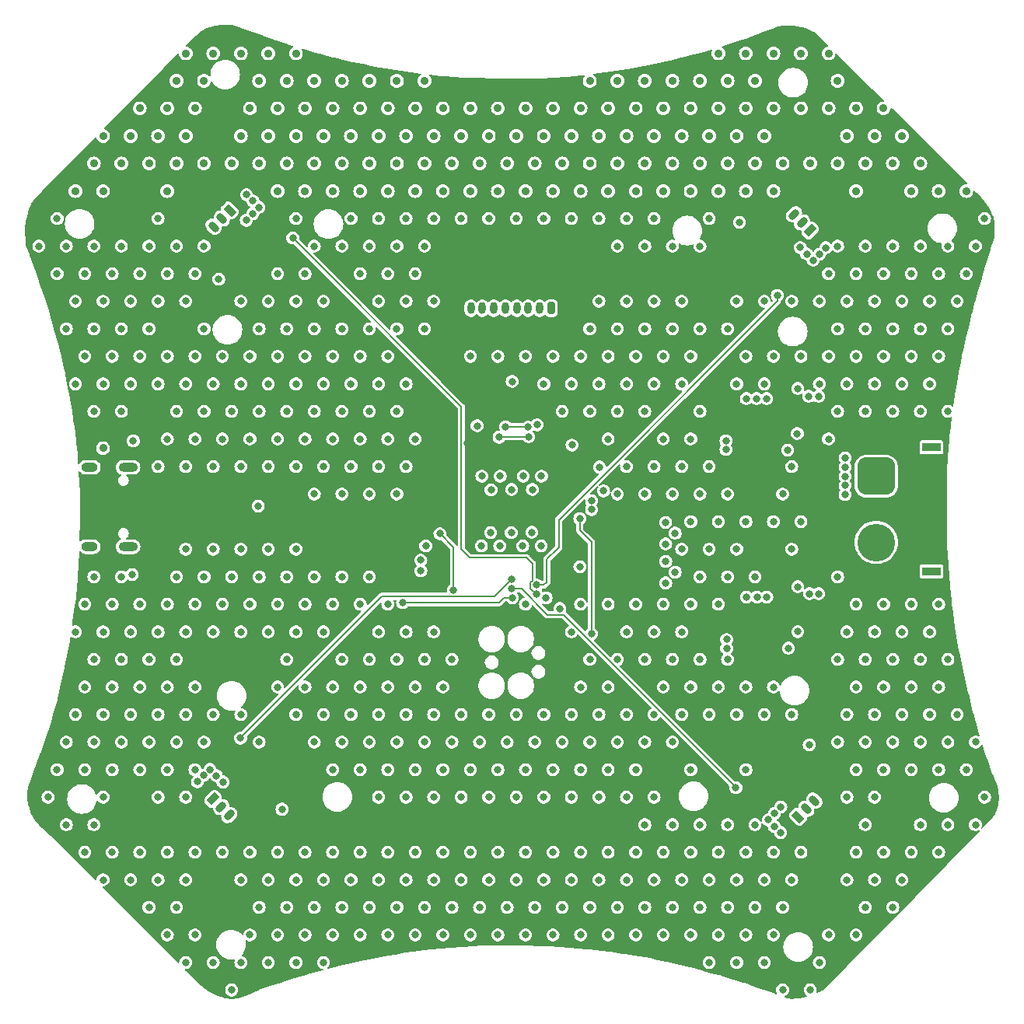
<source format=gbr>
%TF.GenerationSoftware,KiCad,Pcbnew,7.0.5-0*%
%TF.CreationDate,2025-05-09T23:22:14+02:00*%
%TF.ProjectId,ghost-feather-v1,67686f73-742d-4666-9561-746865722d76,rev?*%
%TF.SameCoordinates,PX519d8e0PY8b6d5c0*%
%TF.FileFunction,Copper,L4,Bot*%
%TF.FilePolarity,Positive*%
%FSLAX46Y46*%
G04 Gerber Fmt 4.6, Leading zero omitted, Abs format (unit mm)*
G04 Created by KiCad (PCBNEW 7.0.5-0) date 2025-05-09 23:22:14*
%MOMM*%
%LPD*%
G01*
G04 APERTURE LIST*
G04 Aperture macros list*
%AMRoundRect*
0 Rectangle with rounded corners*
0 $1 Rounding radius*
0 $2 $3 $4 $5 $6 $7 $8 $9 X,Y pos of 4 corners*
0 Add a 4 corners polygon primitive as box body*
4,1,4,$2,$3,$4,$5,$6,$7,$8,$9,$2,$3,0*
0 Add four circle primitives for the rounded corners*
1,1,$1+$1,$2,$3*
1,1,$1+$1,$4,$5*
1,1,$1+$1,$6,$7*
1,1,$1+$1,$8,$9*
0 Add four rect primitives between the rounded corners*
20,1,$1+$1,$2,$3,$4,$5,0*
20,1,$1+$1,$4,$5,$6,$7,0*
20,1,$1+$1,$6,$7,$8,$9,0*
20,1,$1+$1,$8,$9,$2,$3,0*%
%AMHorizOval*
0 Thick line with rounded ends*
0 $1 width*
0 $2 $3 position (X,Y) of the first rounded end (center of the circle)*
0 $4 $5 position (X,Y) of the second rounded end (center of the circle)*
0 Add line between two ends*
20,1,$1,$2,$3,$4,$5,0*
0 Add two circle primitives to create the rounded ends*
1,1,$1,$2,$3*
1,1,$1,$4,$5*%
G04 Aperture macros list end*
%TA.AperFunction,ComponentPad*%
%ADD10RoundRect,0.200000X0.200000X0.450000X-0.200000X0.450000X-0.200000X-0.450000X0.200000X-0.450000X0*%
%TD*%
%TA.AperFunction,ComponentPad*%
%ADD11O,0.800000X1.300000*%
%TD*%
%TA.AperFunction,ComponentPad*%
%ADD12R,2.000000X0.900000*%
%TD*%
%TA.AperFunction,ComponentPad*%
%ADD13RoundRect,1.025000X-1.025000X1.025000X-1.025000X-1.025000X1.025000X-1.025000X1.025000X1.025000X0*%
%TD*%
%TA.AperFunction,ComponentPad*%
%ADD14C,4.100000*%
%TD*%
%TA.AperFunction,ComponentPad*%
%ADD15RoundRect,0.200000X-0.459619X-0.176777X-0.176777X-0.459619X0.459619X0.176777X0.176777X0.459619X0*%
%TD*%
%TA.AperFunction,ComponentPad*%
%ADD16HorizOval,0.800000X-0.176777X-0.176777X0.176777X0.176777X0*%
%TD*%
%TA.AperFunction,ComponentPad*%
%ADD17RoundRect,0.200000X0.176777X-0.459619X0.459619X-0.176777X-0.176777X0.459619X-0.459619X0.176777X0*%
%TD*%
%TA.AperFunction,ComponentPad*%
%ADD18HorizOval,0.800000X-0.176777X0.176777X0.176777X-0.176777X0*%
%TD*%
%TA.AperFunction,ComponentPad*%
%ADD19O,2.100000X1.000000*%
%TD*%
%TA.AperFunction,ComponentPad*%
%ADD20O,1.800000X1.000000*%
%TD*%
%TA.AperFunction,ComponentPad*%
%ADD21RoundRect,0.200000X0.459619X0.176777X0.176777X0.459619X-0.459619X-0.176777X-0.176777X-0.459619X0*%
%TD*%
%TA.AperFunction,ComponentPad*%
%ADD22HorizOval,0.800000X0.176777X0.176777X-0.176777X-0.176777X0*%
%TD*%
%TA.AperFunction,ComponentPad*%
%ADD23RoundRect,0.200000X-0.176777X0.459619X-0.459619X0.176777X0.176777X-0.459619X0.459619X-0.176777X0*%
%TD*%
%TA.AperFunction,ViaPad*%
%ADD24C,0.800000*%
%TD*%
%TA.AperFunction,ViaPad*%
%ADD25C,0.900000*%
%TD*%
%TA.AperFunction,Conductor*%
%ADD26C,0.170000*%
%TD*%
G04 APERTURE END LIST*
D10*
%TO.P,J7,1,Pin_1*%
%TO.N,+5V*%
X61225000Y76450000D03*
D11*
%TO.P,J7,2,Pin_2*%
%TO.N,/RF_CH0*%
X59975000Y76450000D03*
%TO.P,J7,3,Pin_3*%
%TO.N,/RF_CH1*%
X58725000Y76450000D03*
%TO.P,J7,4,Pin_4*%
%TO.N,/RF_CH2*%
X57475000Y76450000D03*
%TO.P,J7,5,Pin_5*%
%TO.N,/RF_CH3*%
X56225000Y76450000D03*
%TO.P,J7,6,Pin_6*%
%TO.N,/RF_CH4*%
X54975000Y76450000D03*
%TO.P,J7,7,Pin_7*%
%TO.N,/RF_CH5*%
X53725000Y76450000D03*
%TO.P,J7,8,Pin_8*%
%TO.N,GND*%
X52475000Y76450000D03*
%TD*%
D12*
%TO.P,J8,*%
%TO.N,*%
X102620000Y61300000D03*
X102620000Y47800000D03*
D13*
%TO.P,J8,1,Pin_1*%
%TO.N,GND*%
X96620000Y58150000D03*
D14*
%TO.P,J8,2,Pin_2*%
%TO.N,+BATT*%
X96620000Y50950000D03*
%TD*%
D15*
%TO.P,J3,1,Pin_1*%
%TO.N,GND*%
X24398186Y23012729D03*
D16*
%TO.P,J3,2,Pin_2*%
%TO.N,Net-(J3-Pin_2)*%
X25282069Y22128846D03*
%TO.P,J3,3,Pin_3*%
%TO.N,+5V*%
X26165953Y21244962D03*
%TD*%
D17*
%TO.P,J4,1,Pin_1*%
%TO.N,GND*%
X88108464Y21053270D03*
D18*
%TO.P,J4,2,Pin_2*%
%TO.N,Net-(J4-Pin_2)*%
X88992347Y21937153D03*
%TO.P,J4,3,Pin_3*%
%TO.N,+5V*%
X89876231Y22821037D03*
%TD*%
D19*
%TO.P,J2,S1,SHIELD*%
%TO.N,GND*%
X15135000Y59120000D03*
D20*
X10955000Y59120000D03*
D19*
X15135000Y50480000D03*
D20*
X10955000Y50480000D03*
%TD*%
D21*
%TO.P,J6,1,Pin_1*%
%TO.N,GND*%
X89421802Y84904035D03*
D22*
%TO.P,J6,2,Pin_2*%
%TO.N,Net-(J6-Pin_2)*%
X88537919Y85787918D03*
%TO.P,J6,3,Pin_3*%
%TO.N,+5V*%
X87654035Y86671802D03*
%TD*%
D23*
%TO.P,J5,1,Pin_1*%
%TO.N,GND*%
X26231095Y87092397D03*
D18*
%TO.P,J5,2,Pin_2*%
%TO.N,Net-(J5-Pin_2)*%
X25347212Y86208514D03*
%TO.P,J5,3,Pin_3*%
%TO.N,+5V*%
X24463328Y85324630D03*
%TD*%
D24*
%TO.N,+3V3*%
X52120000Y61725000D03*
X35620000Y51100000D03*
X30670000Y86750000D03*
X49495000Y49450000D03*
X25460000Y26790000D03*
X88770000Y80300000D03*
X24810000Y27440000D03*
X35620000Y50100000D03*
X66720000Y54200000D03*
X54620000Y68050000D03*
X26110000Y26140000D03*
X83050000Y81680000D03*
X62795000Y49600000D03*
X60695000Y61800000D03*
X82735000Y37990000D03*
X83735000Y37990000D03*
X61620000Y47775000D03*
X62795000Y48700000D03*
X88120000Y80950000D03*
X30570000Y26080000D03*
X64920000Y59090000D03*
X62770000Y47775000D03*
X29240000Y80970000D03*
X29370000Y85450000D03*
X84895571Y22864928D03*
X83595571Y21564928D03*
X35620000Y52100000D03*
X67770000Y53150000D03*
X84975571Y27324928D03*
X87470000Y81600000D03*
X30020000Y86100000D03*
X84245571Y22214928D03*
X52480000Y36640000D03*
X67770000Y54200000D03*
X58120000Y68600000D03*
%TO.N,GND*%
X19420000Y8200000D03*
X83420000Y11200000D03*
X60120000Y50550000D03*
X48420000Y23200000D03*
X8420000Y20200000D03*
X36420000Y32200000D03*
X87420000Y32200000D03*
X20420000Y47200000D03*
X41420000Y47200000D03*
D25*
X55420000Y89200000D03*
D24*
X48420000Y86200000D03*
X12420000Y23200000D03*
X45420000Y14200000D03*
D25*
X47420000Y101200000D03*
D24*
X60420000Y32200000D03*
X29420000Y11200000D03*
X77420000Y38200000D03*
X12420000Y77200000D03*
D25*
X34420000Y98200000D03*
D24*
X27420000Y77200000D03*
D25*
X66420000Y95200000D03*
D24*
X30420000Y59200000D03*
X43420000Y44200000D03*
X49420000Y35200000D03*
X80420000Y47200000D03*
X92420000Y74200000D03*
D25*
X79420000Y98200000D03*
X21420000Y104200000D03*
D24*
X70420000Y71200000D03*
X76420000Y44200000D03*
X83420000Y20200000D03*
X35420000Y65200000D03*
D25*
X32420000Y101200000D03*
D24*
X22420000Y17200000D03*
X40420000Y80200000D03*
X63420000Y86200000D03*
X13420000Y35200000D03*
D25*
X51420000Y95200000D03*
D24*
X17420000Y83200000D03*
X63492500Y61535000D03*
X74420000Y83200000D03*
X72420000Y86200000D03*
X64420000Y71200000D03*
X10420000Y80200000D03*
X58120000Y50550000D03*
X46420000Y62200000D03*
X44420000Y11200000D03*
X32420000Y74200000D03*
X82420000Y53200000D03*
D25*
X82420000Y98200000D03*
D24*
X78420000Y59200000D03*
X100420000Y44200000D03*
X24420000Y5200000D03*
D25*
X91420000Y98200000D03*
D24*
X48420000Y77200000D03*
X27420000Y5200000D03*
X23420000Y74200000D03*
X43420000Y8200000D03*
X21420000Y32200000D03*
X64420000Y26200000D03*
X76420000Y8200000D03*
X16420000Y17200000D03*
X57420000Y32200000D03*
X31420000Y62200000D03*
X105420000Y77200000D03*
X27420000Y32200000D03*
X54670000Y56650000D03*
X74420000Y56200000D03*
D25*
X53420000Y92200000D03*
D24*
X22420000Y44200000D03*
D25*
X97420000Y98200000D03*
D24*
X66420000Y86200000D03*
X19420000Y71200000D03*
X26420000Y65200000D03*
X73695000Y46525000D03*
X22420000Y71200000D03*
D25*
X74420000Y101200000D03*
D24*
X52420000Y26200000D03*
X23420000Y47200000D03*
D25*
X94420000Y98200000D03*
X47420000Y92200000D03*
D24*
X40420000Y71200000D03*
X75420000Y41200000D03*
X107420000Y29200000D03*
X46420000Y35200000D03*
X74420000Y20200000D03*
X101420000Y74200000D03*
D25*
X91420000Y104200000D03*
D24*
X71420000Y29200000D03*
X34420000Y71200000D03*
X23420000Y65200000D03*
X18420000Y32200000D03*
X81420000Y77200000D03*
X91120000Y83025000D03*
X81420000Y14200000D03*
X30420000Y77200000D03*
X44420000Y29200000D03*
X87420000Y50200000D03*
X19420000Y26200000D03*
X88075000Y41220000D03*
X73695000Y50775000D03*
X36420000Y14200000D03*
X37420000Y17200000D03*
X38420000Y47200000D03*
D25*
X29420000Y92200000D03*
X83420000Y92200000D03*
D24*
X86220000Y22125000D03*
X38420000Y83200000D03*
X31420000Y44200000D03*
X41420000Y11200000D03*
D25*
X95420000Y92200000D03*
X49420000Y98200000D03*
D24*
X103420000Y80200000D03*
X69420000Y59200000D03*
X101420000Y29200000D03*
X62170000Y43750000D03*
X91420000Y80200000D03*
X41420000Y65200000D03*
X63420000Y32200000D03*
X82420000Y17200000D03*
X79420000Y35200000D03*
X81420000Y50200000D03*
X40420000Y8200000D03*
X71420000Y20200000D03*
X45420000Y68200000D03*
X55420000Y8200000D03*
X24420000Y68200000D03*
X81420000Y5200000D03*
X46420000Y80200000D03*
X43420000Y35200000D03*
X76420000Y35200000D03*
X10420000Y26200000D03*
X42420000Y14200000D03*
X89342000Y45354000D03*
X40420000Y44200000D03*
X27420000Y50200000D03*
X39420000Y14200000D03*
X72420000Y32200000D03*
X15420000Y41200000D03*
X100420000Y26200000D03*
X71420000Y65200000D03*
X39420000Y68200000D03*
X100420000Y17200000D03*
D25*
X37420000Y98200000D03*
D24*
X64420000Y17200000D03*
X60670000Y44900000D03*
X37420000Y8200000D03*
X33420000Y86200000D03*
X104420000Y74200000D03*
D25*
X106420000Y89200000D03*
D24*
X67420000Y8200000D03*
X33420000Y77200000D03*
X42420000Y77200000D03*
X24770000Y25550000D03*
X14420000Y74200000D03*
D25*
X22420000Y98200000D03*
D24*
X77420000Y65200000D03*
X84420000Y14200000D03*
X6420000Y23200000D03*
X47020000Y49003000D03*
X41420000Y38200000D03*
X21420000Y77200000D03*
X25420000Y17200000D03*
X84420000Y77200000D03*
X16420000Y26200000D03*
D25*
X68420000Y92200000D03*
D24*
X65620000Y54510000D03*
X66420000Y23200000D03*
X52420000Y8200000D03*
X94420000Y80200000D03*
X30420000Y50200000D03*
X80420000Y20200000D03*
X25470000Y24850000D03*
X90342000Y45354000D03*
X16420000Y35200000D03*
X89745000Y81675000D03*
X63420000Y68200000D03*
X78420000Y5200000D03*
X47420000Y11200000D03*
X61420000Y17200000D03*
X90320000Y66850000D03*
X43420000Y80200000D03*
X47020000Y47850000D03*
X40420000Y62200000D03*
X102420000Y68200000D03*
D25*
X20420000Y101200000D03*
D24*
X11420000Y38200000D03*
D25*
X43420000Y89200000D03*
D24*
X17420000Y29200000D03*
X11420000Y20200000D03*
X79420000Y44200000D03*
X71420000Y38200000D03*
X86420000Y56200000D03*
X90420000Y68200000D03*
D25*
X68420000Y101200000D03*
X94420000Y89200000D03*
D24*
X55670000Y58150000D03*
X99420000Y32200000D03*
D25*
X74420000Y92200000D03*
X62420000Y92200000D03*
D24*
X56920000Y56700000D03*
D25*
X71420000Y92200000D03*
D24*
X33420000Y41200000D03*
X57420000Y14200000D03*
D25*
X50420000Y92200000D03*
X79420000Y89200000D03*
D24*
X56420000Y11200000D03*
X45420000Y41200000D03*
X7420000Y80200000D03*
X7420000Y86200000D03*
X52420000Y71200000D03*
X58170000Y58150000D03*
X97420000Y71200000D03*
X51420000Y32200000D03*
X58420000Y26200000D03*
X47420000Y29200000D03*
X69420000Y41200000D03*
X97420000Y80200000D03*
D25*
X49420000Y89200000D03*
D24*
X96420000Y41200000D03*
X79420000Y8200000D03*
X31420000Y71200000D03*
X96420000Y23200000D03*
D25*
X54420000Y95200000D03*
D24*
X92420000Y29200000D03*
X93220000Y58140000D03*
X18420000Y41200000D03*
D25*
X41420000Y101200000D03*
D24*
X42420000Y86200000D03*
X34420000Y8200000D03*
X74420000Y38200000D03*
X30420000Y41200000D03*
X40420000Y17200000D03*
X44420000Y74200000D03*
X33420000Y32200000D03*
X12420000Y32200000D03*
X76420000Y53200000D03*
X11420000Y65200000D03*
X45420000Y59200000D03*
X41420000Y29200000D03*
X66420000Y14200000D03*
X99420000Y14200000D03*
X43420000Y17200000D03*
X39420000Y86200000D03*
D25*
X70420000Y89200000D03*
D24*
X45420000Y32200000D03*
D25*
X21420000Y95200000D03*
D24*
X92420000Y47200000D03*
X82420000Y8200000D03*
X60170000Y58150000D03*
X41420000Y83200000D03*
D25*
X56420000Y92200000D03*
D24*
X33420000Y68200000D03*
X39420000Y32200000D03*
X28745000Y88125000D03*
X80420000Y38200000D03*
X80325000Y40370000D03*
X15580000Y47450000D03*
X72420000Y14200000D03*
X88420000Y17200000D03*
X20420000Y29200000D03*
X18420000Y59200000D03*
X5420000Y83200000D03*
X104420000Y20200000D03*
D25*
X76420000Y89200000D03*
D24*
X93420000Y32200000D03*
X35420000Y83200000D03*
X51420000Y23200000D03*
X91420000Y71200000D03*
D25*
X59420000Y92200000D03*
D24*
X82470000Y66600000D03*
X40420000Y26200000D03*
X84700000Y44995000D03*
X64420000Y8200000D03*
X97420000Y17200000D03*
X65420000Y65200000D03*
X61420000Y71200000D03*
X75420000Y77200000D03*
X32420000Y38200000D03*
X25420000Y71200000D03*
D25*
X67420000Y98200000D03*
D24*
X44420000Y83200000D03*
X94420000Y44200000D03*
D25*
X93420000Y95200000D03*
D24*
X65420000Y38200000D03*
D25*
X58420000Y98200000D03*
D24*
X27420000Y59200000D03*
D25*
X14420000Y92200000D03*
D24*
X43420000Y26200000D03*
X53150000Y63640000D03*
X18420000Y68200000D03*
D25*
X85420000Y98200000D03*
X40420000Y89200000D03*
D24*
X34420000Y62200000D03*
X34420000Y17200000D03*
X36420000Y5200000D03*
D25*
X37420000Y89200000D03*
D24*
X104420000Y38200000D03*
X80420000Y56200000D03*
X84845000Y20725000D03*
D25*
X46420000Y89200000D03*
D24*
X67420000Y35200000D03*
D25*
X73420000Y98200000D03*
D24*
X84420000Y32200000D03*
D25*
X77420000Y92200000D03*
D24*
X45420000Y77200000D03*
X54620000Y52000000D03*
X22420000Y62200000D03*
D25*
X55420000Y98200000D03*
D24*
X37420000Y62200000D03*
X16420000Y80200000D03*
D25*
X19420000Y98200000D03*
D24*
X97420000Y35200000D03*
X99420000Y68200000D03*
X101420000Y65200000D03*
X86970000Y61000000D03*
D25*
X23420000Y92200000D03*
D24*
X49420000Y8200000D03*
X56870000Y52000000D03*
X88075000Y46120000D03*
X22420000Y8200000D03*
X18420000Y77200000D03*
X41420000Y56200000D03*
X24070000Y26225000D03*
D25*
X67420000Y89200000D03*
D24*
X18420000Y14200000D03*
D25*
X20420000Y92200000D03*
D24*
X63420000Y23200000D03*
D25*
X48420000Y95200000D03*
D24*
X20420000Y11200000D03*
X32420000Y65200000D03*
X60420000Y14200000D03*
X28420000Y62200000D03*
X67420000Y62200000D03*
X47560000Y50550000D03*
X73420000Y8200000D03*
X75420000Y32200000D03*
X73420000Y71200000D03*
X74420000Y11200000D03*
X92420000Y65200000D03*
D25*
X42420000Y95200000D03*
X99420000Y95200000D03*
X44420000Y101200000D03*
D24*
X70420000Y17200000D03*
D25*
X65420000Y92200000D03*
D24*
X56970000Y68470000D03*
X75420000Y50200000D03*
X85420000Y53200000D03*
X89270000Y66850000D03*
D25*
X80420000Y101200000D03*
D24*
X95420000Y38200000D03*
X54420000Y14200000D03*
X93220000Y56140000D03*
X93420000Y14200000D03*
X17420000Y11200000D03*
X85495000Y20025000D03*
X20420000Y83200000D03*
X66420000Y77200000D03*
X85420000Y71200000D03*
X22420000Y26200000D03*
X86420000Y11200000D03*
X50420000Y38200000D03*
X59670000Y63750000D03*
X26420000Y2200000D03*
D25*
X88420000Y104200000D03*
D24*
X50420000Y29200000D03*
X68420000Y83200000D03*
X96420000Y68200000D03*
X69420000Y68200000D03*
X44420000Y56200000D03*
X71420000Y83200000D03*
X38420000Y56200000D03*
X53420000Y29200000D03*
D25*
X35420000Y101200000D03*
D24*
X10420000Y44200000D03*
D25*
X33420000Y104200000D03*
X35420000Y92200000D03*
X86420000Y92200000D03*
D24*
X68420000Y29200000D03*
D25*
X85420000Y104200000D03*
D24*
X48420000Y41200000D03*
X72420000Y23200000D03*
X101420000Y38200000D03*
X81420000Y68200000D03*
D25*
X82420000Y89200000D03*
X92420000Y92200000D03*
X46420000Y98200000D03*
X28420000Y98200000D03*
D24*
X99420000Y77200000D03*
X76420000Y26200000D03*
X65420000Y29200000D03*
X104420000Y65200000D03*
X40420000Y35200000D03*
X37420000Y44200000D03*
X89320000Y28900000D03*
X19420000Y44200000D03*
X50420000Y11200000D03*
X77420000Y47200000D03*
X70420000Y26200000D03*
X87420000Y59200000D03*
X68420000Y65200000D03*
X13420000Y26200000D03*
X29420000Y47200000D03*
D25*
X36420000Y95200000D03*
D24*
X108420000Y86200000D03*
X57420000Y86200000D03*
X36420000Y59200000D03*
X101420000Y20200000D03*
X25420000Y44200000D03*
X20420000Y38200000D03*
X15420000Y32200000D03*
X74420000Y29200000D03*
X89420000Y2200000D03*
X11420000Y83200000D03*
X60420000Y23200000D03*
X103420000Y35200000D03*
X29420000Y74200000D03*
X80245000Y62000000D03*
X60420000Y68200000D03*
X90420000Y77200000D03*
D25*
X69420000Y95200000D03*
D24*
X75420000Y14200000D03*
X64420000Y44200000D03*
X30420000Y5200000D03*
D25*
X96420000Y95200000D03*
X33420000Y95200000D03*
D24*
X59420000Y29200000D03*
X24420000Y50200000D03*
X36420000Y68200000D03*
X32420000Y47200000D03*
X77420000Y83200000D03*
X9420000Y77200000D03*
X100420000Y35200000D03*
X93220000Y60140000D03*
X31910000Y21890000D03*
X15420000Y68200000D03*
D25*
X101420000Y92200000D03*
D24*
X86420000Y2200000D03*
X82420000Y35200000D03*
X81420000Y32200000D03*
X67420000Y17200000D03*
X19420000Y80200000D03*
X96420000Y77200000D03*
X12420000Y68200000D03*
X103420000Y44200000D03*
X98420000Y29200000D03*
D25*
X39420000Y95200000D03*
D24*
X82420000Y26200000D03*
X8420000Y83200000D03*
D25*
X24420000Y104200000D03*
X27420000Y104200000D03*
D24*
X24420000Y32200000D03*
X64345000Y48300000D03*
X21420000Y5200000D03*
X45420000Y23200000D03*
X51420000Y14200000D03*
X35420000Y11200000D03*
X46420000Y17200000D03*
X29420000Y65200000D03*
X79420000Y17200000D03*
X94420000Y35200000D03*
X74720000Y51950000D03*
X85420000Y17200000D03*
X29395000Y87425000D03*
X15420000Y14200000D03*
D25*
X34420000Y89200000D03*
D24*
X45420000Y86200000D03*
X68420000Y56200000D03*
X36420000Y41200000D03*
X47420000Y38200000D03*
X51420000Y86200000D03*
D25*
X43420000Y98200000D03*
D24*
X49420000Y26200000D03*
X81720000Y85800000D03*
X29320000Y54900000D03*
X78420000Y86200000D03*
X71420000Y56200000D03*
X48420000Y32200000D03*
X54420000Y86200000D03*
X68420000Y11200000D03*
X66420000Y32200000D03*
D25*
X61420000Y98200000D03*
D24*
X19420000Y62200000D03*
X67420000Y26200000D03*
X34420000Y35200000D03*
X78420000Y50200000D03*
X106420000Y80200000D03*
X47420000Y74200000D03*
X56420000Y29200000D03*
X34420000Y44200000D03*
X92420000Y83200000D03*
X85420000Y8200000D03*
X55620000Y50550000D03*
X21420000Y41200000D03*
X53420000Y11200000D03*
D25*
X52420000Y89200000D03*
D24*
X95420000Y20200000D03*
D25*
X38420000Y92200000D03*
D24*
X75420000Y59200000D03*
X72420000Y59200000D03*
D25*
X82420000Y104200000D03*
X98420000Y92200000D03*
D24*
X87045000Y39420000D03*
X13420000Y44200000D03*
D25*
X89420000Y92200000D03*
D24*
X98420000Y83200000D03*
X39420000Y59200000D03*
X14420000Y83200000D03*
X86195000Y19350000D03*
X58420000Y8200000D03*
X38420000Y38200000D03*
X42420000Y23200000D03*
X77420000Y74200000D03*
X73695000Y48875000D03*
X91420000Y62200000D03*
X42420000Y68200000D03*
X27420000Y41200000D03*
D25*
X61420000Y89200000D03*
D24*
X106420000Y26200000D03*
X53620000Y50550000D03*
X21420000Y23200000D03*
X93220000Y57140000D03*
X77420000Y56200000D03*
X102420000Y32200000D03*
X80420000Y11200000D03*
X79420000Y53200000D03*
X59170000Y56700000D03*
X38420000Y29200000D03*
X62420000Y11200000D03*
D25*
X76420000Y98200000D03*
D24*
X77420000Y20200000D03*
X9420000Y68200000D03*
X100420000Y80200000D03*
X82475000Y44995000D03*
D25*
X73420000Y89200000D03*
D24*
X60420000Y86200000D03*
X9420000Y41200000D03*
D25*
X12420000Y89200000D03*
D24*
X22695000Y24875000D03*
X66470000Y59140000D03*
X102420000Y41200000D03*
X96420000Y14200000D03*
X9420000Y32200000D03*
X62420000Y65200000D03*
X97420000Y26200000D03*
X59420000Y11200000D03*
X66920000Y56550000D03*
X68420000Y74200000D03*
X91420000Y8200000D03*
X84670000Y66600000D03*
X103420000Y71200000D03*
X89045000Y82350000D03*
X88420000Y53200000D03*
D25*
X30420000Y104200000D03*
D24*
X61420000Y8200000D03*
X55420000Y17200000D03*
X28420000Y71200000D03*
X93420000Y23200000D03*
X34420000Y80200000D03*
X107420000Y83200000D03*
X95420000Y11200000D03*
X46420000Y8200000D03*
X76420000Y62200000D03*
X84420000Y5200000D03*
X94420000Y26200000D03*
X44420000Y38200000D03*
X82420000Y71200000D03*
X35420000Y56200000D03*
X88070000Y67700000D03*
X17420000Y38200000D03*
X103420000Y26200000D03*
X14420000Y38200000D03*
D25*
X57420000Y95200000D03*
D24*
X18420000Y23200000D03*
X107420000Y20200000D03*
X55420000Y26200000D03*
X73420000Y17200000D03*
X28045000Y88800000D03*
D25*
X26420000Y92200000D03*
D24*
X13420000Y17200000D03*
X33420000Y50200000D03*
X21420000Y59200000D03*
X11420000Y74200000D03*
X76420000Y17200000D03*
X33420000Y5200000D03*
X80245000Y61050000D03*
X78420000Y14200000D03*
X53670000Y58150000D03*
X98420000Y38200000D03*
D25*
X58420000Y89200000D03*
D24*
X95420000Y83200000D03*
X69420000Y32200000D03*
X57420000Y23200000D03*
X17420000Y74200000D03*
X67420000Y71200000D03*
X46420000Y26200000D03*
X35420000Y74200000D03*
X24420000Y59200000D03*
X69420000Y14200000D03*
X94420000Y8200000D03*
X67420000Y44200000D03*
D25*
X40420000Y98200000D03*
D24*
X38420000Y74200000D03*
X30420000Y14200000D03*
X102420000Y77200000D03*
X54420000Y23200000D03*
X70420000Y8200000D03*
X14420000Y47200000D03*
X13420000Y80200000D03*
X108420000Y23200000D03*
X88020000Y62800000D03*
X8420000Y29200000D03*
D25*
X30420000Y95200000D03*
D24*
X58420000Y17200000D03*
D25*
X45420000Y95200000D03*
D24*
X72420000Y77200000D03*
X42420000Y41200000D03*
X103420000Y17200000D03*
X95420000Y65200000D03*
X38420000Y11200000D03*
X29420000Y29200000D03*
D25*
X81420000Y95200000D03*
D24*
X35420000Y29200000D03*
X42420000Y59200000D03*
D25*
X12420000Y61200000D03*
D24*
X11420000Y29200000D03*
X24420000Y41200000D03*
D25*
X88420000Y98200000D03*
X44420000Y92200000D03*
D24*
X49420000Y17200000D03*
X88420000Y71200000D03*
X8420000Y74200000D03*
X23370000Y25575000D03*
D25*
X100420000Y89200000D03*
X71420000Y101200000D03*
D24*
X69420000Y77200000D03*
X31420000Y8200000D03*
D25*
X70420000Y98200000D03*
D24*
X25420000Y62200000D03*
D25*
X38420000Y101200000D03*
X64420000Y98200000D03*
D24*
X77420000Y11200000D03*
X71420000Y74200000D03*
D25*
X27420000Y95200000D03*
D24*
X15720000Y62000000D03*
D25*
X103420000Y89200000D03*
D24*
X28420000Y44200000D03*
D25*
X9420000Y89200000D03*
D24*
X16420000Y44200000D03*
X15420000Y77200000D03*
X83420000Y47200000D03*
X22420000Y35200000D03*
X98420000Y65200000D03*
D25*
X65420000Y101200000D03*
D24*
X10420000Y17200000D03*
D25*
X12420000Y95200000D03*
D24*
X21420000Y50200000D03*
X99420000Y41200000D03*
X31420000Y80200000D03*
X78420000Y32200000D03*
X90445000Y82325000D03*
X26420000Y47200000D03*
X73420000Y35200000D03*
X70420000Y44200000D03*
X28420000Y8200000D03*
D25*
X79420000Y104200000D03*
D24*
X104420000Y83200000D03*
X65620000Y55475000D03*
X28720000Y86725000D03*
X27420000Y68200000D03*
X90420000Y5200000D03*
X95420000Y74200000D03*
X12420000Y41200000D03*
X36420000Y77200000D03*
D25*
X85420000Y89200000D03*
X52420000Y98200000D03*
D24*
X69420000Y23200000D03*
X97420000Y44200000D03*
X58420000Y71200000D03*
X37420000Y71200000D03*
D25*
X15420000Y95200000D03*
X64420000Y89200000D03*
D24*
X87420000Y77200000D03*
X85520000Y21425000D03*
X7420000Y26200000D03*
X104420000Y29200000D03*
X98420000Y74200000D03*
X19420000Y17200000D03*
X37420000Y26200000D03*
X33420000Y14200000D03*
D25*
X63420000Y95200000D03*
D24*
X47420000Y83200000D03*
X73420000Y44200000D03*
D25*
X31420000Y89200000D03*
D24*
X59120000Y52050000D03*
X20420000Y65200000D03*
X73420000Y62200000D03*
X65420000Y11200000D03*
X21420000Y14200000D03*
X61420000Y26200000D03*
D25*
X72420000Y95200000D03*
D24*
X58420000Y44200000D03*
X93420000Y77200000D03*
X16420000Y71200000D03*
X48420000Y14200000D03*
D25*
X31420000Y98200000D03*
D24*
X28420000Y17200000D03*
D25*
X78420000Y95200000D03*
X83420000Y101200000D03*
D24*
X80325000Y39420000D03*
X93420000Y68200000D03*
X31420000Y17200000D03*
X105420000Y32200000D03*
X80420000Y74200000D03*
X88345000Y83050000D03*
D25*
X16420000Y98200000D03*
D24*
X27420000Y14200000D03*
X14420000Y29200000D03*
X38420000Y65200000D03*
X71420000Y11200000D03*
X28020000Y86025000D03*
X21420000Y68200000D03*
D25*
X11420000Y92200000D03*
D24*
X63420000Y41200000D03*
X73695000Y53125000D03*
D25*
X18420000Y95200000D03*
D24*
X94420000Y17200000D03*
X22420000Y80200000D03*
X98420000Y11200000D03*
X52420000Y17200000D03*
X74420000Y74200000D03*
X23420000Y29200000D03*
D25*
X75420000Y95200000D03*
D24*
X93420000Y41200000D03*
D25*
X19420000Y89200000D03*
D24*
X84420000Y68200000D03*
D25*
X23420000Y101200000D03*
D24*
X83570000Y66600000D03*
X31420000Y35200000D03*
X30420000Y68200000D03*
X33420000Y59200000D03*
X37420000Y35200000D03*
X68420000Y38200000D03*
X85420000Y35200000D03*
X72420000Y68200000D03*
X11420000Y47200000D03*
D25*
X80420000Y92200000D03*
D24*
X43420000Y71200000D03*
X12420000Y14200000D03*
X92420000Y38200000D03*
X54420000Y32200000D03*
X64420000Y35200000D03*
X93220000Y59140000D03*
X10420000Y71200000D03*
X87420000Y14200000D03*
X44420000Y65200000D03*
X25020000Y79600000D03*
X74720000Y47697801D03*
X95420000Y29200000D03*
X100420000Y71200000D03*
D25*
X29420000Y101200000D03*
D24*
X83625000Y44995000D03*
X62420000Y29200000D03*
X42420000Y32200000D03*
X23420000Y83200000D03*
D25*
X17420000Y92200000D03*
X41420000Y92200000D03*
D24*
X94420000Y71200000D03*
D25*
X60420000Y95200000D03*
D24*
X76420000Y71200000D03*
D25*
X32420000Y92200000D03*
X77420000Y101200000D03*
D24*
X10420000Y35200000D03*
X32420000Y11200000D03*
X96420000Y32200000D03*
X14420000Y65200000D03*
D25*
X84420000Y95200000D03*
D24*
X55420000Y71200000D03*
X101420000Y83200000D03*
X66420000Y68200000D03*
X69420000Y86200000D03*
X18420000Y86200000D03*
D25*
X92420000Y101200000D03*
D24*
X75420000Y68200000D03*
X19420000Y35200000D03*
X65420000Y74200000D03*
X35420000Y47200000D03*
X43420000Y62200000D03*
X72420000Y41200000D03*
X41420000Y74200000D03*
X13420000Y71200000D03*
X63420000Y14200000D03*
%TO.N,/SWD_NRST*%
X65599015Y40989015D03*
X64330000Y53540000D03*
%TO.N,/BOOT0*%
X45040000Y44385500D03*
X56990487Y44901318D03*
%TO.N,/SWD_DIO*%
X50570000Y45754500D03*
X49100000Y51890000D03*
%TO.N,/ESC0*%
X56870000Y46910000D03*
X27400000Y29630000D03*
%TO.N,/ESC1*%
X56950000Y45900000D03*
X81335571Y24224928D03*
%TO.N,/ESC2*%
X33080000Y84090000D03*
X59615948Y45301469D03*
%TO.N,/ESC3*%
X85840000Y77850000D03*
X59660000Y46300000D03*
%TO.N,/BMI270_CSB*%
X55545000Y62400000D03*
X58774500Y62450000D03*
%TO.N,/SPI1_SCK*%
X56270000Y63530000D03*
X58670000Y63482528D03*
%TD*%
D26*
%TO.N,/SWD_NRST*%
X65599015Y50970985D02*
X65599015Y40989015D01*
X64300000Y53390000D02*
X64330000Y53360000D01*
X64330000Y52240000D02*
X65599015Y50970985D01*
X64330000Y53360000D02*
X64330000Y52240000D01*
%TO.N,/BOOT0*%
X45040000Y44385500D02*
X45044500Y44390000D01*
X56081318Y44901318D02*
X56990487Y44901318D01*
X55570000Y44390000D02*
X56081318Y44901318D01*
X45044500Y44390000D02*
X55570000Y44390000D01*
%TO.N,/SWD_DIO*%
X50570000Y50420000D02*
X50570000Y45754500D01*
X49100000Y51890000D02*
X50570000Y50420000D01*
%TO.N,/ESC0*%
X56870000Y46910000D02*
X55030000Y45070000D01*
X55030000Y45070000D02*
X48250000Y45070000D01*
X42740000Y45070000D02*
X27360000Y29690000D01*
X48250000Y45070000D02*
X42740000Y45070000D01*
%TO.N,/ESC1*%
X56950000Y45900000D02*
X57980000Y45900000D01*
X60815000Y43065000D02*
X62555000Y43065000D01*
X62555000Y43065000D02*
X81360000Y24260000D01*
X57980000Y45900000D02*
X60815000Y43065000D01*
%TO.N,/ESC2*%
X51435000Y50195000D02*
X51435000Y64815000D01*
X58530000Y49270000D02*
X52380000Y49270000D01*
X58975000Y46585000D02*
X59180000Y46790000D01*
X52370000Y49260000D02*
X51435000Y50195000D01*
X51435000Y64815000D02*
X51430000Y64820000D01*
X59180000Y48620000D02*
X58530000Y49270000D01*
X58975000Y45942417D02*
X58975000Y46585000D01*
X59180000Y46790000D02*
X59180000Y48620000D01*
X51430000Y65740000D02*
X33080000Y84090000D01*
X59615948Y45301469D02*
X58975000Y45942417D01*
X52380000Y49270000D02*
X52370000Y49260000D01*
X51430000Y64820000D02*
X51430000Y65740000D01*
%TO.N,/ESC3*%
X60420000Y46300000D02*
X59660000Y46300000D01*
X60740000Y49090000D02*
X60740000Y46620000D01*
X61910000Y50260000D02*
X60740000Y49090000D01*
X62040000Y53400000D02*
X62040000Y50380000D01*
X85840000Y77200000D02*
X62040000Y53400000D01*
X61920000Y50260000D02*
X61910000Y50260000D01*
X62040000Y50380000D02*
X61920000Y50260000D01*
X85840000Y77850000D02*
X85840000Y77200000D01*
X60740000Y46620000D02*
X60420000Y46300000D01*
%TO.N,/BMI270_CSB*%
X58774500Y62450000D02*
X55595000Y62450000D01*
X55595000Y62450000D02*
X55545000Y62400000D01*
%TO.N,/SPI1_SCK*%
X58622528Y63530000D02*
X56270000Y63530000D01*
X58670000Y63482528D02*
X58622528Y63530000D01*
%TD*%
%TA.AperFunction,Conductor*%
%TO.N,+3V3*%
G36*
X26225890Y107310244D02*
G01*
X26228378Y107310053D01*
X26467316Y107283506D01*
X26471542Y107282785D01*
X26566798Y107260803D01*
X26694148Y107231415D01*
X26698091Y107230271D01*
X27048256Y107107239D01*
X27496992Y106941916D01*
X27557268Y106919709D01*
X27564561Y106916283D01*
X27566638Y106915547D01*
X27566640Y106915545D01*
X27617860Y106897386D01*
X27642243Y106888402D01*
X27642251Y106888401D01*
X27644642Y106887764D01*
X27647480Y106886885D01*
X28718236Y106507253D01*
X29918081Y106069214D01*
X29927806Y106064705D01*
X29928547Y106064448D01*
X29928549Y106064447D01*
X29979280Y106046871D01*
X30003102Y106038174D01*
X30003114Y106038172D01*
X30007091Y106037124D01*
X30009758Y106036312D01*
X31080011Y105665516D01*
X31192331Y105626602D01*
X31198162Y105623991D01*
X31201120Y105622998D01*
X31201123Y105622996D01*
X31252954Y105605598D01*
X31277936Y105596943D01*
X31277951Y105596941D01*
X31279445Y105596573D01*
X31282382Y105595721D01*
X32625737Y105144805D01*
X32636050Y105139333D01*
X32636403Y105140032D01*
X32642525Y105136950D01*
X32642526Y105136950D01*
X32642527Y105136949D01*
X32689679Y105123308D01*
X32691078Y105122871D01*
X32710773Y105116260D01*
X32711867Y105116107D01*
X32722165Y105113910D01*
X33071396Y105012874D01*
X33112277Y104983024D01*
X33124406Y104933880D01*
X33102108Y104888436D01*
X33090201Y104879132D01*
X32949114Y104790481D01*
X32829519Y104670886D01*
X32739544Y104527692D01*
X32683689Y104368068D01*
X32683687Y104368060D01*
X32664751Y104200000D01*
X32683687Y104031941D01*
X32683689Y104031933D01*
X32739544Y103872309D01*
X32829519Y103729115D01*
X32829521Y103729113D01*
X32829523Y103729110D01*
X32949110Y103609523D01*
X32949112Y103609522D01*
X32949114Y103609520D01*
X33092308Y103519545D01*
X33092310Y103519544D01*
X33251941Y103463687D01*
X33420000Y103444751D01*
X33588059Y103463687D01*
X33747690Y103519544D01*
X33890890Y103609523D01*
X34010477Y103729110D01*
X34100456Y103872310D01*
X34156313Y104031941D01*
X34175249Y104200000D01*
X34156313Y104368059D01*
X34100456Y104527690D01*
X34100455Y104527692D01*
X34059805Y104592386D01*
X34049157Y104641873D01*
X34072809Y104686626D01*
X34119695Y104705705D01*
X34143027Y104702842D01*
X34284534Y104661903D01*
X35250818Y104368062D01*
X35923827Y104163404D01*
X35932894Y104160647D01*
X35943068Y104155603D01*
X35943446Y104156403D01*
X35949644Y104153482D01*
X35949646Y104153480D01*
X35957228Y104151498D01*
X35997526Y104140963D01*
X35998934Y104140565D01*
X36019212Y104134398D01*
X36019406Y104134377D01*
X36019786Y104134334D01*
X36030366Y104132378D01*
X37473343Y103755128D01*
X37484520Y103751227D01*
X37486487Y103750359D01*
X37486494Y103750354D01*
X37537230Y103738417D01*
X37537978Y103738231D01*
X37560931Y103732229D01*
X37560938Y103732229D01*
X37564307Y103731674D01*
X37564284Y103731539D01*
X37570426Y103730607D01*
X39233043Y103339402D01*
X39519956Y103271893D01*
X39530683Y103268490D01*
X39535647Y103266489D01*
X39535652Y103266486D01*
X39585373Y103256482D01*
X39586494Y103256237D01*
X39608278Y103251111D01*
X39608280Y103251111D01*
X39611663Y103250639D01*
X39618727Y103249771D01*
X41169018Y102937822D01*
X41170688Y102937323D01*
X41176384Y102936193D01*
X41176386Y102936191D01*
X41230891Y102925371D01*
X41230887Y102925353D01*
X41231080Y102925333D01*
X41244779Y102922577D01*
X41258019Y102919912D01*
X41258021Y102919912D01*
X41258831Y102919749D01*
X41260436Y102919505D01*
X42529762Y102667507D01*
X42540061Y102663573D01*
X42540406Y102664533D01*
X42546856Y102662221D01*
X42596263Y102654281D01*
X42597503Y102654058D01*
X42618794Y102649831D01*
X42618842Y102649831D01*
X42629763Y102648898D01*
X44780433Y102303254D01*
X44790289Y102300800D01*
X44806971Y102298386D01*
X44844658Y102292931D01*
X44869808Y102288889D01*
X44869820Y102288890D01*
X44873553Y102288639D01*
X44876371Y102288342D01*
X47005883Y101980123D01*
X47050478Y101956175D01*
X47069247Y101909164D01*
X47053407Y101861088D01*
X47034653Y101844229D01*
X46949114Y101790481D01*
X46829519Y101670886D01*
X46739544Y101527692D01*
X46683689Y101368068D01*
X46683687Y101368060D01*
X46683687Y101368059D01*
X46664751Y101200000D01*
X46672258Y101133376D01*
X46683687Y101031941D01*
X46683689Y101031933D01*
X46739544Y100872309D01*
X46829519Y100729115D01*
X46829521Y100729113D01*
X46829523Y100729110D01*
X46949110Y100609523D01*
X46949112Y100609522D01*
X46949114Y100609520D01*
X47092308Y100519545D01*
X47092310Y100519544D01*
X47251941Y100463687D01*
X47420000Y100444751D01*
X47588059Y100463687D01*
X47747690Y100519544D01*
X47890890Y100609523D01*
X48010477Y100729110D01*
X48100456Y100872310D01*
X48156313Y101031941D01*
X48175249Y101200000D01*
X48156313Y101368059D01*
X48100456Y101527690D01*
X48095309Y101535882D01*
X48010480Y101670886D01*
X48010478Y101670888D01*
X48010477Y101670890D01*
X47938928Y101742439D01*
X47917537Y101788313D01*
X47930638Y101837208D01*
X47972102Y101866242D01*
X47999185Y101868336D01*
X49115387Y101747962D01*
X49126779Y101745820D01*
X49130157Y101744906D01*
X49130159Y101744905D01*
X49181521Y101740818D01*
X49182415Y101740734D01*
X49205463Y101738247D01*
X49205473Y101738248D01*
X49208892Y101738196D01*
X49208890Y101738120D01*
X49215477Y101738115D01*
X51133513Y101585435D01*
X51144724Y101583668D01*
X51149426Y101582552D01*
X51158238Y101582128D01*
X51200265Y101580103D01*
X51201375Y101580032D01*
X51223911Y101578238D01*
X51223921Y101578240D01*
X51227334Y101578283D01*
X51227334Y101578263D01*
X51234302Y101578462D01*
X52802765Y101502874D01*
X52814034Y101501459D01*
X52818739Y101500497D01*
X52818743Y101500495D01*
X52869700Y101499632D01*
X52870761Y101499597D01*
X52893347Y101498508D01*
X52893359Y101498510D01*
X52896775Y101498660D01*
X52896776Y101498638D01*
X52903719Y101499056D01*
X55172219Y101460606D01*
X55180656Y101459735D01*
X55182624Y101459728D01*
X55182625Y101459727D01*
X55236838Y101459511D01*
X55262748Y101459071D01*
X55262766Y101459075D01*
X55265494Y101459280D01*
X55268412Y101459385D01*
X57676134Y101449754D01*
X57688236Y101448709D01*
X57688820Y101448610D01*
X57688822Y101448609D01*
X57688823Y101448610D01*
X57688824Y101448609D01*
X57741547Y101449484D01*
X57742249Y101449489D01*
X57765757Y101449395D01*
X57766636Y101449391D01*
X57766636Y101449392D01*
X57766642Y101449391D01*
X57766647Y101449393D01*
X57770055Y101449694D01*
X57770073Y101449481D01*
X57775791Y101450053D01*
X60092327Y101488502D01*
X60104352Y101487720D01*
X60105416Y101487563D01*
X60105417Y101487564D01*
X60105418Y101487563D01*
X60157947Y101489585D01*
X60158581Y101489602D01*
X60182827Y101490003D01*
X60182837Y101490006D01*
X60186236Y101490376D01*
X60186256Y101490190D01*
X60192105Y101490898D01*
X61400555Y101537377D01*
X61412624Y101535882D01*
X61412687Y101536503D01*
X61419511Y101535819D01*
X61419511Y101535820D01*
X61419512Y101535819D01*
X61467702Y101539922D01*
X61469311Y101540022D01*
X61489372Y101540792D01*
X61493735Y101541783D01*
X61498767Y101542565D01*
X62822890Y101655256D01*
X62827423Y101655238D01*
X62831575Y101655620D01*
X62831579Y101655619D01*
X62886504Y101660671D01*
X62894375Y101661341D01*
X62913226Y101662944D01*
X62913237Y101662948D01*
X62913739Y101663037D01*
X62916883Y101663464D01*
X64565114Y101815026D01*
X64577112Y101815151D01*
X64578444Y101815058D01*
X64578452Y101815055D01*
X64630570Y101821037D01*
X64631234Y101821106D01*
X64655243Y101823312D01*
X64655249Y101823314D01*
X64655252Y101823314D01*
X64658607Y101823938D01*
X64658638Y101823769D01*
X64664500Y101824930D01*
X64814127Y101842100D01*
X64863356Y101830323D01*
X64893499Y101789656D01*
X64890449Y101739129D01*
X64874889Y101716257D01*
X64829524Y101670892D01*
X64829519Y101670886D01*
X64739544Y101527692D01*
X64683689Y101368068D01*
X64683687Y101368060D01*
X64683687Y101368059D01*
X64664751Y101200000D01*
X64672258Y101133376D01*
X64683687Y101031941D01*
X64683689Y101031933D01*
X64739544Y100872309D01*
X64829519Y100729115D01*
X64829521Y100729113D01*
X64829523Y100729110D01*
X64949110Y100609523D01*
X64949112Y100609522D01*
X64949114Y100609520D01*
X65092308Y100519545D01*
X65092310Y100519544D01*
X65251941Y100463687D01*
X65420000Y100444751D01*
X65588059Y100463687D01*
X65747690Y100519544D01*
X65890890Y100609523D01*
X66010477Y100729110D01*
X66100456Y100872310D01*
X66156313Y101031941D01*
X66175249Y101200000D01*
X67664751Y101200000D01*
X67683687Y101031941D01*
X67683689Y101031933D01*
X67739544Y100872309D01*
X67829519Y100729115D01*
X67829521Y100729113D01*
X67829523Y100729110D01*
X67949110Y100609523D01*
X67949112Y100609522D01*
X67949114Y100609520D01*
X68092308Y100519545D01*
X68092310Y100519544D01*
X68251941Y100463687D01*
X68420000Y100444751D01*
X68588059Y100463687D01*
X68747690Y100519544D01*
X68890890Y100609523D01*
X69010477Y100729110D01*
X69100456Y100872310D01*
X69156313Y101031941D01*
X69175249Y101200000D01*
X70664751Y101200000D01*
X70683687Y101031941D01*
X70683689Y101031933D01*
X70739544Y100872309D01*
X70829519Y100729115D01*
X70829521Y100729113D01*
X70829523Y100729110D01*
X70949110Y100609523D01*
X70949112Y100609522D01*
X70949114Y100609520D01*
X71092308Y100519545D01*
X71092310Y100519544D01*
X71251941Y100463687D01*
X71420000Y100444751D01*
X71588059Y100463687D01*
X71747690Y100519544D01*
X71890890Y100609523D01*
X72010477Y100729110D01*
X72100456Y100872310D01*
X72156313Y101031941D01*
X72175249Y101200000D01*
X73664751Y101200000D01*
X73672258Y101133376D01*
X73683687Y101031941D01*
X73683689Y101031933D01*
X73739544Y100872309D01*
X73829519Y100729115D01*
X73829521Y100729113D01*
X73829523Y100729110D01*
X73949110Y100609523D01*
X73949112Y100609522D01*
X73949114Y100609520D01*
X74092308Y100519545D01*
X74092310Y100519544D01*
X74251941Y100463687D01*
X74420000Y100444751D01*
X74588059Y100463687D01*
X74747690Y100519544D01*
X74890890Y100609523D01*
X75010477Y100729110D01*
X75100456Y100872310D01*
X75156313Y101031941D01*
X75175249Y101200000D01*
X76664751Y101200000D01*
X76672258Y101133376D01*
X76683687Y101031941D01*
X76683689Y101031933D01*
X76739544Y100872309D01*
X76829519Y100729115D01*
X76829521Y100729113D01*
X76829523Y100729110D01*
X76949110Y100609523D01*
X76949112Y100609522D01*
X76949114Y100609520D01*
X77092308Y100519545D01*
X77092310Y100519544D01*
X77251941Y100463687D01*
X77420000Y100444751D01*
X77588059Y100463687D01*
X77747690Y100519544D01*
X77890890Y100609523D01*
X78010477Y100729110D01*
X78100456Y100872310D01*
X78156313Y101031941D01*
X78175249Y101200000D01*
X79664751Y101200000D01*
X79672258Y101133376D01*
X79683687Y101031941D01*
X79683689Y101031933D01*
X79739544Y100872309D01*
X79829519Y100729115D01*
X79829521Y100729113D01*
X79829523Y100729110D01*
X79949110Y100609523D01*
X79949112Y100609522D01*
X79949114Y100609520D01*
X80092308Y100519545D01*
X80092310Y100519544D01*
X80251941Y100463687D01*
X80420000Y100444751D01*
X80588059Y100463687D01*
X80747690Y100519544D01*
X80890890Y100609523D01*
X81010477Y100729110D01*
X81100456Y100872310D01*
X81156313Y101031941D01*
X81175249Y101200000D01*
X82664751Y101200000D01*
X82683687Y101031941D01*
X82683689Y101031933D01*
X82739544Y100872309D01*
X82829519Y100729115D01*
X82829521Y100729113D01*
X82829523Y100729110D01*
X82949110Y100609523D01*
X82949112Y100609522D01*
X82949114Y100609520D01*
X83092308Y100519545D01*
X83092310Y100519544D01*
X83251941Y100463687D01*
X83420000Y100444751D01*
X83588059Y100463687D01*
X83747690Y100519544D01*
X83890890Y100609523D01*
X84010477Y100729110D01*
X84100456Y100872310D01*
X84145136Y101000000D01*
X85954520Y101000000D01*
X85962420Y100899616D01*
X85974409Y100747282D01*
X86033585Y100500794D01*
X86130598Y100266585D01*
X86130602Y100266578D01*
X86263047Y100050448D01*
X86263049Y100050445D01*
X86427683Y99857683D01*
X86620445Y99693049D01*
X86836587Y99560597D01*
X87070789Y99463587D01*
X87317283Y99404409D01*
X87506722Y99389500D01*
X87633278Y99389500D01*
X87822717Y99404409D01*
X88069211Y99463587D01*
X88303413Y99560597D01*
X88519555Y99693049D01*
X88712317Y99857683D01*
X88876951Y100050445D01*
X89009403Y100266587D01*
X89106413Y100500789D01*
X89165591Y100747283D01*
X89185480Y101000000D01*
X89169740Y101200000D01*
X91664751Y101200000D01*
X91672258Y101133376D01*
X91683687Y101031941D01*
X91683689Y101031933D01*
X91739544Y100872309D01*
X91829519Y100729115D01*
X91829521Y100729113D01*
X91829523Y100729110D01*
X91949110Y100609523D01*
X91949112Y100609522D01*
X91949114Y100609520D01*
X92092308Y100519545D01*
X92092310Y100519544D01*
X92251941Y100463687D01*
X92420000Y100444751D01*
X92588059Y100463687D01*
X92747690Y100519544D01*
X92890890Y100609523D01*
X93010477Y100729110D01*
X93100456Y100872310D01*
X93156313Y101031941D01*
X93175249Y101200000D01*
X93156313Y101368059D01*
X93100456Y101527690D01*
X93095309Y101535882D01*
X93010480Y101670886D01*
X93010478Y101670888D01*
X93010477Y101670890D01*
X92890890Y101790477D01*
X92890887Y101790479D01*
X92890885Y101790481D01*
X92747691Y101880456D01*
X92588067Y101936311D01*
X92588059Y101936313D01*
X92420000Y101955249D01*
X92251940Y101936313D01*
X92251932Y101936311D01*
X92092308Y101880456D01*
X91949114Y101790481D01*
X91829519Y101670886D01*
X91739544Y101527692D01*
X91683689Y101368068D01*
X91683687Y101368060D01*
X91683687Y101368059D01*
X91664751Y101200000D01*
X89169740Y101200000D01*
X89165591Y101252717D01*
X89106413Y101499211D01*
X89009403Y101733413D01*
X88876951Y101949555D01*
X88748136Y102100378D01*
X88712319Y102142315D01*
X88712314Y102142320D01*
X88575312Y102259330D01*
X88519555Y102306951D01*
X88519552Y102306953D01*
X88303422Y102439398D01*
X88303415Y102439402D01*
X88219171Y102474297D01*
X88069211Y102536413D01*
X88069210Y102536414D01*
X88069206Y102536415D01*
X87822718Y102595591D01*
X87633278Y102610500D01*
X87506722Y102610500D01*
X87317281Y102595591D01*
X87070793Y102536415D01*
X86836584Y102439402D01*
X86836577Y102439398D01*
X86620447Y102306953D01*
X86620446Y102306952D01*
X86427685Y102142320D01*
X86427680Y102142315D01*
X86263048Y101949554D01*
X86263047Y101949553D01*
X86130602Y101733423D01*
X86130598Y101733416D01*
X86033585Y101499207D01*
X85974409Y101252719D01*
X85967630Y101166585D01*
X85954520Y101000000D01*
X84145136Y101000000D01*
X84156313Y101031941D01*
X84175249Y101200000D01*
X84156313Y101368059D01*
X84100456Y101527690D01*
X84095309Y101535882D01*
X84010480Y101670886D01*
X84010478Y101670888D01*
X84010477Y101670890D01*
X83890890Y101790477D01*
X83890887Y101790479D01*
X83890885Y101790481D01*
X83747691Y101880456D01*
X83588067Y101936311D01*
X83588059Y101936313D01*
X83420000Y101955249D01*
X83251940Y101936313D01*
X83251932Y101936311D01*
X83092308Y101880456D01*
X82949114Y101790481D01*
X82829519Y101670886D01*
X82739544Y101527692D01*
X82683689Y101368068D01*
X82683687Y101368060D01*
X82664751Y101200000D01*
X81175249Y101200000D01*
X81156313Y101368059D01*
X81100456Y101527690D01*
X81095309Y101535882D01*
X81010480Y101670886D01*
X81010478Y101670888D01*
X81010477Y101670890D01*
X80890890Y101790477D01*
X80890887Y101790479D01*
X80890885Y101790481D01*
X80747691Y101880456D01*
X80588067Y101936311D01*
X80588059Y101936313D01*
X80420000Y101955249D01*
X80251940Y101936313D01*
X80251932Y101936311D01*
X80092308Y101880456D01*
X79949114Y101790481D01*
X79829519Y101670886D01*
X79739544Y101527692D01*
X79683689Y101368068D01*
X79683687Y101368060D01*
X79683687Y101368059D01*
X79664751Y101200000D01*
X78175249Y101200000D01*
X78156313Y101368059D01*
X78100456Y101527690D01*
X78095309Y101535882D01*
X78010480Y101670886D01*
X78010478Y101670888D01*
X78010477Y101670890D01*
X77890890Y101790477D01*
X77890887Y101790479D01*
X77890885Y101790481D01*
X77747691Y101880456D01*
X77588067Y101936311D01*
X77588059Y101936313D01*
X77420000Y101955249D01*
X77251940Y101936313D01*
X77251932Y101936311D01*
X77092308Y101880456D01*
X76949114Y101790481D01*
X76829519Y101670886D01*
X76739544Y101527692D01*
X76683689Y101368068D01*
X76683687Y101368060D01*
X76683687Y101368059D01*
X76664751Y101200000D01*
X75175249Y101200000D01*
X75156313Y101368059D01*
X75100456Y101527690D01*
X75095309Y101535882D01*
X75010480Y101670886D01*
X75010478Y101670888D01*
X75010477Y101670890D01*
X74890890Y101790477D01*
X74890887Y101790479D01*
X74890885Y101790481D01*
X74747691Y101880456D01*
X74588067Y101936311D01*
X74588059Y101936313D01*
X74588059Y101936314D01*
X74420000Y101955249D01*
X74419999Y101955249D01*
X74251940Y101936313D01*
X74251932Y101936311D01*
X74092308Y101880456D01*
X73949114Y101790481D01*
X73829519Y101670886D01*
X73739544Y101527692D01*
X73683689Y101368068D01*
X73683687Y101368060D01*
X73683687Y101368059D01*
X73664751Y101200000D01*
X72175249Y101200000D01*
X72156313Y101368059D01*
X72100456Y101527690D01*
X72095309Y101535882D01*
X72010480Y101670886D01*
X72010478Y101670888D01*
X72010477Y101670890D01*
X71890890Y101790477D01*
X71890887Y101790479D01*
X71890885Y101790481D01*
X71747691Y101880456D01*
X71588067Y101936311D01*
X71588059Y101936313D01*
X71420000Y101955249D01*
X71251940Y101936313D01*
X71251932Y101936311D01*
X71092308Y101880456D01*
X70949114Y101790481D01*
X70829519Y101670886D01*
X70739544Y101527692D01*
X70683689Y101368068D01*
X70683687Y101368060D01*
X70664751Y101200000D01*
X69175249Y101200000D01*
X69156313Y101368059D01*
X69100456Y101527690D01*
X69095309Y101535882D01*
X69010480Y101670886D01*
X69010478Y101670888D01*
X69010477Y101670890D01*
X68890890Y101790477D01*
X68890887Y101790479D01*
X68890885Y101790481D01*
X68747691Y101880456D01*
X68588067Y101936311D01*
X68588059Y101936313D01*
X68588059Y101936314D01*
X68420000Y101955249D01*
X68419999Y101955249D01*
X68251940Y101936313D01*
X68251932Y101936311D01*
X68092308Y101880456D01*
X67949114Y101790481D01*
X67829519Y101670886D01*
X67739544Y101527692D01*
X67683689Y101368068D01*
X67683687Y101368060D01*
X67664751Y101200000D01*
X66175249Y101200000D01*
X66156313Y101368059D01*
X66100456Y101527690D01*
X66095309Y101535882D01*
X66010480Y101670886D01*
X66010478Y101670888D01*
X66010477Y101670890D01*
X65890890Y101790477D01*
X65890887Y101790479D01*
X65890885Y101790481D01*
X65833615Y101826466D01*
X65802551Y101866431D01*
X65804444Y101917015D01*
X65838408Y101954548D01*
X65864548Y101962641D01*
X67012671Y102094393D01*
X67024245Y102093815D01*
X67024269Y102094624D01*
X67031116Y102094426D01*
X67031122Y102094424D01*
X67079713Y102102055D01*
X67081217Y102102259D01*
X67101921Y102104634D01*
X67102835Y102104917D01*
X67113161Y102107307D01*
X69444508Y102473386D01*
X69455749Y102474281D01*
X69460964Y102474297D01*
X69460970Y102474296D01*
X69510878Y102483791D01*
X69511984Y102483982D01*
X69519431Y102485151D01*
X69534117Y102487456D01*
X69534119Y102487457D01*
X69534122Y102487457D01*
X69534124Y102487458D01*
X69537440Y102488298D01*
X69537441Y102488293D01*
X69544262Y102490141D01*
X71294611Y102823087D01*
X71306782Y102824371D01*
X71306816Y102824373D01*
X71306826Y102824371D01*
X71352027Y102833871D01*
X71358963Y102835328D01*
X71383503Y102839995D01*
X71383505Y102839996D01*
X71383507Y102839996D01*
X71383508Y102839997D01*
X71386798Y102840944D01*
X71386867Y102840704D01*
X71392225Y102842319D01*
X74060364Y103403014D01*
X74071794Y103404498D01*
X74075680Y103404697D01*
X74125547Y103416695D01*
X74126577Y103416928D01*
X74149048Y103421649D01*
X74149057Y103421653D01*
X74152320Y103422660D01*
X74152337Y103422604D01*
X74158721Y103424678D01*
X75399221Y103723145D01*
X75403897Y103723837D01*
X75407843Y103724817D01*
X75407846Y103724816D01*
X75461359Y103738094D01*
X75487366Y103744351D01*
X75487379Y103744357D01*
X75487957Y103744554D01*
X75490996Y103745448D01*
X76731527Y104053250D01*
X76743290Y104055179D01*
X76745053Y104055325D01*
X76745059Y104055324D01*
X76787268Y104066864D01*
X76795410Y104069089D01*
X76796259Y104069310D01*
X76819394Y104075050D01*
X76822622Y104076176D01*
X76822672Y104076032D01*
X76828411Y104078112D01*
X78128768Y104433605D01*
X78140345Y104435796D01*
X78142785Y104436060D01*
X78142791Y104436059D01*
X78183835Y104448409D01*
X78192461Y104451004D01*
X78193322Y104451252D01*
X78216102Y104457479D01*
X78216109Y104457483D01*
X78216111Y104457483D01*
X78219320Y104458687D01*
X78219363Y104458573D01*
X78225223Y104460863D01*
X78634761Y104584086D01*
X78685298Y104581212D01*
X78722165Y104546526D01*
X78728111Y104496258D01*
X78725930Y104488784D01*
X78683688Y104368062D01*
X78683687Y104368060D01*
X78664751Y104200000D01*
X78683687Y104031941D01*
X78683689Y104031933D01*
X78739544Y103872309D01*
X78829519Y103729115D01*
X78829521Y103729113D01*
X78829523Y103729110D01*
X78949110Y103609523D01*
X78949112Y103609522D01*
X78949114Y103609520D01*
X79092308Y103519545D01*
X79092310Y103519544D01*
X79251941Y103463687D01*
X79420000Y103444751D01*
X79588059Y103463687D01*
X79747690Y103519544D01*
X79890890Y103609523D01*
X80010477Y103729110D01*
X80100456Y103872310D01*
X80156313Y104031941D01*
X80175249Y104200000D01*
X81664751Y104200000D01*
X81683687Y104031941D01*
X81683689Y104031933D01*
X81739544Y103872309D01*
X81829519Y103729115D01*
X81829521Y103729113D01*
X81829523Y103729110D01*
X81949110Y103609523D01*
X81949112Y103609522D01*
X81949114Y103609520D01*
X82092308Y103519545D01*
X82092310Y103519544D01*
X82251941Y103463687D01*
X82420000Y103444751D01*
X82588059Y103463687D01*
X82747690Y103519544D01*
X82890890Y103609523D01*
X83010477Y103729110D01*
X83100456Y103872310D01*
X83156313Y104031941D01*
X83175249Y104200000D01*
X84664751Y104200000D01*
X84678662Y104076536D01*
X84683687Y104031941D01*
X84683689Y104031933D01*
X84739544Y103872309D01*
X84829519Y103729115D01*
X84829521Y103729113D01*
X84829523Y103729110D01*
X84949110Y103609523D01*
X84949112Y103609522D01*
X84949114Y103609520D01*
X85092308Y103519545D01*
X85092310Y103519544D01*
X85251941Y103463687D01*
X85420000Y103444751D01*
X85588059Y103463687D01*
X85747690Y103519544D01*
X85890890Y103609523D01*
X86010477Y103729110D01*
X86100456Y103872310D01*
X86156313Y104031941D01*
X86175249Y104200000D01*
X87664751Y104200000D01*
X87678662Y104076536D01*
X87683687Y104031941D01*
X87683689Y104031933D01*
X87739544Y103872309D01*
X87829519Y103729115D01*
X87829521Y103729113D01*
X87829523Y103729110D01*
X87949110Y103609523D01*
X87949112Y103609522D01*
X87949114Y103609520D01*
X88092308Y103519545D01*
X88092310Y103519544D01*
X88251941Y103463687D01*
X88420000Y103444751D01*
X88588059Y103463687D01*
X88747690Y103519544D01*
X88890890Y103609523D01*
X89010477Y103729110D01*
X89100456Y103872310D01*
X89156313Y104031941D01*
X89175249Y104200000D01*
X89156313Y104368059D01*
X89100456Y104527690D01*
X89100455Y104527692D01*
X89010480Y104670886D01*
X89010478Y104670888D01*
X89010477Y104670890D01*
X88890890Y104790477D01*
X88890887Y104790479D01*
X88890885Y104790481D01*
X88747691Y104880456D01*
X88588067Y104936311D01*
X88588059Y104936313D01*
X88420000Y104955249D01*
X88251940Y104936313D01*
X88251932Y104936311D01*
X88092308Y104880456D01*
X87949114Y104790481D01*
X87829519Y104670886D01*
X87739544Y104527692D01*
X87683689Y104368068D01*
X87683687Y104368060D01*
X87678489Y104321922D01*
X87664751Y104200000D01*
X86175249Y104200000D01*
X86156313Y104368059D01*
X86100456Y104527690D01*
X86100455Y104527692D01*
X86010480Y104670886D01*
X86010478Y104670888D01*
X86010477Y104670890D01*
X85890890Y104790477D01*
X85890887Y104790479D01*
X85890885Y104790481D01*
X85747691Y104880456D01*
X85588067Y104936311D01*
X85588059Y104936313D01*
X85420000Y104955249D01*
X85251940Y104936313D01*
X85251932Y104936311D01*
X85092308Y104880456D01*
X84949114Y104790481D01*
X84829519Y104670886D01*
X84739544Y104527692D01*
X84683689Y104368068D01*
X84683687Y104368060D01*
X84678489Y104321922D01*
X84664751Y104200000D01*
X83175249Y104200000D01*
X83156313Y104368059D01*
X83100456Y104527690D01*
X83100455Y104527692D01*
X83010480Y104670886D01*
X83010478Y104670888D01*
X83010477Y104670890D01*
X82890890Y104790477D01*
X82890887Y104790479D01*
X82890885Y104790481D01*
X82747691Y104880456D01*
X82588067Y104936311D01*
X82588059Y104936313D01*
X82420000Y104955249D01*
X82251940Y104936313D01*
X82251932Y104936311D01*
X82092308Y104880456D01*
X81949114Y104790481D01*
X81829519Y104670886D01*
X81739544Y104527692D01*
X81683689Y104368068D01*
X81683687Y104368060D01*
X81664751Y104200000D01*
X80175249Y104200000D01*
X80156313Y104368059D01*
X80100456Y104527690D01*
X80100455Y104527692D01*
X80010480Y104670886D01*
X80010478Y104670888D01*
X80010477Y104670890D01*
X79890890Y104790477D01*
X79890887Y104790479D01*
X79890886Y104790480D01*
X79831970Y104827499D01*
X79800905Y104867465D01*
X79802798Y104918049D01*
X79836762Y104955582D01*
X79848620Y104960583D01*
X80202527Y105074746D01*
X80208785Y105076174D01*
X80211734Y105077158D01*
X80211736Y105077157D01*
X80263671Y105094469D01*
X80288754Y105102560D01*
X80288761Y105102565D01*
X80290180Y105103171D01*
X80293054Y105104264D01*
X81433605Y105484448D01*
X81992436Y105664716D01*
X81995975Y105665516D01*
X82000433Y105666982D01*
X82000436Y105666981D01*
X82053034Y105684264D01*
X82078754Y105692560D01*
X82078776Y105692573D01*
X82078793Y105692579D01*
X82081813Y105693721D01*
X82694048Y105894883D01*
X82704969Y105896505D01*
X82704796Y105897518D01*
X82711551Y105898675D01*
X82711557Y105898674D01*
X82758417Y105916006D01*
X82759704Y105916455D01*
X82762644Y105917422D01*
X82780254Y105923207D01*
X82780320Y105923244D01*
X82790271Y105927789D01*
X83435449Y106166416D01*
X83444312Y106168858D01*
X83445793Y106169431D01*
X83445798Y106169430D01*
X83496225Y106188894D01*
X83520358Y106197819D01*
X83520365Y106197824D01*
X83523225Y106199193D01*
X83525872Y106200337D01*
X84067942Y106409558D01*
X84068033Y106409559D01*
X84068022Y106409588D01*
X84068023Y106409588D01*
X85049294Y106787001D01*
X85055224Y106788701D01*
X85058241Y106789894D01*
X85058243Y106789894D01*
X85109214Y106810046D01*
X85133861Y106819525D01*
X85133873Y106819533D01*
X85135127Y106820153D01*
X85137934Y106821401D01*
X85535874Y106978727D01*
X85536742Y106979055D01*
X85874145Y107100895D01*
X85878131Y107102085D01*
X85993862Y107129639D01*
X86054515Y107144080D01*
X86057841Y107144713D01*
X86368656Y107189116D01*
X86444842Y107199999D01*
X86448733Y107200347D01*
X86457256Y107200657D01*
X86971512Y107219357D01*
X86973545Y107219373D01*
X87461537Y107209805D01*
X87464288Y107209648D01*
X87768381Y107180961D01*
X87966243Y107162295D01*
X87969613Y107161819D01*
X88467350Y107067907D01*
X88470985Y107067027D01*
X88976792Y106916865D01*
X89083129Y106885296D01*
X89085584Y106884473D01*
X89457904Y106744852D01*
X89461454Y106743303D01*
X89711917Y106618071D01*
X89714843Y106616440D01*
X89786759Y106571920D01*
X89899032Y106502418D01*
X89901759Y106500557D01*
X90035179Y106400491D01*
X90038227Y106397938D01*
X90321151Y106133876D01*
X90321976Y106133081D01*
X91389563Y105072921D01*
X91411115Y105027120D01*
X91398185Y104978180D01*
X91356822Y104949002D01*
X91345706Y104946878D01*
X91251940Y104936313D01*
X91251932Y104936311D01*
X91092308Y104880456D01*
X90949114Y104790481D01*
X90829519Y104670886D01*
X90739544Y104527692D01*
X90683689Y104368068D01*
X90683687Y104368060D01*
X90664751Y104200000D01*
X90683687Y104031941D01*
X90683689Y104031933D01*
X90739544Y103872309D01*
X90829519Y103729115D01*
X90829521Y103729113D01*
X90829523Y103729110D01*
X90949110Y103609523D01*
X90949112Y103609522D01*
X90949114Y103609520D01*
X91092308Y103519545D01*
X91092310Y103519544D01*
X91251941Y103463687D01*
X91420000Y103444751D01*
X91588059Y103463687D01*
X91747690Y103519544D01*
X91890890Y103609523D01*
X92010477Y103729110D01*
X92100456Y103872310D01*
X92156313Y104031941D01*
X92167514Y104131359D01*
X92190044Y104176685D01*
X92236440Y104196927D01*
X92284992Y104182611D01*
X92293186Y104175584D01*
X96191479Y100304410D01*
X97427312Y99077174D01*
X97448864Y99031373D01*
X97435934Y98982433D01*
X97394571Y98953255D01*
X97383458Y98951132D01*
X97287629Y98940335D01*
X97251940Y98936313D01*
X97251932Y98936311D01*
X97092308Y98880456D01*
X96949114Y98790481D01*
X96829519Y98670886D01*
X96739544Y98527692D01*
X96683689Y98368068D01*
X96683687Y98368060D01*
X96664751Y98200000D01*
X96683687Y98031941D01*
X96683689Y98031933D01*
X96739544Y97872309D01*
X96829519Y97729115D01*
X96829521Y97729113D01*
X96829523Y97729110D01*
X96949110Y97609523D01*
X96949112Y97609522D01*
X96949114Y97609520D01*
X97092308Y97519545D01*
X97092310Y97519544D01*
X97251941Y97463687D01*
X97420000Y97444751D01*
X97588059Y97463687D01*
X97747690Y97519544D01*
X97890890Y97609523D01*
X98010477Y97729110D01*
X98100456Y97872310D01*
X98156313Y98031941D01*
X98171744Y98168896D01*
X98194273Y98214222D01*
X98240668Y98234464D01*
X98289221Y98220148D01*
X98297421Y98213116D01*
X106486951Y90080557D01*
X106508503Y90034756D01*
X106495573Y89985816D01*
X106454210Y89956638D01*
X106426524Y89954514D01*
X106420001Y89955249D01*
X106420000Y89955249D01*
X106335970Y89945782D01*
X106251940Y89936313D01*
X106251932Y89936311D01*
X106092308Y89880456D01*
X105949114Y89790481D01*
X105829519Y89670886D01*
X105739544Y89527692D01*
X105683689Y89368068D01*
X105683687Y89368060D01*
X105683687Y89368059D01*
X105664751Y89200000D01*
X105683686Y89031942D01*
X105683687Y89031941D01*
X105683689Y89031933D01*
X105739544Y88872309D01*
X105829519Y88729115D01*
X105829521Y88729113D01*
X105829523Y88729110D01*
X105949110Y88609523D01*
X105949112Y88609522D01*
X105949114Y88609520D01*
X106092308Y88519545D01*
X106092310Y88519544D01*
X106130177Y88506294D01*
X106227983Y88472070D01*
X106251941Y88463687D01*
X106420000Y88444751D01*
X106588059Y88463687D01*
X106747690Y88519544D01*
X106890890Y88609523D01*
X107010477Y88729110D01*
X107100456Y88872310D01*
X107156313Y89031941D01*
X107175249Y89200000D01*
X107173796Y89212893D01*
X107185671Y89262097D01*
X107226398Y89292158D01*
X107276919Y89289007D01*
X107299473Y89273688D01*
X107564217Y89010786D01*
X107565089Y89009890D01*
X107762635Y88799997D01*
X108026590Y88519544D01*
X108038825Y88506545D01*
X108039302Y88506027D01*
X108309749Y88206605D01*
X108311266Y88204813D01*
X108387930Y88108150D01*
X108521470Y87939773D01*
X108534361Y87923520D01*
X108674977Y87745407D01*
X108676871Y87742779D01*
X108868818Y87450290D01*
X108870814Y87446860D01*
X108960718Y87271333D01*
X109069709Y87058540D01*
X109070306Y87057319D01*
X109270859Y86627565D01*
X109272201Y86624289D01*
X109372260Y86342306D01*
X109373141Y86339465D01*
X109404657Y86221278D01*
X109405513Y86217124D01*
X109451643Y85903438D01*
X109451840Y85901862D01*
X109509972Y85339930D01*
X109510141Y85337544D01*
X109529301Y84839368D01*
X109529316Y84836972D01*
X109524324Y84647283D01*
X109520564Y84504374D01*
X109520149Y84488620D01*
X109519752Y84484100D01*
X109464204Y84113780D01*
X109463846Y84111772D01*
X109409323Y83848242D01*
X109408338Y83844486D01*
X109264317Y83393219D01*
X109094752Y82884523D01*
X109091862Y82877847D01*
X109074390Y82823436D01*
X109066114Y82798606D01*
X109065649Y82796612D01*
X109064848Y82793722D01*
X108724100Y81732539D01*
X108423841Y80812993D01*
X108419486Y80802476D01*
X108417408Y80798382D01*
X108403067Y80749426D01*
X108402732Y80748344D01*
X108395699Y80726808D01*
X108394944Y80723476D01*
X108394914Y80723483D01*
X108393489Y80716728D01*
X108129282Y79814779D01*
X108127848Y79811130D01*
X108111348Y79753560D01*
X108103789Y79727748D01*
X108103747Y79727529D01*
X108103002Y79724433D01*
X107641264Y78113261D01*
X107544925Y77780734D01*
X107348735Y77103564D01*
X107343836Y77093334D01*
X107344641Y77092967D01*
X107341799Y77086730D01*
X107329901Y77038664D01*
X107329525Y77037260D01*
X107323622Y77016883D01*
X107323621Y77016879D01*
X107323566Y77016312D01*
X107321748Y77005724D01*
X107093396Y76083184D01*
X107092050Y76079275D01*
X107078102Y76021396D01*
X107071609Y75995161D01*
X107071555Y75994804D01*
X107070947Y75991704D01*
X106878171Y75191684D01*
X106738607Y74633423D01*
X106668431Y74352717D01*
X106662096Y74327378D01*
X106373675Y73173699D01*
X106369900Y73162496D01*
X106369031Y73160470D01*
X106357665Y73109706D01*
X106357455Y73108818D01*
X106351718Y73085870D01*
X106351200Y73082495D01*
X106351068Y73082516D01*
X106350197Y73076344D01*
X106070450Y71826809D01*
X106066904Y71815389D01*
X106066353Y71814019D01*
X106056093Y71762725D01*
X106055918Y71761900D01*
X106050676Y71738482D01*
X106050240Y71735090D01*
X106050076Y71735111D01*
X106049375Y71729137D01*
X105827641Y70620467D01*
X105825932Y70614637D01*
X105815057Y70557545D01*
X105809873Y70531620D01*
X105809728Y70530245D01*
X105809279Y70527208D01*
X105626532Y69567793D01*
X105623361Y69556286D01*
X105622824Y69554814D01*
X105614226Y69503235D01*
X105614076Y69502397D01*
X105609596Y69478871D01*
X105609269Y69475465D01*
X105609108Y69475481D01*
X105608598Y69469467D01*
X105423933Y68361476D01*
X105423519Y68359895D01*
X105417097Y68320778D01*
X105413572Y68299306D01*
X105408865Y68271064D01*
X105408683Y68269532D01*
X105203635Y67020605D01*
X105200865Y67009342D01*
X105199793Y67006104D01*
X105192859Y66955060D01*
X105192707Y66954049D01*
X105188960Y66931219D01*
X105188719Y66927795D01*
X105188639Y66927801D01*
X105188268Y66921251D01*
X105029211Y65750012D01*
X105005655Y65705208D01*
X104958810Y65686028D01*
X104910597Y65701446D01*
X104906813Y65704580D01*
X104820856Y65780731D01*
X104820853Y65780733D01*
X104820852Y65780734D01*
X104670225Y65859790D01*
X104670222Y65859791D01*
X104505058Y65900500D01*
X104505056Y65900500D01*
X104334944Y65900500D01*
X104334941Y65900500D01*
X104169777Y65859791D01*
X104019146Y65780733D01*
X104019143Y65780731D01*
X103891816Y65667929D01*
X103795181Y65527930D01*
X103734859Y65368872D01*
X103714355Y65200004D01*
X103714355Y65199997D01*
X103734859Y65031129D01*
X103795181Y64872071D01*
X103891816Y64732072D01*
X103958441Y64673047D01*
X104019148Y64619266D01*
X104169775Y64540210D01*
X104334944Y64499500D01*
X104334948Y64499500D01*
X104505052Y64499500D01*
X104505056Y64499500D01*
X104670225Y64540210D01*
X104750951Y64582580D01*
X104801114Y64589355D01*
X104843897Y64562302D01*
X104859281Y64514077D01*
X104858647Y64506945D01*
X104835689Y64340500D01*
X104772426Y63881843D01*
X104722162Y63529997D01*
X104641420Y62964810D01*
X104639024Y62953946D01*
X104637277Y62948143D01*
X104631860Y62898037D01*
X104631703Y62896782D01*
X104628581Y62874925D01*
X104628493Y62873155D01*
X104628203Y62864208D01*
X104597986Y62584704D01*
X104595860Y62573380D01*
X104594864Y62569692D01*
X104590816Y62518513D01*
X104590717Y62517455D01*
X104588247Y62494617D01*
X104588195Y62491194D01*
X104588133Y62491195D01*
X104588127Y62484512D01*
X104455374Y60806151D01*
X104453424Y60794158D01*
X104453316Y60793727D01*
X104450219Y60741071D01*
X104450168Y60740328D01*
X104448239Y60715931D01*
X104448285Y60712516D01*
X104448074Y60712514D01*
X104448203Y60706812D01*
X104423696Y60290196D01*
X104422209Y60279858D01*
X104422169Y60278938D01*
X104422169Y60278936D01*
X104421383Y60260541D01*
X104419875Y60225231D01*
X104418382Y60199856D01*
X104418516Y60195896D01*
X104418503Y60193077D01*
X104352444Y58645409D01*
X104350964Y58633713D01*
X104349656Y58580085D01*
X104348585Y58554989D01*
X104348642Y58553839D01*
X104348671Y58553586D01*
X104348887Y58548592D01*
X104311118Y57000031D01*
X104310316Y56992855D01*
X104309549Y56935742D01*
X104308910Y56909491D01*
X104309048Y56907459D01*
X104309129Y56904470D01*
X104298090Y56082071D01*
X104290367Y55506712D01*
X104289500Y55497981D01*
X104289500Y55496173D01*
X104289500Y55442044D01*
X104289200Y55419758D01*
X104289153Y55416196D01*
X104289385Y55413268D01*
X104289500Y55410347D01*
X104289500Y53752676D01*
X104288693Y53743216D01*
X104289500Y53687830D01*
X104289500Y53662152D01*
X104289810Y53658803D01*
X104289963Y53655933D01*
X104318618Y51688271D01*
X104317800Y51676167D01*
X104317714Y51675603D01*
X104319563Y51622902D01*
X104319582Y51622146D01*
X104319937Y51597784D01*
X104320302Y51594385D01*
X104320095Y51594363D01*
X104320765Y51588653D01*
X104357486Y50542089D01*
X104356970Y50531607D01*
X104359177Y50488569D01*
X104359770Y50477020D01*
X104360529Y50455390D01*
X104360661Y50451631D01*
X104361166Y50447689D01*
X104361417Y50444884D01*
X104396680Y49757257D01*
X104396360Y49745622D01*
X104396020Y49742437D01*
X104400061Y49691063D01*
X104400126Y49690058D01*
X104401319Y49666802D01*
X104401809Y49663421D01*
X104401721Y49663409D01*
X104402743Y49656966D01*
X104675511Y46188898D01*
X104675460Y46176674D01*
X104675452Y46176587D01*
X104680649Y46123577D01*
X104682607Y46098683D01*
X104683189Y46095313D01*
X104682961Y46095274D01*
X104683964Y46089763D01*
X104824806Y44653176D01*
X104824849Y44648403D01*
X104831028Y44589708D01*
X104833651Y44562971D01*
X104833778Y44562310D01*
X104834238Y44559208D01*
X104873505Y44186181D01*
X104964570Y43321053D01*
X104963923Y43310001D01*
X104964870Y43309960D01*
X104964575Y43303109D01*
X104971635Y43253693D01*
X104971803Y43252336D01*
X104974065Y43230851D01*
X104974103Y43230726D01*
X104976439Y43220063D01*
X105183650Y41769594D01*
X105184384Y41757910D01*
X105184336Y41755052D01*
X105192999Y41704061D01*
X105193149Y41703097D01*
X105196456Y41679947D01*
X105197250Y41676622D01*
X105197149Y41676599D01*
X105198721Y41670374D01*
X105623237Y39171515D01*
X105623275Y39160378D01*
X105624217Y39160397D01*
X105624362Y39153547D01*
X105634545Y39104798D01*
X105634804Y39103430D01*
X105638406Y39082228D01*
X105638410Y39082212D01*
X105638492Y39081990D01*
X105641491Y39071542D01*
X106093036Y36909892D01*
X106094530Y36897946D01*
X106094575Y36896880D01*
X106106430Y36845732D01*
X106106604Y36844943D01*
X106111542Y36821302D01*
X106112547Y36818037D01*
X106112367Y36817982D01*
X106114163Y36812364D01*
X106189673Y36486552D01*
X106633109Y34573207D01*
X106634501Y34563538D01*
X106647771Y34509945D01*
X106653547Y34485024D01*
X106654654Y34481686D01*
X106655448Y34478939D01*
X107153239Y32468632D01*
X107155152Y32456992D01*
X107155349Y32454622D01*
X107169088Y32404571D01*
X107169323Y32403672D01*
X107175002Y32380741D01*
X107176125Y32377519D01*
X107176007Y32377478D01*
X107178148Y32371571D01*
X107713596Y30421010D01*
X107714462Y30416230D01*
X107730498Y30359434D01*
X107737590Y30333603D01*
X107737842Y30332936D01*
X107738824Y30329948D01*
X107859847Y29901326D01*
X107856110Y29850845D01*
X107820800Y29814576D01*
X107770437Y29809489D01*
X107754244Y29815693D01*
X107670225Y29859790D01*
X107670222Y29859791D01*
X107505058Y29900500D01*
X107505056Y29900500D01*
X107334944Y29900500D01*
X107334941Y29900500D01*
X107169777Y29859791D01*
X107019146Y29780733D01*
X107019143Y29780731D01*
X106891816Y29667929D01*
X106795181Y29527930D01*
X106734859Y29368872D01*
X106714355Y29200004D01*
X106714355Y29199997D01*
X106734859Y29031129D01*
X106795181Y28872071D01*
X106801648Y28862703D01*
X106891817Y28732071D01*
X107019148Y28619266D01*
X107169775Y28540210D01*
X107334944Y28499500D01*
X107334948Y28499500D01*
X107505052Y28499500D01*
X107505056Y28499500D01*
X107670225Y28540210D01*
X107820852Y28619266D01*
X107948183Y28732071D01*
X108044818Y28872070D01*
X108044819Y28872074D01*
X108045874Y28874082D01*
X108046769Y28874898D01*
X108047361Y28875754D01*
X108047559Y28875617D01*
X108083306Y28908157D01*
X108133884Y28910199D01*
X108173941Y28879252D01*
X108181733Y28862703D01*
X108304876Y28486236D01*
X108306152Y28480739D01*
X108324787Y28425364D01*
X108333046Y28400115D01*
X108333498Y28399072D01*
X108334609Y28396180D01*
X108400800Y28199500D01*
X108655112Y27443828D01*
X108655210Y27443418D01*
X108675579Y27383013D01*
X108675578Y27383013D01*
X108675592Y27382974D01*
X108684535Y27356403D01*
X108684667Y27356063D01*
X108945147Y26583604D01*
X108947908Y26572774D01*
X108948908Y26567085D01*
X108966649Y26519772D01*
X108967065Y26518605D01*
X108974149Y26497597D01*
X108975108Y26495437D01*
X108978596Y26487916D01*
X109246570Y25773322D01*
X109247637Y25769460D01*
X109269011Y25713481D01*
X109278414Y25688406D01*
X109278529Y25688169D01*
X109279786Y25685257D01*
X109457854Y25218893D01*
X109460465Y25206390D01*
X109460887Y25206489D01*
X109462460Y25199817D01*
X109481651Y25156429D01*
X109482379Y25154660D01*
X109489199Y25136799D01*
X109491991Y25132241D01*
X109494279Y25127878D01*
X109710412Y24639227D01*
X109711375Y24636826D01*
X109828221Y24313255D01*
X109831100Y24303043D01*
X109892633Y24004164D01*
X109893154Y24000902D01*
X109899023Y23949554D01*
X109930022Y23678311D01*
X109930900Y23670636D01*
X109931004Y23669594D01*
X109959365Y23338722D01*
X109959500Y23335561D01*
X109959500Y22998656D01*
X109959451Y22996761D01*
X109940961Y22636215D01*
X109940446Y22631675D01*
X109885896Y22322562D01*
X109885426Y22320310D01*
X109822041Y22057716D01*
X109820935Y22054000D01*
X109672238Y21635789D01*
X109670904Y21632536D01*
X109549700Y21372812D01*
X109544214Y21363057D01*
X109312742Y21015850D01*
X109309665Y21011854D01*
X108870602Y20515521D01*
X108869327Y20514151D01*
X108848544Y20492929D01*
X108168631Y19798677D01*
X108122980Y19776807D01*
X108073952Y19789397D01*
X108044487Y19830557D01*
X108046570Y19876692D01*
X108105140Y20031128D01*
X108112046Y20088005D01*
X108125645Y20199997D01*
X108125645Y20200004D01*
X108105140Y20368872D01*
X108044818Y20527930D01*
X107948183Y20667929D01*
X107820856Y20780731D01*
X107820853Y20780733D01*
X107820852Y20780734D01*
X107670225Y20859790D01*
X107670222Y20859791D01*
X107505058Y20900500D01*
X107505056Y20900500D01*
X107334944Y20900500D01*
X107334941Y20900500D01*
X107169777Y20859791D01*
X107019146Y20780733D01*
X107019143Y20780731D01*
X106891816Y20667929D01*
X106795181Y20527930D01*
X106734859Y20368872D01*
X106714355Y20200004D01*
X106714355Y20199997D01*
X106734859Y20031129D01*
X106795181Y19872071D01*
X106860938Y19776807D01*
X106891817Y19732071D01*
X107019148Y19619266D01*
X107169775Y19540210D01*
X107334944Y19499500D01*
X107334948Y19499500D01*
X107505052Y19499500D01*
X107505056Y19499500D01*
X107670225Y19540210D01*
X107759000Y19586804D01*
X107809161Y19593580D01*
X107851944Y19566526D01*
X107867328Y19518301D01*
X107848115Y19471471D01*
X107846257Y19469503D01*
X100815921Y12290885D01*
X93440619Y4846003D01*
X93431504Y4838187D01*
X93430487Y4837450D01*
X93411825Y4817751D01*
X93394425Y4799385D01*
X93393882Y4798824D01*
X93376921Y4781704D01*
X93374752Y4779066D01*
X93374618Y4779177D01*
X93370885Y4774538D01*
X92672020Y4036847D01*
X92099814Y3435042D01*
X92098096Y3433350D01*
X91632217Y3003308D01*
X91622571Y2995780D01*
X91622524Y2995750D01*
X91584027Y2958826D01*
X91565720Y2941926D01*
X91563435Y2939388D01*
X91563265Y2939541D01*
X91559565Y2935362D01*
X91097783Y2492427D01*
X91096484Y2491239D01*
X90735285Y2176347D01*
X90725724Y2169279D01*
X90404055Y1969322D01*
X90394735Y1964411D01*
X90178406Y1869437D01*
X90127893Y1866168D01*
X90087096Y1896134D01*
X90075106Y1945312D01*
X90079468Y1963436D01*
X90096001Y2007031D01*
X90105140Y2031128D01*
X90120670Y2159029D01*
X90125645Y2199997D01*
X90125645Y2200004D01*
X90105140Y2368872D01*
X90044818Y2527930D01*
X89948183Y2667929D01*
X89820856Y2780731D01*
X89820853Y2780733D01*
X89820852Y2780734D01*
X89670225Y2859790D01*
X89670222Y2859791D01*
X89505058Y2900500D01*
X89505056Y2900500D01*
X89334944Y2900500D01*
X89334941Y2900500D01*
X89169777Y2859791D01*
X89019146Y2780733D01*
X89019143Y2780731D01*
X88891816Y2667929D01*
X88795181Y2527930D01*
X88734859Y2368872D01*
X88714355Y2200004D01*
X88714355Y2199997D01*
X88734859Y2031129D01*
X88795181Y1872071D01*
X88891816Y1732072D01*
X88987431Y1647364D01*
X89019148Y1619266D01*
X89030205Y1613463D01*
X89064276Y1576027D01*
X89066313Y1525449D01*
X89035363Y1485395D01*
X89012576Y1475863D01*
X88622342Y1385112D01*
X88620044Y1384654D01*
X88212580Y1316743D01*
X88208849Y1316460D01*
X88149834Y1306285D01*
X88123115Y1301831D01*
X88122972Y1301793D01*
X88119860Y1301118D01*
X87877859Y1259393D01*
X87873679Y1258915D01*
X87737901Y1251156D01*
X87558713Y1240917D01*
X87555252Y1240883D01*
X87431255Y1245475D01*
X87316760Y1249716D01*
X87313343Y1250002D01*
X87141870Y1272368D01*
X87111553Y1276322D01*
X87108795Y1276788D01*
X86895506Y1321223D01*
X86892423Y1322005D01*
X86823867Y1342572D01*
X86652488Y1393986D01*
X86611903Y1424237D01*
X86600257Y1473498D01*
X86623001Y1518720D01*
X86656045Y1536715D01*
X86670221Y1540209D01*
X86670221Y1540210D01*
X86670225Y1540210D01*
X86820852Y1619266D01*
X86948183Y1732071D01*
X87044818Y1872070D01*
X87105140Y2031128D01*
X87120670Y2159029D01*
X87125645Y2199997D01*
X87125645Y2200004D01*
X87105140Y2368872D01*
X87044818Y2527930D01*
X86948183Y2667929D01*
X86820856Y2780731D01*
X86820853Y2780733D01*
X86820852Y2780734D01*
X86670225Y2859790D01*
X86670222Y2859791D01*
X86505058Y2900500D01*
X86505056Y2900500D01*
X86334944Y2900500D01*
X86334941Y2900500D01*
X86169777Y2859791D01*
X86019146Y2780733D01*
X86019143Y2780731D01*
X85891816Y2667929D01*
X85795181Y2527930D01*
X85734859Y2368872D01*
X85714355Y2200004D01*
X85714355Y2199997D01*
X85734859Y2031129D01*
X85795182Y1872069D01*
X85795184Y1872066D01*
X85801276Y1863240D01*
X85814050Y1814260D01*
X85792350Y1768528D01*
X85746331Y1747443D01*
X85713968Y1752076D01*
X85435802Y1858342D01*
X85425112Y1863440D01*
X85423272Y1864506D01*
X85374226Y1881877D01*
X85373376Y1882190D01*
X85351227Y1890651D01*
X85347939Y1891570D01*
X85347975Y1891701D01*
X85341975Y1893299D01*
X84469530Y2202290D01*
X84465202Y2204271D01*
X84409280Y2223630D01*
X84384069Y2232557D01*
X84383418Y2232722D01*
X84380412Y2233622D01*
X83368643Y2583849D01*
X83368552Y2583923D01*
X83368539Y2583885D01*
X82278226Y2963125D01*
X82268114Y2967512D01*
X82262221Y2970609D01*
X82214289Y2985390D01*
X82213040Y2985799D01*
X82192423Y2992969D01*
X82191891Y2993100D01*
X82181803Y2995405D01*
X81009078Y3356995D01*
X79949560Y3688094D01*
X79938899Y3692359D01*
X79935240Y3694164D01*
X79885904Y3708003D01*
X79884863Y3708312D01*
X79863059Y3715125D01*
X79863056Y3715126D01*
X79863055Y3715126D01*
X79863053Y3715127D01*
X79859709Y3715841D01*
X79859719Y3715891D01*
X79853094Y3717206D01*
X79121611Y3922378D01*
X79116754Y3924217D01*
X79059990Y3939661D01*
X79034336Y3946857D01*
X79033439Y3947021D01*
X79030404Y3947711D01*
X77759540Y4293460D01*
X77756374Y4294636D01*
X77709729Y4307074D01*
X77698174Y4310155D01*
X77671967Y4317285D01*
X77668916Y4317958D01*
X76407982Y4654206D01*
X76398422Y4657643D01*
X76345109Y4670972D01*
X76338951Y4672614D01*
X76320515Y4677531D01*
X76316796Y4678163D01*
X76314028Y4678743D01*
X75323734Y4926315D01*
X75316923Y4928663D01*
X75261346Y4941913D01*
X75235876Y4948280D01*
X75233879Y4948587D01*
X75230923Y4949166D01*
X74178827Y5199997D01*
X77714355Y5199997D01*
X77734859Y5031129D01*
X77795181Y4872071D01*
X77891816Y4732072D01*
X77979708Y4654206D01*
X78019148Y4619266D01*
X78169775Y4540210D01*
X78334944Y4499500D01*
X78334948Y4499500D01*
X78505052Y4499500D01*
X78505056Y4499500D01*
X78670225Y4540210D01*
X78820852Y4619266D01*
X78948183Y4732071D01*
X79044818Y4872070D01*
X79105140Y5031128D01*
X79125645Y5199997D01*
X80714355Y5199997D01*
X80734859Y5031129D01*
X80795181Y4872071D01*
X80891816Y4732072D01*
X80979708Y4654206D01*
X81019148Y4619266D01*
X81169775Y4540210D01*
X81334944Y4499500D01*
X81334948Y4499500D01*
X81505052Y4499500D01*
X81505056Y4499500D01*
X81670225Y4540210D01*
X81820852Y4619266D01*
X81948183Y4732071D01*
X82044818Y4872070D01*
X82105140Y5031128D01*
X82125645Y5199997D01*
X83714355Y5199997D01*
X83734859Y5031129D01*
X83795181Y4872071D01*
X83891816Y4732072D01*
X83979708Y4654206D01*
X84019148Y4619266D01*
X84169775Y4540210D01*
X84334944Y4499500D01*
X84334948Y4499500D01*
X84505052Y4499500D01*
X84505056Y4499500D01*
X84670225Y4540210D01*
X84820852Y4619266D01*
X84948183Y4732071D01*
X85044818Y4872070D01*
X85105140Y5031128D01*
X85125645Y5199997D01*
X89714355Y5199997D01*
X89734859Y5031129D01*
X89795181Y4872071D01*
X89891816Y4732072D01*
X89979708Y4654206D01*
X90019148Y4619266D01*
X90169775Y4540210D01*
X90334944Y4499500D01*
X90334948Y4499500D01*
X90505052Y4499500D01*
X90505056Y4499500D01*
X90670225Y4540210D01*
X90820852Y4619266D01*
X90948183Y4732071D01*
X91044818Y4872070D01*
X91105140Y5031128D01*
X91125645Y5200000D01*
X91124834Y5206678D01*
X91105140Y5368872D01*
X91044818Y5527930D01*
X90948183Y5667929D01*
X90820856Y5780731D01*
X90820853Y5780733D01*
X90820852Y5780734D01*
X90670225Y5859790D01*
X90670222Y5859791D01*
X90505058Y5900500D01*
X90505056Y5900500D01*
X90334944Y5900500D01*
X90334941Y5900500D01*
X90169777Y5859791D01*
X90019146Y5780733D01*
X90019143Y5780731D01*
X89891816Y5667929D01*
X89795181Y5527930D01*
X89734859Y5368872D01*
X89714355Y5200004D01*
X89714355Y5199997D01*
X85125645Y5199997D01*
X85125645Y5200000D01*
X85124834Y5206678D01*
X85105140Y5368872D01*
X85044818Y5527930D01*
X84948183Y5667929D01*
X84820856Y5780731D01*
X84820853Y5780733D01*
X84820852Y5780734D01*
X84670225Y5859790D01*
X84670222Y5859791D01*
X84505058Y5900500D01*
X84505056Y5900500D01*
X84334944Y5900500D01*
X84334941Y5900500D01*
X84169777Y5859791D01*
X84019146Y5780733D01*
X84019143Y5780731D01*
X83891816Y5667929D01*
X83795181Y5527930D01*
X83734859Y5368872D01*
X83714355Y5200004D01*
X83714355Y5199997D01*
X82125645Y5199997D01*
X82125645Y5200000D01*
X82124834Y5206678D01*
X82105140Y5368872D01*
X82044818Y5527930D01*
X81948183Y5667929D01*
X81820856Y5780731D01*
X81820853Y5780733D01*
X81820852Y5780734D01*
X81670225Y5859790D01*
X81670222Y5859791D01*
X81505058Y5900500D01*
X81505056Y5900500D01*
X81334944Y5900500D01*
X81334941Y5900500D01*
X81169777Y5859791D01*
X81019146Y5780733D01*
X81019143Y5780731D01*
X80891816Y5667929D01*
X80795181Y5527930D01*
X80734859Y5368872D01*
X80714355Y5200004D01*
X80714355Y5199997D01*
X79125645Y5199997D01*
X79125645Y5200000D01*
X79124834Y5206678D01*
X79105140Y5368872D01*
X79044818Y5527930D01*
X78948183Y5667929D01*
X78820856Y5780731D01*
X78820853Y5780733D01*
X78820852Y5780734D01*
X78670225Y5859790D01*
X78670222Y5859791D01*
X78505058Y5900500D01*
X78505056Y5900500D01*
X78334944Y5900500D01*
X78334941Y5900500D01*
X78169777Y5859791D01*
X78019146Y5780733D01*
X78019143Y5780731D01*
X77891816Y5667929D01*
X77795181Y5527930D01*
X77734859Y5368872D01*
X77714355Y5200004D01*
X77714355Y5199997D01*
X74178827Y5199997D01*
X73810845Y5287728D01*
X73800111Y5291170D01*
X73795253Y5293147D01*
X73745558Y5303312D01*
X73744426Y5303563D01*
X73735813Y5305616D01*
X73722608Y5308765D01*
X73719227Y5309246D01*
X73719227Y5309249D01*
X73712187Y5310139D01*
X72481607Y5561848D01*
X72470699Y5565049D01*
X72417573Y5574946D01*
X72392940Y5579984D01*
X72388414Y5580482D01*
X72385685Y5580886D01*
X71456646Y5753942D01*
X71445142Y5757062D01*
X71443554Y5757634D01*
X71391973Y5765998D01*
X71391122Y5766147D01*
X71367653Y5770518D01*
X71364250Y5770831D01*
X71364264Y5770986D01*
X71358213Y5771473D01*
X70279302Y5946431D01*
X69281272Y6115908D01*
X69270231Y6119709D01*
X69269995Y6118971D01*
X69263466Y6121067D01*
X69214814Y6127226D01*
X69213269Y6127455D01*
X69192860Y6130920D01*
X69192848Y6130921D01*
X69191737Y6130902D01*
X69181221Y6131478D01*
X68420124Y6227820D01*
X68250659Y6252030D01*
X67574541Y6348618D01*
X67565401Y6350729D01*
X67510382Y6357783D01*
X67496526Y6359762D01*
X67484933Y6361418D01*
X67484932Y6361418D01*
X67484925Y6361419D01*
X67481619Y6361583D01*
X67478755Y6361838D01*
X66790454Y6450082D01*
X66784216Y6451444D01*
X66726715Y6458253D01*
X66718594Y6459294D01*
X66700599Y6461601D01*
X66699056Y6461655D01*
X66696010Y6461889D01*
X66027571Y6541046D01*
X66017429Y6543127D01*
X65962916Y6548703D01*
X65937689Y6551690D01*
X65933803Y6551788D01*
X65930981Y6551968D01*
X65543224Y6591626D01*
X65143084Y6632549D01*
X65139509Y6633242D01*
X65079765Y6639025D01*
X65073816Y6639633D01*
X65052865Y6641776D01*
X65052770Y6641776D01*
X65049574Y6641946D01*
X64211509Y6723049D01*
X64208291Y6723656D01*
X64203419Y6724104D01*
X64192084Y6725146D01*
X64148147Y6729182D01*
X64121151Y6731793D01*
X64118101Y6731940D01*
X63229939Y6813506D01*
X63222852Y6814785D01*
X63165895Y6819388D01*
X63139754Y6821788D01*
X63137725Y6821786D01*
X63134725Y6821907D01*
X62287267Y6890388D01*
X86500653Y6890388D01*
X86520542Y6637669D01*
X86579718Y6391181D01*
X86579719Y6391177D01*
X86579720Y6391176D01*
X86658722Y6200448D01*
X86676731Y6156972D01*
X86676735Y6156965D01*
X86805558Y5946746D01*
X86809182Y5940832D01*
X86892697Y5843048D01*
X86968800Y5753942D01*
X86973816Y5748070D01*
X87166578Y5583436D01*
X87382720Y5450984D01*
X87616922Y5353974D01*
X87863416Y5294796D01*
X88052855Y5279887D01*
X88179411Y5279887D01*
X88368850Y5294796D01*
X88615344Y5353974D01*
X88849546Y5450984D01*
X89065688Y5583436D01*
X89258450Y5748070D01*
X89423084Y5940832D01*
X89555536Y6156974D01*
X89652546Y6391176D01*
X89711724Y6637670D01*
X89731613Y6890387D01*
X89711724Y7143104D01*
X89652546Y7389598D01*
X89555536Y7623800D01*
X89423084Y7839942D01*
X89258450Y8032704D01*
X89258447Y8032707D01*
X89180177Y8099555D01*
X89065688Y8197338D01*
X89061349Y8199997D01*
X90714355Y8199997D01*
X90734859Y8031129D01*
X90795181Y7872071D01*
X90891816Y7732072D01*
X91014026Y7623803D01*
X91019148Y7619266D01*
X91169775Y7540210D01*
X91334944Y7499500D01*
X91334948Y7499500D01*
X91505052Y7499500D01*
X91505056Y7499500D01*
X91670225Y7540210D01*
X91820852Y7619266D01*
X91948183Y7732071D01*
X92044818Y7872070D01*
X92105140Y8031128D01*
X92113449Y8099555D01*
X92125645Y8199997D01*
X93714355Y8199997D01*
X93734859Y8031129D01*
X93795181Y7872071D01*
X93891816Y7732072D01*
X94014026Y7623803D01*
X94019148Y7619266D01*
X94169775Y7540210D01*
X94334944Y7499500D01*
X94334948Y7499500D01*
X94505052Y7499500D01*
X94505056Y7499500D01*
X94670225Y7540210D01*
X94820852Y7619266D01*
X94948183Y7732071D01*
X95044818Y7872070D01*
X95105140Y8031128D01*
X95113449Y8099555D01*
X95125645Y8199997D01*
X95125645Y8200004D01*
X95105140Y8368872D01*
X95044818Y8527930D01*
X94948183Y8667929D01*
X94820856Y8780731D01*
X94820853Y8780733D01*
X94820852Y8780734D01*
X94670225Y8859790D01*
X94670222Y8859791D01*
X94505058Y8900500D01*
X94505056Y8900500D01*
X94334944Y8900500D01*
X94334941Y8900500D01*
X94169777Y8859791D01*
X94019146Y8780733D01*
X94019143Y8780731D01*
X93891816Y8667929D01*
X93795181Y8527930D01*
X93734859Y8368872D01*
X93714355Y8200004D01*
X93714355Y8199997D01*
X92125645Y8199997D01*
X92125645Y8200004D01*
X92105140Y8368872D01*
X92044818Y8527930D01*
X91948183Y8667929D01*
X91820856Y8780731D01*
X91820853Y8780733D01*
X91820852Y8780734D01*
X91670225Y8859790D01*
X91670222Y8859791D01*
X91505058Y8900500D01*
X91505056Y8900500D01*
X91334944Y8900500D01*
X91334941Y8900500D01*
X91169777Y8859791D01*
X91019146Y8780733D01*
X91019143Y8780731D01*
X90891816Y8667929D01*
X90795181Y8527930D01*
X90734859Y8368872D01*
X90714355Y8200004D01*
X90714355Y8199997D01*
X89061349Y8199997D01*
X89061344Y8200000D01*
X88849555Y8329785D01*
X88849548Y8329789D01*
X88615339Y8426802D01*
X88368851Y8485978D01*
X88179411Y8500887D01*
X88052855Y8500887D01*
X87863414Y8485978D01*
X87616926Y8426802D01*
X87382717Y8329789D01*
X87382710Y8329785D01*
X87166580Y8197340D01*
X87166579Y8197339D01*
X86973818Y8032707D01*
X86973813Y8032702D01*
X86809181Y7839941D01*
X86809180Y7839940D01*
X86676735Y7623810D01*
X86676731Y7623803D01*
X86579718Y7389594D01*
X86520542Y7143106D01*
X86500653Y6890388D01*
X62287267Y6890388D01*
X62236740Y6894471D01*
X62225271Y6896313D01*
X62222030Y6897099D01*
X62170569Y6899832D01*
X62169553Y6899900D01*
X62146450Y6901766D01*
X62143035Y6901726D01*
X62143034Y6901809D01*
X62136488Y6901642D01*
X61098496Y6956757D01*
X61086454Y6958396D01*
X61085989Y6958499D01*
X61042704Y6959918D01*
X61033269Y6960227D01*
X61032547Y6960258D01*
X61030799Y6960351D01*
X61008123Y6961555D01*
X61004706Y6961420D01*
X61004697Y6961633D01*
X60998986Y6961351D01*
X59872735Y6998278D01*
X59870667Y6998535D01*
X59809320Y7000357D01*
X59781362Y7001274D01*
X59779410Y7001245D01*
X58861579Y7028507D01*
X58852445Y7029562D01*
X58796744Y7030433D01*
X58795233Y7030478D01*
X58771093Y7031195D01*
X58767918Y7030996D01*
X58765029Y7030928D01*
X57577354Y7049485D01*
X57567251Y7050500D01*
X57566173Y7050500D01*
X57512329Y7050500D01*
X57503836Y7050633D01*
X57486854Y7050898D01*
X57486853Y7050898D01*
X57486850Y7050898D01*
X57483088Y7050609D01*
X57480253Y7050500D01*
X56382785Y7050500D01*
X56377535Y7050966D01*
X56318805Y7050500D01*
X56292154Y7050500D01*
X56291214Y7050413D01*
X56288098Y7050257D01*
X55120283Y7040989D01*
X55110797Y7041723D01*
X55055502Y7040475D01*
X55029766Y7040271D01*
X55026383Y7039930D01*
X55023518Y7039755D01*
X54976153Y7038686D01*
X53785903Y7011839D01*
X53777525Y7012371D01*
X53721294Y7010382D01*
X53695388Y7009797D01*
X53692687Y7009485D01*
X53689760Y7009265D01*
X52651987Y6972529D01*
X52641212Y6973054D01*
X52586886Y6970225D01*
X52561541Y6969327D01*
X52557405Y6968796D01*
X52554618Y6968545D01*
X51686995Y6923356D01*
X51675255Y6923678D01*
X51672633Y6923960D01*
X51620962Y6919929D01*
X51620011Y6919867D01*
X51596563Y6918645D01*
X51593181Y6918153D01*
X51593164Y6918264D01*
X51586896Y6917272D01*
X50207136Y6809631D01*
X49200075Y6734337D01*
X49187997Y6734422D01*
X49187153Y6734498D01*
X49134841Y6729468D01*
X49134062Y6729401D01*
X49109824Y6727588D01*
X49106457Y6727020D01*
X49106424Y6727211D01*
X49100681Y6726183D01*
X48153608Y6635118D01*
X48141744Y6634968D01*
X48088424Y6628850D01*
X48063525Y6626456D01*
X48060161Y6625815D01*
X48060115Y6626055D01*
X48054729Y6624983D01*
X47538052Y6565692D01*
X47526374Y6565281D01*
X47523415Y6565411D01*
X47523414Y6565411D01*
X47472210Y6558150D01*
X47471237Y6558025D01*
X47448074Y6555366D01*
X47444729Y6554664D01*
X47444709Y6554760D01*
X47438425Y6553357D01*
X46119858Y6366327D01*
X46111434Y6365863D01*
X46078183Y6360708D01*
X46055953Y6357261D01*
X46040986Y6355138D01*
X46030220Y6353611D01*
X46027529Y6352972D01*
X46024654Y6352409D01*
X44825904Y6166557D01*
X44816894Y6165940D01*
X44761856Y6156626D01*
X44736450Y6152688D01*
X44733455Y6151935D01*
X44730616Y6151339D01*
X43521653Y5946746D01*
X43512339Y5945976D01*
X43457738Y5935929D01*
X43432402Y5931641D01*
X43429238Y5930799D01*
X43426426Y5930168D01*
X42267254Y5716880D01*
X42257261Y5715905D01*
X42203358Y5705124D01*
X42178235Y5700500D01*
X42174673Y5699498D01*
X42171911Y5698835D01*
X40912553Y5446963D01*
X40900869Y5445580D01*
X40898358Y5445484D01*
X40847755Y5434016D01*
X40846837Y5433820D01*
X40831191Y5430690D01*
X40823764Y5429204D01*
X40823763Y5429204D01*
X40823760Y5429203D01*
X40820486Y5428227D01*
X40820452Y5428340D01*
X40814424Y5426460D01*
X38654675Y4936917D01*
X38643150Y4935298D01*
X38590977Y4922480D01*
X38566418Y4916913D01*
X38561899Y4915439D01*
X38559262Y4914687D01*
X36906195Y4508505D01*
X36855871Y4513967D01*
X36820833Y4550499D01*
X36817474Y4601006D01*
X36839465Y4635756D01*
X36948183Y4732071D01*
X37044818Y4872070D01*
X37105140Y5031128D01*
X37125645Y5200000D01*
X37124834Y5206678D01*
X37105140Y5368872D01*
X37044818Y5527930D01*
X36948183Y5667929D01*
X36820856Y5780731D01*
X36820853Y5780733D01*
X36820852Y5780734D01*
X36670225Y5859790D01*
X36670222Y5859791D01*
X36505058Y5900500D01*
X36505056Y5900500D01*
X36334944Y5900500D01*
X36334941Y5900500D01*
X36169777Y5859791D01*
X36019146Y5780733D01*
X36019143Y5780731D01*
X35891816Y5667929D01*
X35795181Y5527930D01*
X35734859Y5368872D01*
X35714355Y5200004D01*
X35714355Y5199997D01*
X35734859Y5031129D01*
X35795181Y4872071D01*
X35891816Y4732072D01*
X35979708Y4654206D01*
X36019148Y4619266D01*
X36169775Y4540210D01*
X36331309Y4500396D01*
X36373349Y4472204D01*
X36387432Y4423584D01*
X36366968Y4377286D01*
X36332666Y4357046D01*
X34943145Y3986507D01*
X34931471Y3984378D01*
X34929502Y3984181D01*
X34879474Y3969539D01*
X34878616Y3969299D01*
X34855663Y3963178D01*
X34852457Y3961996D01*
X34852407Y3962130D01*
X34846664Y3959936D01*
X33295730Y3506004D01*
X33283947Y3503575D01*
X33282835Y3503439D01*
X33232803Y3487595D01*
X33232027Y3487359D01*
X33208863Y3480579D01*
X33205688Y3479322D01*
X33205622Y3479489D01*
X33200157Y3477259D01*
X32030173Y3106762D01*
X31491321Y2937124D01*
X30887731Y2754217D01*
X30872041Y2751969D01*
X30866725Y2751028D01*
X30824535Y2735150D01*
X30822234Y2734369D01*
X30806206Y2729512D01*
X30799346Y2725950D01*
X30795327Y2724158D01*
X29942920Y2403360D01*
X29938288Y2402071D01*
X29883235Y2380898D01*
X29858098Y2371437D01*
X29857452Y2371123D01*
X29854576Y2369875D01*
X29420690Y2202996D01*
X29409560Y2199691D01*
X29406274Y2198991D01*
X29358708Y2179172D01*
X29357761Y2178792D01*
X29336135Y2170475D01*
X29333074Y2168959D01*
X29333037Y2169032D01*
X29327207Y2166046D01*
X28812503Y1951586D01*
X28811811Y1951369D01*
X28753824Y1927136D01*
X28739834Y1921307D01*
X28728721Y1916675D01*
X28728719Y1916675D01*
X28727474Y1916155D01*
X28726904Y1915886D01*
X28084408Y1647379D01*
X27619172Y1453532D01*
X27615880Y1452340D01*
X27228740Y1332510D01*
X27224828Y1331529D01*
X26948459Y1278038D01*
X26945024Y1277539D01*
X26831846Y1266498D01*
X26571603Y1241108D01*
X26567036Y1240946D01*
X26224469Y1249961D01*
X26220852Y1250233D01*
X25927111Y1286951D01*
X25924962Y1287284D01*
X25675002Y1333573D01*
X25672765Y1334059D01*
X25298711Y1427572D01*
X25295287Y1428606D01*
X24871111Y1579424D01*
X24868850Y1580312D01*
X24381103Y1790714D01*
X24378500Y1791959D01*
X23871116Y2059489D01*
X23859584Y2067018D01*
X23692288Y2199997D01*
X25714355Y2199997D01*
X25734859Y2031129D01*
X25795181Y1872071D01*
X25891816Y1732072D01*
X25987431Y1647364D01*
X26019148Y1619266D01*
X26169775Y1540210D01*
X26334944Y1499500D01*
X26334948Y1499500D01*
X26505052Y1499500D01*
X26505056Y1499500D01*
X26670225Y1540210D01*
X26820852Y1619266D01*
X26948183Y1732071D01*
X27044818Y1872070D01*
X27105140Y2031128D01*
X27120670Y2159029D01*
X27125645Y2199997D01*
X27125645Y2200004D01*
X27105140Y2368872D01*
X27044818Y2527930D01*
X26948183Y2667929D01*
X26820856Y2780731D01*
X26820853Y2780733D01*
X26820852Y2780734D01*
X26670225Y2859790D01*
X26670222Y2859791D01*
X26505058Y2900500D01*
X26505056Y2900500D01*
X26334944Y2900500D01*
X26334941Y2900500D01*
X26169777Y2859791D01*
X26019146Y2780733D01*
X26019143Y2780731D01*
X25891816Y2667929D01*
X25795181Y2527930D01*
X25734859Y2368872D01*
X25714355Y2200004D01*
X25714355Y2199997D01*
X23692288Y2199997D01*
X23546052Y2316236D01*
X23539167Y2322737D01*
X23538023Y2323620D01*
X23495257Y2356611D01*
X23479832Y2368872D01*
X23475188Y2372564D01*
X23472388Y2374395D01*
X23470038Y2376066D01*
X23153670Y2620121D01*
X23151517Y2621916D01*
X22798601Y2939541D01*
X22768106Y2966987D01*
X22766609Y2968413D01*
X21451039Y4294636D01*
X21372922Y4373386D01*
X21351714Y4419348D01*
X21365012Y4468189D01*
X21406594Y4497055D01*
X21425458Y4499500D01*
X21505052Y4499500D01*
X21505056Y4499500D01*
X21670225Y4540210D01*
X21820852Y4619266D01*
X21948183Y4732071D01*
X22044818Y4872070D01*
X22105140Y5031128D01*
X22125645Y5199997D01*
X23714355Y5199997D01*
X23734859Y5031129D01*
X23795181Y4872071D01*
X23891816Y4732072D01*
X23979708Y4654206D01*
X24019148Y4619266D01*
X24169775Y4540210D01*
X24334944Y4499500D01*
X24334948Y4499500D01*
X24505052Y4499500D01*
X24505056Y4499500D01*
X24670225Y4540210D01*
X24820852Y4619266D01*
X24948183Y4732071D01*
X25044818Y4872070D01*
X25105140Y5031128D01*
X25125645Y5200000D01*
X25124834Y5206678D01*
X25105140Y5368872D01*
X25044818Y5527930D01*
X24948183Y5667929D01*
X24820856Y5780731D01*
X24820853Y5780733D01*
X24820852Y5780734D01*
X24670225Y5859790D01*
X24670222Y5859791D01*
X24505058Y5900500D01*
X24505056Y5900500D01*
X24334944Y5900500D01*
X24334941Y5900500D01*
X24169777Y5859791D01*
X24019146Y5780733D01*
X24019143Y5780731D01*
X23891816Y5667929D01*
X23795181Y5527930D01*
X23734859Y5368872D01*
X23714355Y5200004D01*
X23714355Y5199997D01*
X22125645Y5199997D01*
X22125645Y5200000D01*
X22124834Y5206678D01*
X22105140Y5368872D01*
X22044818Y5527930D01*
X21948183Y5667929D01*
X21820856Y5780731D01*
X21820853Y5780733D01*
X21820852Y5780734D01*
X21670225Y5859790D01*
X21670222Y5859791D01*
X21505058Y5900500D01*
X21505056Y5900500D01*
X21334944Y5900500D01*
X21334941Y5900500D01*
X21169777Y5859791D01*
X21019146Y5780733D01*
X21019143Y5780731D01*
X20891816Y5667929D01*
X20795181Y5527930D01*
X20734859Y5368872D01*
X20715165Y5206678D01*
X20692245Y5161545D01*
X20645677Y5141705D01*
X20597250Y5156439D01*
X20589169Y5163484D01*
X18618609Y7150000D01*
X24754520Y7150000D01*
X24774409Y6897282D01*
X24833585Y6650794D01*
X24833586Y6650790D01*
X24833587Y6650789D01*
X24921094Y6439528D01*
X24930598Y6416585D01*
X24930602Y6416578D01*
X25056967Y6210370D01*
X25063049Y6200445D01*
X25125584Y6127226D01*
X25226672Y6008866D01*
X25227683Y6007683D01*
X25420445Y5843049D01*
X25538810Y5770515D01*
X25628290Y5715681D01*
X25636587Y5710597D01*
X25870789Y5613587D01*
X26117283Y5554409D01*
X26306722Y5539500D01*
X26433278Y5539500D01*
X26622717Y5554409D01*
X26687406Y5569940D01*
X26737700Y5564210D01*
X26772544Y5527493D01*
X26775635Y5476968D01*
X26773873Y5471745D01*
X26734859Y5368874D01*
X26714355Y5200004D01*
X26714355Y5199997D01*
X26734859Y5031129D01*
X26795181Y4872071D01*
X26891816Y4732072D01*
X26979708Y4654206D01*
X27019148Y4619266D01*
X27169775Y4540210D01*
X27334944Y4499500D01*
X27334948Y4499500D01*
X27505052Y4499500D01*
X27505056Y4499500D01*
X27670225Y4540210D01*
X27820852Y4619266D01*
X27948183Y4732071D01*
X28044818Y4872070D01*
X28105140Y5031128D01*
X28125645Y5199997D01*
X29714355Y5199997D01*
X29734859Y5031129D01*
X29795181Y4872071D01*
X29891816Y4732072D01*
X29979708Y4654206D01*
X30019148Y4619266D01*
X30169775Y4540210D01*
X30334944Y4499500D01*
X30334948Y4499500D01*
X30505052Y4499500D01*
X30505056Y4499500D01*
X30670225Y4540210D01*
X30820852Y4619266D01*
X30948183Y4732071D01*
X31044818Y4872070D01*
X31105140Y5031128D01*
X31125645Y5199997D01*
X32714355Y5199997D01*
X32734859Y5031129D01*
X32795181Y4872071D01*
X32891816Y4732072D01*
X32979708Y4654206D01*
X33019148Y4619266D01*
X33169775Y4540210D01*
X33334944Y4499500D01*
X33334948Y4499500D01*
X33505052Y4499500D01*
X33505056Y4499500D01*
X33670225Y4540210D01*
X33820852Y4619266D01*
X33948183Y4732071D01*
X34044818Y4872070D01*
X34105140Y5031128D01*
X34125645Y5200000D01*
X34124834Y5206678D01*
X34105140Y5368872D01*
X34044818Y5527930D01*
X33948183Y5667929D01*
X33820856Y5780731D01*
X33820853Y5780733D01*
X33820852Y5780734D01*
X33670225Y5859790D01*
X33670222Y5859791D01*
X33505058Y5900500D01*
X33505056Y5900500D01*
X33334944Y5900500D01*
X33334941Y5900500D01*
X33169777Y5859791D01*
X33019146Y5780733D01*
X33019143Y5780731D01*
X32891816Y5667929D01*
X32795181Y5527930D01*
X32734859Y5368872D01*
X32714355Y5200004D01*
X32714355Y5199997D01*
X31125645Y5199997D01*
X31125645Y5200000D01*
X31124834Y5206678D01*
X31105140Y5368872D01*
X31044818Y5527930D01*
X30948183Y5667929D01*
X30820856Y5780731D01*
X30820853Y5780733D01*
X30820852Y5780734D01*
X30670225Y5859790D01*
X30670222Y5859791D01*
X30505058Y5900500D01*
X30505056Y5900500D01*
X30334944Y5900500D01*
X30334941Y5900500D01*
X30169777Y5859791D01*
X30019146Y5780733D01*
X30019143Y5780731D01*
X29891816Y5667929D01*
X29795181Y5527930D01*
X29734859Y5368872D01*
X29714355Y5200004D01*
X29714355Y5199997D01*
X28125645Y5199997D01*
X28125645Y5200000D01*
X28124834Y5206678D01*
X28105140Y5368872D01*
X28044818Y5527930D01*
X27948183Y5667929D01*
X27820856Y5780731D01*
X27820853Y5780733D01*
X27820852Y5780734D01*
X27670225Y5859790D01*
X27670222Y5859791D01*
X27551888Y5888957D01*
X27509847Y5917150D01*
X27495764Y5965770D01*
X27513327Y6008866D01*
X27676951Y6200445D01*
X27809403Y6416587D01*
X27906413Y6650789D01*
X27965591Y6897283D01*
X27985480Y7150000D01*
X27965591Y7402717D01*
X27936461Y7524052D01*
X27942191Y7574344D01*
X27978908Y7609188D01*
X28029433Y7612279D01*
X28042799Y7606853D01*
X28169775Y7540210D01*
X28334944Y7499500D01*
X28334948Y7499500D01*
X28505052Y7499500D01*
X28505056Y7499500D01*
X28670225Y7540210D01*
X28820852Y7619266D01*
X28948183Y7732071D01*
X29044818Y7872070D01*
X29105140Y8031128D01*
X29113449Y8099555D01*
X29125645Y8199997D01*
X30714355Y8199997D01*
X30734859Y8031129D01*
X30795181Y7872071D01*
X30891816Y7732072D01*
X31014026Y7623803D01*
X31019148Y7619266D01*
X31169775Y7540210D01*
X31334944Y7499500D01*
X31334948Y7499500D01*
X31505052Y7499500D01*
X31505056Y7499500D01*
X31670225Y7540210D01*
X31820852Y7619266D01*
X31948183Y7732071D01*
X32044818Y7872070D01*
X32105140Y8031128D01*
X32113449Y8099555D01*
X32125645Y8199997D01*
X33714355Y8199997D01*
X33734859Y8031129D01*
X33795181Y7872071D01*
X33891816Y7732072D01*
X34014026Y7623803D01*
X34019148Y7619266D01*
X34169775Y7540210D01*
X34334944Y7499500D01*
X34334948Y7499500D01*
X34505052Y7499500D01*
X34505056Y7499500D01*
X34670225Y7540210D01*
X34820852Y7619266D01*
X34948183Y7732071D01*
X35044818Y7872070D01*
X35105140Y8031128D01*
X35113449Y8099555D01*
X35125645Y8199997D01*
X36714355Y8199997D01*
X36734859Y8031129D01*
X36795181Y7872071D01*
X36891816Y7732072D01*
X37014026Y7623803D01*
X37019148Y7619266D01*
X37169775Y7540210D01*
X37334944Y7499500D01*
X37334948Y7499500D01*
X37505052Y7499500D01*
X37505056Y7499500D01*
X37670225Y7540210D01*
X37820852Y7619266D01*
X37948183Y7732071D01*
X38044818Y7872070D01*
X38105140Y8031128D01*
X38113449Y8099555D01*
X38125645Y8199997D01*
X39714355Y8199997D01*
X39734859Y8031129D01*
X39795181Y7872071D01*
X39891816Y7732072D01*
X40014026Y7623803D01*
X40019148Y7619266D01*
X40169775Y7540210D01*
X40334944Y7499500D01*
X40334948Y7499500D01*
X40505052Y7499500D01*
X40505056Y7499500D01*
X40670225Y7540210D01*
X40820852Y7619266D01*
X40948183Y7732071D01*
X41044818Y7872070D01*
X41105140Y8031128D01*
X41113449Y8099555D01*
X41125645Y8199997D01*
X42714355Y8199997D01*
X42734859Y8031129D01*
X42795181Y7872071D01*
X42891816Y7732072D01*
X43014026Y7623803D01*
X43019148Y7619266D01*
X43169775Y7540210D01*
X43334944Y7499500D01*
X43334948Y7499500D01*
X43505052Y7499500D01*
X43505056Y7499500D01*
X43670225Y7540210D01*
X43820852Y7619266D01*
X43948183Y7732071D01*
X44044818Y7872070D01*
X44105140Y8031128D01*
X44113449Y8099555D01*
X44125645Y8199997D01*
X45714355Y8199997D01*
X45734859Y8031129D01*
X45795181Y7872071D01*
X45891816Y7732072D01*
X46014026Y7623803D01*
X46019148Y7619266D01*
X46169775Y7540210D01*
X46334944Y7499500D01*
X46334948Y7499500D01*
X46505052Y7499500D01*
X46505056Y7499500D01*
X46670225Y7540210D01*
X46820852Y7619266D01*
X46948183Y7732071D01*
X47044818Y7872070D01*
X47105140Y8031128D01*
X47113449Y8099555D01*
X47125645Y8199997D01*
X48714355Y8199997D01*
X48734859Y8031129D01*
X48795181Y7872071D01*
X48891816Y7732072D01*
X49014026Y7623803D01*
X49019148Y7619266D01*
X49169775Y7540210D01*
X49334944Y7499500D01*
X49334948Y7499500D01*
X49505052Y7499500D01*
X49505056Y7499500D01*
X49670225Y7540210D01*
X49820852Y7619266D01*
X49948183Y7732071D01*
X50044818Y7872070D01*
X50105140Y8031128D01*
X50113449Y8099555D01*
X50125645Y8199997D01*
X51714355Y8199997D01*
X51734859Y8031129D01*
X51795181Y7872071D01*
X51891816Y7732072D01*
X52014026Y7623803D01*
X52019148Y7619266D01*
X52169775Y7540210D01*
X52334944Y7499500D01*
X52334948Y7499500D01*
X52505052Y7499500D01*
X52505056Y7499500D01*
X52670225Y7540210D01*
X52820852Y7619266D01*
X52948183Y7732071D01*
X53044818Y7872070D01*
X53105140Y8031128D01*
X53113449Y8099555D01*
X53125645Y8199997D01*
X54714355Y8199997D01*
X54734859Y8031129D01*
X54795181Y7872071D01*
X54891816Y7732072D01*
X55014026Y7623803D01*
X55019148Y7619266D01*
X55169775Y7540210D01*
X55334944Y7499500D01*
X55334948Y7499500D01*
X55505052Y7499500D01*
X55505056Y7499500D01*
X55670225Y7540210D01*
X55820852Y7619266D01*
X55948183Y7732071D01*
X56044818Y7872070D01*
X56105140Y8031128D01*
X56113449Y8099555D01*
X56125645Y8199997D01*
X57714355Y8199997D01*
X57734859Y8031129D01*
X57795181Y7872071D01*
X57891816Y7732072D01*
X58014026Y7623803D01*
X58019148Y7619266D01*
X58169775Y7540210D01*
X58334944Y7499500D01*
X58334948Y7499500D01*
X58505052Y7499500D01*
X58505056Y7499500D01*
X58670225Y7540210D01*
X58820852Y7619266D01*
X58948183Y7732071D01*
X59044818Y7872070D01*
X59105140Y8031128D01*
X59113449Y8099555D01*
X59125645Y8199997D01*
X60714355Y8199997D01*
X60734859Y8031129D01*
X60795181Y7872071D01*
X60891816Y7732072D01*
X61014026Y7623803D01*
X61019148Y7619266D01*
X61169775Y7540210D01*
X61334944Y7499500D01*
X61334948Y7499500D01*
X61505052Y7499500D01*
X61505056Y7499500D01*
X61670225Y7540210D01*
X61820852Y7619266D01*
X61948183Y7732071D01*
X62044818Y7872070D01*
X62105140Y8031128D01*
X62113449Y8099555D01*
X62125645Y8199997D01*
X63714355Y8199997D01*
X63734859Y8031129D01*
X63795181Y7872071D01*
X63891816Y7732072D01*
X64014026Y7623803D01*
X64019148Y7619266D01*
X64169775Y7540210D01*
X64334944Y7499500D01*
X64334948Y7499500D01*
X64505052Y7499500D01*
X64505056Y7499500D01*
X64670225Y7540210D01*
X64820852Y7619266D01*
X64948183Y7732071D01*
X65044818Y7872070D01*
X65105140Y8031128D01*
X65113449Y8099555D01*
X65125645Y8199997D01*
X66714355Y8199997D01*
X66734859Y8031129D01*
X66795181Y7872071D01*
X66891816Y7732072D01*
X67014026Y7623803D01*
X67019148Y7619266D01*
X67169775Y7540210D01*
X67334944Y7499500D01*
X67334948Y7499500D01*
X67505052Y7499500D01*
X67505056Y7499500D01*
X67670225Y7540210D01*
X67820852Y7619266D01*
X67948183Y7732071D01*
X68044818Y7872070D01*
X68105140Y8031128D01*
X68113449Y8099555D01*
X68125645Y8199997D01*
X69714355Y8199997D01*
X69734859Y8031129D01*
X69795181Y7872071D01*
X69891816Y7732072D01*
X70014026Y7623803D01*
X70019148Y7619266D01*
X70169775Y7540210D01*
X70334944Y7499500D01*
X70334948Y7499500D01*
X70505052Y7499500D01*
X70505056Y7499500D01*
X70670225Y7540210D01*
X70820852Y7619266D01*
X70948183Y7732071D01*
X71044818Y7872070D01*
X71105140Y8031128D01*
X71113449Y8099555D01*
X71125645Y8199997D01*
X72714355Y8199997D01*
X72734859Y8031129D01*
X72795181Y7872071D01*
X72891816Y7732072D01*
X73014026Y7623803D01*
X73019148Y7619266D01*
X73169775Y7540210D01*
X73334944Y7499500D01*
X73334948Y7499500D01*
X73505052Y7499500D01*
X73505056Y7499500D01*
X73670225Y7540210D01*
X73820852Y7619266D01*
X73948183Y7732071D01*
X74044818Y7872070D01*
X74105140Y8031128D01*
X74113449Y8099555D01*
X74125645Y8199997D01*
X75714355Y8199997D01*
X75734859Y8031129D01*
X75795181Y7872071D01*
X75891816Y7732072D01*
X76014026Y7623803D01*
X76019148Y7619266D01*
X76169775Y7540210D01*
X76334944Y7499500D01*
X76334948Y7499500D01*
X76505052Y7499500D01*
X76505056Y7499500D01*
X76670225Y7540210D01*
X76820852Y7619266D01*
X76948183Y7732071D01*
X77044818Y7872070D01*
X77105140Y8031128D01*
X77113449Y8099555D01*
X77125645Y8199997D01*
X78714355Y8199997D01*
X78734859Y8031129D01*
X78795181Y7872071D01*
X78891816Y7732072D01*
X79014026Y7623803D01*
X79019148Y7619266D01*
X79169775Y7540210D01*
X79334944Y7499500D01*
X79334948Y7499500D01*
X79505052Y7499500D01*
X79505056Y7499500D01*
X79670225Y7540210D01*
X79820852Y7619266D01*
X79948183Y7732071D01*
X80044818Y7872070D01*
X80105140Y8031128D01*
X80113449Y8099555D01*
X80125645Y8199997D01*
X81714355Y8199997D01*
X81734859Y8031129D01*
X81795181Y7872071D01*
X81891816Y7732072D01*
X82014026Y7623803D01*
X82019148Y7619266D01*
X82169775Y7540210D01*
X82334944Y7499500D01*
X82334948Y7499500D01*
X82505052Y7499500D01*
X82505056Y7499500D01*
X82670225Y7540210D01*
X82820852Y7619266D01*
X82948183Y7732071D01*
X83044818Y7872070D01*
X83105140Y8031128D01*
X83113449Y8099555D01*
X83125645Y8199997D01*
X84714355Y8199997D01*
X84734859Y8031129D01*
X84795181Y7872071D01*
X84891816Y7732072D01*
X85014026Y7623803D01*
X85019148Y7619266D01*
X85169775Y7540210D01*
X85334944Y7499500D01*
X85334948Y7499500D01*
X85505052Y7499500D01*
X85505056Y7499500D01*
X85670225Y7540210D01*
X85820852Y7619266D01*
X85948183Y7732071D01*
X86044818Y7872070D01*
X86105140Y8031128D01*
X86113449Y8099555D01*
X86125645Y8199997D01*
X86125645Y8200004D01*
X86105140Y8368872D01*
X86044818Y8527930D01*
X85948183Y8667929D01*
X85820856Y8780731D01*
X85820853Y8780733D01*
X85820852Y8780734D01*
X85670225Y8859790D01*
X85670222Y8859791D01*
X85505058Y8900500D01*
X85505056Y8900500D01*
X85334944Y8900500D01*
X85334941Y8900500D01*
X85169777Y8859791D01*
X85019146Y8780733D01*
X85019143Y8780731D01*
X84891816Y8667929D01*
X84795181Y8527930D01*
X84734859Y8368872D01*
X84714355Y8200004D01*
X84714355Y8199997D01*
X83125645Y8199997D01*
X83125645Y8200004D01*
X83105140Y8368872D01*
X83044818Y8527930D01*
X82948183Y8667929D01*
X82820856Y8780731D01*
X82820853Y8780733D01*
X82820852Y8780734D01*
X82670225Y8859790D01*
X82670222Y8859791D01*
X82505058Y8900500D01*
X82505056Y8900500D01*
X82334944Y8900500D01*
X82334941Y8900500D01*
X82169777Y8859791D01*
X82019146Y8780733D01*
X82019143Y8780731D01*
X81891816Y8667929D01*
X81795181Y8527930D01*
X81734859Y8368872D01*
X81714355Y8200004D01*
X81714355Y8199997D01*
X80125645Y8199997D01*
X80125645Y8200004D01*
X80105140Y8368872D01*
X80044818Y8527930D01*
X79948183Y8667929D01*
X79820856Y8780731D01*
X79820853Y8780733D01*
X79820852Y8780734D01*
X79670225Y8859790D01*
X79670222Y8859791D01*
X79505058Y8900500D01*
X79505056Y8900500D01*
X79334944Y8900500D01*
X79334941Y8900500D01*
X79169777Y8859791D01*
X79019146Y8780733D01*
X79019143Y8780731D01*
X78891816Y8667929D01*
X78795181Y8527930D01*
X78734859Y8368872D01*
X78714355Y8200004D01*
X78714355Y8199997D01*
X77125645Y8199997D01*
X77125645Y8200004D01*
X77105140Y8368872D01*
X77044818Y8527930D01*
X76948183Y8667929D01*
X76820856Y8780731D01*
X76820853Y8780733D01*
X76820852Y8780734D01*
X76670225Y8859790D01*
X76670222Y8859791D01*
X76505058Y8900500D01*
X76505056Y8900500D01*
X76334944Y8900500D01*
X76334941Y8900500D01*
X76169777Y8859791D01*
X76019146Y8780733D01*
X76019143Y8780731D01*
X75891816Y8667929D01*
X75795181Y8527930D01*
X75734859Y8368872D01*
X75714355Y8200004D01*
X75714355Y8199997D01*
X74125645Y8199997D01*
X74125645Y8200004D01*
X74105140Y8368872D01*
X74044818Y8527930D01*
X73948183Y8667929D01*
X73820856Y8780731D01*
X73820853Y8780733D01*
X73820852Y8780734D01*
X73670225Y8859790D01*
X73670222Y8859791D01*
X73505058Y8900500D01*
X73505056Y8900500D01*
X73334944Y8900500D01*
X73334941Y8900500D01*
X73169777Y8859791D01*
X73019146Y8780733D01*
X73019143Y8780731D01*
X72891816Y8667929D01*
X72795181Y8527930D01*
X72734859Y8368872D01*
X72714355Y8200004D01*
X72714355Y8199997D01*
X71125645Y8199997D01*
X71125645Y8200004D01*
X71105140Y8368872D01*
X71044818Y8527930D01*
X70948183Y8667929D01*
X70820856Y8780731D01*
X70820853Y8780733D01*
X70820852Y8780734D01*
X70670225Y8859790D01*
X70670222Y8859791D01*
X70505058Y8900500D01*
X70505056Y8900500D01*
X70334944Y8900500D01*
X70334941Y8900500D01*
X70169777Y8859791D01*
X70019146Y8780733D01*
X70019143Y8780731D01*
X69891816Y8667929D01*
X69795181Y8527930D01*
X69734859Y8368872D01*
X69714355Y8200004D01*
X69714355Y8199997D01*
X68125645Y8199997D01*
X68125645Y8200004D01*
X68105140Y8368872D01*
X68044818Y8527930D01*
X67948183Y8667929D01*
X67820856Y8780731D01*
X67820853Y8780733D01*
X67820852Y8780734D01*
X67670225Y8859790D01*
X67670222Y8859791D01*
X67505058Y8900500D01*
X67505056Y8900500D01*
X67334944Y8900500D01*
X67334941Y8900500D01*
X67169777Y8859791D01*
X67019146Y8780733D01*
X67019143Y8780731D01*
X66891816Y8667929D01*
X66795181Y8527930D01*
X66734859Y8368872D01*
X66714355Y8200004D01*
X66714355Y8199997D01*
X65125645Y8199997D01*
X65125645Y8200004D01*
X65105140Y8368872D01*
X65044818Y8527930D01*
X64948183Y8667929D01*
X64820856Y8780731D01*
X64820853Y8780733D01*
X64820852Y8780734D01*
X64670225Y8859790D01*
X64670222Y8859791D01*
X64505058Y8900500D01*
X64505056Y8900500D01*
X64334944Y8900500D01*
X64334941Y8900500D01*
X64169777Y8859791D01*
X64019146Y8780733D01*
X64019143Y8780731D01*
X63891816Y8667929D01*
X63795181Y8527930D01*
X63734859Y8368872D01*
X63714355Y8200004D01*
X63714355Y8199997D01*
X62125645Y8199997D01*
X62125645Y8200004D01*
X62105140Y8368872D01*
X62044818Y8527930D01*
X61948183Y8667929D01*
X61820856Y8780731D01*
X61820853Y8780733D01*
X61820852Y8780734D01*
X61670225Y8859790D01*
X61670222Y8859791D01*
X61505058Y8900500D01*
X61505056Y8900500D01*
X61334944Y8900500D01*
X61334941Y8900500D01*
X61169777Y8859791D01*
X61019146Y8780733D01*
X61019143Y8780731D01*
X60891816Y8667929D01*
X60795181Y8527930D01*
X60734859Y8368872D01*
X60714355Y8200004D01*
X60714355Y8199997D01*
X59125645Y8199997D01*
X59125645Y8200004D01*
X59105140Y8368872D01*
X59044818Y8527930D01*
X58948183Y8667929D01*
X58820856Y8780731D01*
X58820853Y8780733D01*
X58820852Y8780734D01*
X58670225Y8859790D01*
X58670222Y8859791D01*
X58505058Y8900500D01*
X58505056Y8900500D01*
X58334944Y8900500D01*
X58334941Y8900500D01*
X58169777Y8859791D01*
X58019146Y8780733D01*
X58019143Y8780731D01*
X57891816Y8667929D01*
X57795181Y8527930D01*
X57734859Y8368872D01*
X57714355Y8200004D01*
X57714355Y8199997D01*
X56125645Y8199997D01*
X56125645Y8200004D01*
X56105140Y8368872D01*
X56044818Y8527930D01*
X55948183Y8667929D01*
X55820856Y8780731D01*
X55820853Y8780733D01*
X55820852Y8780734D01*
X55670225Y8859790D01*
X55670222Y8859791D01*
X55505058Y8900500D01*
X55505056Y8900500D01*
X55334944Y8900500D01*
X55334941Y8900500D01*
X55169777Y8859791D01*
X55019146Y8780733D01*
X55019143Y8780731D01*
X54891816Y8667929D01*
X54795181Y8527930D01*
X54734859Y8368872D01*
X54714355Y8200004D01*
X54714355Y8199997D01*
X53125645Y8199997D01*
X53125645Y8200004D01*
X53105140Y8368872D01*
X53044818Y8527930D01*
X52948183Y8667929D01*
X52820856Y8780731D01*
X52820853Y8780733D01*
X52820852Y8780734D01*
X52670225Y8859790D01*
X52670222Y8859791D01*
X52505058Y8900500D01*
X52505056Y8900500D01*
X52334944Y8900500D01*
X52334941Y8900500D01*
X52169777Y8859791D01*
X52019146Y8780733D01*
X52019143Y8780731D01*
X51891816Y8667929D01*
X51795181Y8527930D01*
X51734859Y8368872D01*
X51714355Y8200004D01*
X51714355Y8199997D01*
X50125645Y8199997D01*
X50125645Y8200004D01*
X50105140Y8368872D01*
X50044818Y8527930D01*
X49948183Y8667929D01*
X49820856Y8780731D01*
X49820853Y8780733D01*
X49820852Y8780734D01*
X49670225Y8859790D01*
X49670222Y8859791D01*
X49505058Y8900500D01*
X49505056Y8900500D01*
X49334944Y8900500D01*
X49334941Y8900500D01*
X49169777Y8859791D01*
X49019146Y8780733D01*
X49019143Y8780731D01*
X48891816Y8667929D01*
X48795181Y8527930D01*
X48734859Y8368872D01*
X48714355Y8200004D01*
X48714355Y8199997D01*
X47125645Y8199997D01*
X47125645Y8200004D01*
X47105140Y8368872D01*
X47044818Y8527930D01*
X46948183Y8667929D01*
X46820856Y8780731D01*
X46820853Y8780733D01*
X46820852Y8780734D01*
X46670225Y8859790D01*
X46670222Y8859791D01*
X46505058Y8900500D01*
X46505056Y8900500D01*
X46334944Y8900500D01*
X46334941Y8900500D01*
X46169777Y8859791D01*
X46019146Y8780733D01*
X46019143Y8780731D01*
X45891816Y8667929D01*
X45795181Y8527930D01*
X45734859Y8368872D01*
X45714355Y8200004D01*
X45714355Y8199997D01*
X44125645Y8199997D01*
X44125645Y8200004D01*
X44105140Y8368872D01*
X44044818Y8527930D01*
X43948183Y8667929D01*
X43820856Y8780731D01*
X43820853Y8780733D01*
X43820852Y8780734D01*
X43670225Y8859790D01*
X43670222Y8859791D01*
X43505058Y8900500D01*
X43505056Y8900500D01*
X43334944Y8900500D01*
X43334941Y8900500D01*
X43169777Y8859791D01*
X43019146Y8780733D01*
X43019143Y8780731D01*
X42891816Y8667929D01*
X42795181Y8527930D01*
X42734859Y8368872D01*
X42714355Y8200004D01*
X42714355Y8199997D01*
X41125645Y8199997D01*
X41125645Y8200004D01*
X41105140Y8368872D01*
X41044818Y8527930D01*
X40948183Y8667929D01*
X40820856Y8780731D01*
X40820853Y8780733D01*
X40820852Y8780734D01*
X40670225Y8859790D01*
X40670222Y8859791D01*
X40505058Y8900500D01*
X40505056Y8900500D01*
X40334944Y8900500D01*
X40334941Y8900500D01*
X40169777Y8859791D01*
X40019146Y8780733D01*
X40019143Y8780731D01*
X39891816Y8667929D01*
X39795181Y8527930D01*
X39734859Y8368872D01*
X39714355Y8200004D01*
X39714355Y8199997D01*
X38125645Y8199997D01*
X38125645Y8200004D01*
X38105140Y8368872D01*
X38044818Y8527930D01*
X37948183Y8667929D01*
X37820856Y8780731D01*
X37820853Y8780733D01*
X37820852Y8780734D01*
X37670225Y8859790D01*
X37670222Y8859791D01*
X37505058Y8900500D01*
X37505056Y8900500D01*
X37334944Y8900500D01*
X37334941Y8900500D01*
X37169777Y8859791D01*
X37019146Y8780733D01*
X37019143Y8780731D01*
X36891816Y8667929D01*
X36795181Y8527930D01*
X36734859Y8368872D01*
X36714355Y8200004D01*
X36714355Y8199997D01*
X35125645Y8199997D01*
X35125645Y8200004D01*
X35105140Y8368872D01*
X35044818Y8527930D01*
X34948183Y8667929D01*
X34820856Y8780731D01*
X34820853Y8780733D01*
X34820852Y8780734D01*
X34670225Y8859790D01*
X34670222Y8859791D01*
X34505058Y8900500D01*
X34505056Y8900500D01*
X34334944Y8900500D01*
X34334941Y8900500D01*
X34169777Y8859791D01*
X34019146Y8780733D01*
X34019143Y8780731D01*
X33891816Y8667929D01*
X33795181Y8527930D01*
X33734859Y8368872D01*
X33714355Y8200004D01*
X33714355Y8199997D01*
X32125645Y8199997D01*
X32125645Y8200004D01*
X32105140Y8368872D01*
X32044818Y8527930D01*
X31948183Y8667929D01*
X31820856Y8780731D01*
X31820853Y8780733D01*
X31820852Y8780734D01*
X31670225Y8859790D01*
X31670222Y8859791D01*
X31505058Y8900500D01*
X31505056Y8900500D01*
X31334944Y8900500D01*
X31334941Y8900500D01*
X31169777Y8859791D01*
X31019146Y8780733D01*
X31019143Y8780731D01*
X30891816Y8667929D01*
X30795181Y8527930D01*
X30734859Y8368872D01*
X30714355Y8200004D01*
X30714355Y8199997D01*
X29125645Y8199997D01*
X29125645Y8200004D01*
X29105140Y8368872D01*
X29044818Y8527930D01*
X28948183Y8667929D01*
X28820856Y8780731D01*
X28820853Y8780733D01*
X28820852Y8780734D01*
X28670225Y8859790D01*
X28670222Y8859791D01*
X28505058Y8900500D01*
X28505056Y8900500D01*
X28334944Y8900500D01*
X28334941Y8900500D01*
X28169777Y8859791D01*
X28019146Y8780733D01*
X28019143Y8780731D01*
X27891816Y8667929D01*
X27795181Y8527930D01*
X27734859Y8368872D01*
X27719329Y8240970D01*
X27696409Y8195837D01*
X27649841Y8175997D01*
X27601414Y8190731D01*
X27589599Y8201831D01*
X27512319Y8292315D01*
X27512314Y8292320D01*
X27354857Y8426800D01*
X27319555Y8456951D01*
X27319552Y8456953D01*
X27103422Y8589398D01*
X27103415Y8589402D01*
X26869206Y8686415D01*
X26622718Y8745591D01*
X26433278Y8760500D01*
X26306722Y8760500D01*
X26117281Y8745591D01*
X25870793Y8686415D01*
X25636584Y8589402D01*
X25636577Y8589398D01*
X25420447Y8456953D01*
X25420446Y8456952D01*
X25227685Y8292320D01*
X25227680Y8292315D01*
X25063048Y8099554D01*
X25063047Y8099553D01*
X24930602Y7883423D01*
X24930598Y7883416D01*
X24833585Y7649207D01*
X24774409Y7402719D01*
X24754520Y7150000D01*
X18618609Y7150000D01*
X17877642Y7896967D01*
X17875915Y7899056D01*
X17832997Y7941974D01*
X17813732Y7961395D01*
X17813728Y7961398D01*
X17813475Y7961653D01*
X17811617Y7963354D01*
X17574974Y8199997D01*
X18714355Y8199997D01*
X18734859Y8031129D01*
X18795181Y7872071D01*
X18891816Y7732072D01*
X19014026Y7623803D01*
X19019148Y7619266D01*
X19169775Y7540210D01*
X19334944Y7499500D01*
X19334948Y7499500D01*
X19505052Y7499500D01*
X19505056Y7499500D01*
X19670225Y7540210D01*
X19820852Y7619266D01*
X19948183Y7732071D01*
X20044818Y7872070D01*
X20105140Y8031128D01*
X20113449Y8099555D01*
X20125645Y8199997D01*
X21714355Y8199997D01*
X21734859Y8031129D01*
X21795181Y7872071D01*
X21891816Y7732072D01*
X22014026Y7623803D01*
X22019148Y7619266D01*
X22169775Y7540210D01*
X22334944Y7499500D01*
X22334948Y7499500D01*
X22505052Y7499500D01*
X22505056Y7499500D01*
X22670225Y7540210D01*
X22820852Y7619266D01*
X22948183Y7732071D01*
X23044818Y7872070D01*
X23105140Y8031128D01*
X23113449Y8099555D01*
X23125645Y8199997D01*
X23125645Y8200004D01*
X23105140Y8368872D01*
X23044818Y8527930D01*
X22948183Y8667929D01*
X22820856Y8780731D01*
X22820853Y8780733D01*
X22820852Y8780734D01*
X22670225Y8859790D01*
X22670222Y8859791D01*
X22505058Y8900500D01*
X22505056Y8900500D01*
X22334944Y8900500D01*
X22334941Y8900500D01*
X22169777Y8859791D01*
X22019146Y8780733D01*
X22019143Y8780731D01*
X21891816Y8667929D01*
X21795181Y8527930D01*
X21734859Y8368872D01*
X21714355Y8200004D01*
X21714355Y8199997D01*
X20125645Y8199997D01*
X20125645Y8200004D01*
X20105140Y8368872D01*
X20044818Y8527930D01*
X19948183Y8667929D01*
X19820856Y8780731D01*
X19820853Y8780733D01*
X19820852Y8780734D01*
X19670225Y8859790D01*
X19670222Y8859791D01*
X19505058Y8900500D01*
X19505056Y8900500D01*
X19334944Y8900500D01*
X19334941Y8900500D01*
X19169777Y8859791D01*
X19019146Y8780733D01*
X19019143Y8780731D01*
X18891816Y8667929D01*
X18795181Y8527930D01*
X18734859Y8368872D01*
X18714355Y8200004D01*
X18714355Y8199997D01*
X17574974Y8199997D01*
X14574974Y11199997D01*
X16714355Y11199997D01*
X16734859Y11031129D01*
X16795181Y10872071D01*
X16795182Y10872070D01*
X16891817Y10732071D01*
X17019148Y10619266D01*
X17169775Y10540210D01*
X17334944Y10499500D01*
X17334948Y10499500D01*
X17505052Y10499500D01*
X17505056Y10499500D01*
X17670225Y10540210D01*
X17820852Y10619266D01*
X17948183Y10732071D01*
X18044818Y10872070D01*
X18105140Y11031128D01*
X18125645Y11199997D01*
X19714355Y11199997D01*
X19734859Y11031129D01*
X19795181Y10872071D01*
X19795182Y10872070D01*
X19891817Y10732071D01*
X20019148Y10619266D01*
X20169775Y10540210D01*
X20334944Y10499500D01*
X20334948Y10499500D01*
X20505052Y10499500D01*
X20505056Y10499500D01*
X20670225Y10540210D01*
X20820852Y10619266D01*
X20948183Y10732071D01*
X21044818Y10872070D01*
X21105140Y11031128D01*
X21125645Y11199997D01*
X28714355Y11199997D01*
X28734859Y11031129D01*
X28795181Y10872071D01*
X28795182Y10872070D01*
X28891817Y10732071D01*
X29019148Y10619266D01*
X29169775Y10540210D01*
X29334944Y10499500D01*
X29334948Y10499500D01*
X29505052Y10499500D01*
X29505056Y10499500D01*
X29670225Y10540210D01*
X29820852Y10619266D01*
X29948183Y10732071D01*
X30044818Y10872070D01*
X30105140Y11031128D01*
X30125645Y11199997D01*
X31714355Y11199997D01*
X31734859Y11031129D01*
X31795181Y10872071D01*
X31795182Y10872070D01*
X31891817Y10732071D01*
X32019148Y10619266D01*
X32169775Y10540210D01*
X32334944Y10499500D01*
X32334948Y10499500D01*
X32505052Y10499500D01*
X32505056Y10499500D01*
X32670225Y10540210D01*
X32820852Y10619266D01*
X32948183Y10732071D01*
X33044818Y10872070D01*
X33105140Y11031128D01*
X33125645Y11199997D01*
X34714355Y11199997D01*
X34734859Y11031129D01*
X34795181Y10872071D01*
X34795182Y10872070D01*
X34891817Y10732071D01*
X35019148Y10619266D01*
X35169775Y10540210D01*
X35334944Y10499500D01*
X35334948Y10499500D01*
X35505052Y10499500D01*
X35505056Y10499500D01*
X35670225Y10540210D01*
X35820852Y10619266D01*
X35948183Y10732071D01*
X36044818Y10872070D01*
X36105140Y11031128D01*
X36125645Y11199997D01*
X37714355Y11199997D01*
X37734859Y11031129D01*
X37795181Y10872071D01*
X37795182Y10872070D01*
X37891817Y10732071D01*
X38019148Y10619266D01*
X38169775Y10540210D01*
X38334944Y10499500D01*
X38334948Y10499500D01*
X38505052Y10499500D01*
X38505056Y10499500D01*
X38670225Y10540210D01*
X38820852Y10619266D01*
X38948183Y10732071D01*
X39044818Y10872070D01*
X39105140Y11031128D01*
X39125645Y11199997D01*
X40714355Y11199997D01*
X40734859Y11031129D01*
X40795181Y10872071D01*
X40795182Y10872070D01*
X40891817Y10732071D01*
X41019148Y10619266D01*
X41169775Y10540210D01*
X41334944Y10499500D01*
X41334948Y10499500D01*
X41505052Y10499500D01*
X41505056Y10499500D01*
X41670225Y10540210D01*
X41820852Y10619266D01*
X41948183Y10732071D01*
X42044818Y10872070D01*
X42105140Y11031128D01*
X42125645Y11199997D01*
X43714355Y11199997D01*
X43734859Y11031129D01*
X43795181Y10872071D01*
X43795182Y10872070D01*
X43891817Y10732071D01*
X44019148Y10619266D01*
X44169775Y10540210D01*
X44334944Y10499500D01*
X44334948Y10499500D01*
X44505052Y10499500D01*
X44505056Y10499500D01*
X44670225Y10540210D01*
X44820852Y10619266D01*
X44948183Y10732071D01*
X45044818Y10872070D01*
X45105140Y11031128D01*
X45125645Y11199997D01*
X46714355Y11199997D01*
X46734859Y11031129D01*
X46795181Y10872071D01*
X46795182Y10872070D01*
X46891817Y10732071D01*
X47019148Y10619266D01*
X47169775Y10540210D01*
X47334944Y10499500D01*
X47334948Y10499500D01*
X47505052Y10499500D01*
X47505056Y10499500D01*
X47670225Y10540210D01*
X47820852Y10619266D01*
X47948183Y10732071D01*
X48044818Y10872070D01*
X48105140Y11031128D01*
X48125645Y11199997D01*
X49714355Y11199997D01*
X49734859Y11031129D01*
X49795181Y10872071D01*
X49795182Y10872070D01*
X49891817Y10732071D01*
X50019148Y10619266D01*
X50169775Y10540210D01*
X50334944Y10499500D01*
X50334948Y10499500D01*
X50505052Y10499500D01*
X50505056Y10499500D01*
X50670225Y10540210D01*
X50820852Y10619266D01*
X50948183Y10732071D01*
X51044818Y10872070D01*
X51105140Y11031128D01*
X51125645Y11199997D01*
X52714355Y11199997D01*
X52734859Y11031129D01*
X52795181Y10872071D01*
X52795182Y10872070D01*
X52891817Y10732071D01*
X53019148Y10619266D01*
X53169775Y10540210D01*
X53334944Y10499500D01*
X53334948Y10499500D01*
X53505052Y10499500D01*
X53505056Y10499500D01*
X53670225Y10540210D01*
X53820852Y10619266D01*
X53948183Y10732071D01*
X54044818Y10872070D01*
X54105140Y11031128D01*
X54125645Y11199997D01*
X55714355Y11199997D01*
X55734859Y11031129D01*
X55795181Y10872071D01*
X55795182Y10872070D01*
X55891817Y10732071D01*
X56019148Y10619266D01*
X56169775Y10540210D01*
X56334944Y10499500D01*
X56334948Y10499500D01*
X56505052Y10499500D01*
X56505056Y10499500D01*
X56670225Y10540210D01*
X56820852Y10619266D01*
X56948183Y10732071D01*
X57044818Y10872070D01*
X57105140Y11031128D01*
X57125645Y11199997D01*
X58714355Y11199997D01*
X58734859Y11031129D01*
X58795181Y10872071D01*
X58795182Y10872070D01*
X58891817Y10732071D01*
X59019148Y10619266D01*
X59169775Y10540210D01*
X59334944Y10499500D01*
X59334948Y10499500D01*
X59505052Y10499500D01*
X59505056Y10499500D01*
X59670225Y10540210D01*
X59820852Y10619266D01*
X59948183Y10732071D01*
X60044818Y10872070D01*
X60105140Y11031128D01*
X60125645Y11199997D01*
X61714355Y11199997D01*
X61734859Y11031129D01*
X61795181Y10872071D01*
X61795182Y10872070D01*
X61891817Y10732071D01*
X62019148Y10619266D01*
X62169775Y10540210D01*
X62334944Y10499500D01*
X62334948Y10499500D01*
X62505052Y10499500D01*
X62505056Y10499500D01*
X62670225Y10540210D01*
X62820852Y10619266D01*
X62948183Y10732071D01*
X63044818Y10872070D01*
X63105140Y11031128D01*
X63125645Y11199997D01*
X64714355Y11199997D01*
X64734859Y11031129D01*
X64795181Y10872071D01*
X64795182Y10872070D01*
X64891817Y10732071D01*
X65019148Y10619266D01*
X65169775Y10540210D01*
X65334944Y10499500D01*
X65334948Y10499500D01*
X65505052Y10499500D01*
X65505056Y10499500D01*
X65670225Y10540210D01*
X65820852Y10619266D01*
X65948183Y10732071D01*
X66044818Y10872070D01*
X66105140Y11031128D01*
X66125645Y11199997D01*
X67714355Y11199997D01*
X67734859Y11031129D01*
X67795181Y10872071D01*
X67795182Y10872070D01*
X67891817Y10732071D01*
X68019148Y10619266D01*
X68169775Y10540210D01*
X68334944Y10499500D01*
X68334948Y10499500D01*
X68505052Y10499500D01*
X68505056Y10499500D01*
X68670225Y10540210D01*
X68820852Y10619266D01*
X68948183Y10732071D01*
X69044818Y10872070D01*
X69105140Y11031128D01*
X69125645Y11199997D01*
X70714355Y11199997D01*
X70734859Y11031129D01*
X70795181Y10872071D01*
X70795182Y10872070D01*
X70891817Y10732071D01*
X71019148Y10619266D01*
X71169775Y10540210D01*
X71334944Y10499500D01*
X71334948Y10499500D01*
X71505052Y10499500D01*
X71505056Y10499500D01*
X71670225Y10540210D01*
X71820852Y10619266D01*
X71948183Y10732071D01*
X72044818Y10872070D01*
X72105140Y11031128D01*
X72125645Y11199997D01*
X73714355Y11199997D01*
X73734859Y11031129D01*
X73795181Y10872071D01*
X73795182Y10872070D01*
X73891817Y10732071D01*
X74019148Y10619266D01*
X74169775Y10540210D01*
X74334944Y10499500D01*
X74334948Y10499500D01*
X74505052Y10499500D01*
X74505056Y10499500D01*
X74670225Y10540210D01*
X74820852Y10619266D01*
X74948183Y10732071D01*
X75044818Y10872070D01*
X75105140Y11031128D01*
X75125645Y11199997D01*
X76714355Y11199997D01*
X76734859Y11031129D01*
X76795181Y10872071D01*
X76795182Y10872070D01*
X76891817Y10732071D01*
X77019148Y10619266D01*
X77169775Y10540210D01*
X77334944Y10499500D01*
X77334948Y10499500D01*
X77505052Y10499500D01*
X77505056Y10499500D01*
X77670225Y10540210D01*
X77820852Y10619266D01*
X77948183Y10732071D01*
X78044818Y10872070D01*
X78105140Y11031128D01*
X78125645Y11199997D01*
X79714355Y11199997D01*
X79734859Y11031129D01*
X79795181Y10872071D01*
X79795182Y10872070D01*
X79891817Y10732071D01*
X80019148Y10619266D01*
X80169775Y10540210D01*
X80334944Y10499500D01*
X80334948Y10499500D01*
X80505052Y10499500D01*
X80505056Y10499500D01*
X80670225Y10540210D01*
X80820852Y10619266D01*
X80948183Y10732071D01*
X81044818Y10872070D01*
X81105140Y11031128D01*
X81125645Y11199997D01*
X82714355Y11199997D01*
X82734859Y11031129D01*
X82795181Y10872071D01*
X82795182Y10872070D01*
X82891817Y10732071D01*
X83019148Y10619266D01*
X83169775Y10540210D01*
X83334944Y10499500D01*
X83334948Y10499500D01*
X83505052Y10499500D01*
X83505056Y10499500D01*
X83670225Y10540210D01*
X83820852Y10619266D01*
X83948183Y10732071D01*
X84044818Y10872070D01*
X84105140Y11031128D01*
X84125645Y11199997D01*
X85714355Y11199997D01*
X85734859Y11031129D01*
X85795181Y10872071D01*
X85795182Y10872070D01*
X85891817Y10732071D01*
X86019148Y10619266D01*
X86169775Y10540210D01*
X86334944Y10499500D01*
X86334948Y10499500D01*
X86505052Y10499500D01*
X86505056Y10499500D01*
X86670225Y10540210D01*
X86820852Y10619266D01*
X86948183Y10732071D01*
X87044818Y10872070D01*
X87105140Y11031128D01*
X87125645Y11199997D01*
X94714355Y11199997D01*
X94734859Y11031129D01*
X94795181Y10872071D01*
X94795182Y10872070D01*
X94891817Y10732071D01*
X95019148Y10619266D01*
X95169775Y10540210D01*
X95334944Y10499500D01*
X95334948Y10499500D01*
X95505052Y10499500D01*
X95505056Y10499500D01*
X95670225Y10540210D01*
X95820852Y10619266D01*
X95948183Y10732071D01*
X96044818Y10872070D01*
X96105140Y11031128D01*
X96125645Y11199997D01*
X97714355Y11199997D01*
X97734859Y11031129D01*
X97795181Y10872071D01*
X97795182Y10872070D01*
X97891817Y10732071D01*
X98019148Y10619266D01*
X98169775Y10540210D01*
X98334944Y10499500D01*
X98334948Y10499500D01*
X98505052Y10499500D01*
X98505056Y10499500D01*
X98670225Y10540210D01*
X98820852Y10619266D01*
X98948183Y10732071D01*
X99044818Y10872070D01*
X99105140Y11031128D01*
X99125645Y11200000D01*
X99105140Y11368872D01*
X99044818Y11527930D01*
X98948183Y11667929D01*
X98948182Y11667930D01*
X98820856Y11780731D01*
X98820853Y11780733D01*
X98820852Y11780734D01*
X98670225Y11859790D01*
X98670222Y11859791D01*
X98505058Y11900500D01*
X98505056Y11900500D01*
X98334944Y11900500D01*
X98334941Y11900500D01*
X98169777Y11859791D01*
X98019146Y11780733D01*
X98019143Y11780731D01*
X97891816Y11667929D01*
X97795181Y11527930D01*
X97734859Y11368872D01*
X97714355Y11200004D01*
X97714355Y11199997D01*
X96125645Y11199997D01*
X96125645Y11200000D01*
X96105140Y11368872D01*
X96044818Y11527930D01*
X95948183Y11667929D01*
X95948182Y11667930D01*
X95820856Y11780731D01*
X95820853Y11780733D01*
X95820852Y11780734D01*
X95670225Y11859790D01*
X95670222Y11859791D01*
X95505058Y11900500D01*
X95505056Y11900500D01*
X95334944Y11900500D01*
X95334941Y11900500D01*
X95169777Y11859791D01*
X95019146Y11780733D01*
X95019143Y11780731D01*
X94891816Y11667929D01*
X94795181Y11527930D01*
X94734859Y11368872D01*
X94714355Y11200004D01*
X94714355Y11199997D01*
X87125645Y11199997D01*
X87125645Y11200000D01*
X87105140Y11368872D01*
X87044818Y11527930D01*
X86948183Y11667929D01*
X86948182Y11667930D01*
X86820856Y11780731D01*
X86820853Y11780733D01*
X86820852Y11780734D01*
X86670225Y11859790D01*
X86670222Y11859791D01*
X86505058Y11900500D01*
X86505056Y11900500D01*
X86334944Y11900500D01*
X86334941Y11900500D01*
X86169777Y11859791D01*
X86019146Y11780733D01*
X86019143Y11780731D01*
X85891816Y11667929D01*
X85795181Y11527930D01*
X85734859Y11368872D01*
X85714355Y11200004D01*
X85714355Y11199997D01*
X84125645Y11199997D01*
X84125645Y11200000D01*
X84105140Y11368872D01*
X84044818Y11527930D01*
X83948183Y11667929D01*
X83948183Y11667930D01*
X83820856Y11780731D01*
X83820853Y11780733D01*
X83820852Y11780734D01*
X83670225Y11859790D01*
X83670222Y11859791D01*
X83505058Y11900500D01*
X83505056Y11900500D01*
X83334944Y11900500D01*
X83334941Y11900500D01*
X83169777Y11859791D01*
X83019146Y11780733D01*
X83019143Y11780731D01*
X82891816Y11667929D01*
X82795181Y11527930D01*
X82734859Y11368872D01*
X82714355Y11200004D01*
X82714355Y11199997D01*
X81125645Y11199997D01*
X81125645Y11200000D01*
X81105140Y11368872D01*
X81044818Y11527930D01*
X80948183Y11667929D01*
X80948183Y11667930D01*
X80820856Y11780731D01*
X80820853Y11780733D01*
X80820852Y11780734D01*
X80670225Y11859790D01*
X80670222Y11859791D01*
X80505058Y11900500D01*
X80505056Y11900500D01*
X80334944Y11900500D01*
X80334941Y11900500D01*
X80169777Y11859791D01*
X80019146Y11780733D01*
X80019143Y11780731D01*
X79891816Y11667929D01*
X79795181Y11527930D01*
X79734859Y11368872D01*
X79714355Y11200004D01*
X79714355Y11199997D01*
X78125645Y11199997D01*
X78125645Y11200000D01*
X78105140Y11368872D01*
X78044818Y11527930D01*
X77948183Y11667929D01*
X77948183Y11667930D01*
X77820856Y11780731D01*
X77820853Y11780733D01*
X77820852Y11780734D01*
X77670225Y11859790D01*
X77670222Y11859791D01*
X77505058Y11900500D01*
X77505056Y11900500D01*
X77334944Y11900500D01*
X77334941Y11900500D01*
X77169777Y11859791D01*
X77019146Y11780733D01*
X77019143Y11780731D01*
X76891816Y11667929D01*
X76795181Y11527930D01*
X76734859Y11368872D01*
X76714355Y11200004D01*
X76714355Y11199997D01*
X75125645Y11199997D01*
X75125645Y11200000D01*
X75105140Y11368872D01*
X75044818Y11527930D01*
X74948183Y11667929D01*
X74820856Y11780731D01*
X74820853Y11780733D01*
X74820852Y11780734D01*
X74670225Y11859790D01*
X74670222Y11859791D01*
X74505058Y11900500D01*
X74505056Y11900500D01*
X74334944Y11900500D01*
X74334941Y11900500D01*
X74169777Y11859791D01*
X74019146Y11780733D01*
X74019143Y11780731D01*
X73891816Y11667929D01*
X73795181Y11527930D01*
X73734859Y11368872D01*
X73714355Y11200004D01*
X73714355Y11199997D01*
X72125645Y11199997D01*
X72125645Y11200000D01*
X72105140Y11368872D01*
X72044818Y11527930D01*
X71948183Y11667929D01*
X71820856Y11780731D01*
X71820853Y11780733D01*
X71820852Y11780734D01*
X71670225Y11859790D01*
X71670222Y11859791D01*
X71505058Y11900500D01*
X71505056Y11900500D01*
X71334944Y11900500D01*
X71334941Y11900500D01*
X71169777Y11859791D01*
X71019146Y11780733D01*
X71019143Y11780731D01*
X70891816Y11667929D01*
X70795181Y11527930D01*
X70734859Y11368872D01*
X70714355Y11200004D01*
X70714355Y11199997D01*
X69125645Y11199997D01*
X69125645Y11200000D01*
X69105140Y11368872D01*
X69044818Y11527930D01*
X68948183Y11667929D01*
X68948183Y11667930D01*
X68820856Y11780731D01*
X68820853Y11780733D01*
X68820852Y11780734D01*
X68670225Y11859790D01*
X68670222Y11859791D01*
X68505058Y11900500D01*
X68505056Y11900500D01*
X68334944Y11900500D01*
X68334941Y11900500D01*
X68169777Y11859791D01*
X68019146Y11780733D01*
X68019143Y11780731D01*
X67891816Y11667929D01*
X67795181Y11527930D01*
X67734859Y11368872D01*
X67714355Y11200004D01*
X67714355Y11199997D01*
X66125645Y11199997D01*
X66125645Y11200000D01*
X66105140Y11368872D01*
X66044818Y11527930D01*
X65948183Y11667929D01*
X65820856Y11780731D01*
X65820853Y11780733D01*
X65820852Y11780734D01*
X65670225Y11859790D01*
X65670222Y11859791D01*
X65505058Y11900500D01*
X65505056Y11900500D01*
X65334944Y11900500D01*
X65334941Y11900500D01*
X65169777Y11859791D01*
X65019146Y11780733D01*
X65019143Y11780731D01*
X64891816Y11667929D01*
X64795181Y11527930D01*
X64734859Y11368872D01*
X64714355Y11200004D01*
X64714355Y11199997D01*
X63125645Y11199997D01*
X63125645Y11200000D01*
X63105140Y11368872D01*
X63044818Y11527930D01*
X62948183Y11667929D01*
X62948183Y11667930D01*
X62820856Y11780731D01*
X62820853Y11780733D01*
X62820852Y11780734D01*
X62670225Y11859790D01*
X62670222Y11859791D01*
X62505058Y11900500D01*
X62505056Y11900500D01*
X62334944Y11900500D01*
X62334941Y11900500D01*
X62169777Y11859791D01*
X62019146Y11780733D01*
X62019143Y11780731D01*
X61891816Y11667929D01*
X61795181Y11527930D01*
X61734859Y11368872D01*
X61714355Y11200004D01*
X61714355Y11199997D01*
X60125645Y11199997D01*
X60125645Y11200000D01*
X60105140Y11368872D01*
X60044818Y11527930D01*
X59948183Y11667929D01*
X59820856Y11780731D01*
X59820853Y11780733D01*
X59820852Y11780734D01*
X59670225Y11859790D01*
X59670222Y11859791D01*
X59505058Y11900500D01*
X59505056Y11900500D01*
X59334944Y11900500D01*
X59334941Y11900500D01*
X59169777Y11859791D01*
X59019146Y11780733D01*
X59019143Y11780731D01*
X58891816Y11667929D01*
X58795181Y11527930D01*
X58734859Y11368872D01*
X58714355Y11200004D01*
X58714355Y11199997D01*
X57125645Y11199997D01*
X57125645Y11200000D01*
X57105140Y11368872D01*
X57044818Y11527930D01*
X56948183Y11667929D01*
X56820856Y11780731D01*
X56820853Y11780733D01*
X56820852Y11780734D01*
X56670225Y11859790D01*
X56670222Y11859791D01*
X56505058Y11900500D01*
X56505056Y11900500D01*
X56334944Y11900500D01*
X56334941Y11900500D01*
X56169777Y11859791D01*
X56019146Y11780733D01*
X56019143Y11780731D01*
X55891816Y11667929D01*
X55795181Y11527930D01*
X55734859Y11368872D01*
X55714355Y11200004D01*
X55714355Y11199997D01*
X54125645Y11199997D01*
X54125645Y11200000D01*
X54105140Y11368872D01*
X54044818Y11527930D01*
X53948183Y11667929D01*
X53948183Y11667930D01*
X53820856Y11780731D01*
X53820853Y11780733D01*
X53820852Y11780734D01*
X53670225Y11859790D01*
X53670222Y11859791D01*
X53505058Y11900500D01*
X53505056Y11900500D01*
X53334944Y11900500D01*
X53334941Y11900500D01*
X53169777Y11859791D01*
X53019146Y11780733D01*
X53019143Y11780731D01*
X52891816Y11667929D01*
X52795181Y11527930D01*
X52734859Y11368872D01*
X52714355Y11200004D01*
X52714355Y11199997D01*
X51125645Y11199997D01*
X51125645Y11200000D01*
X51105140Y11368872D01*
X51044818Y11527930D01*
X50948183Y11667929D01*
X50948183Y11667930D01*
X50820856Y11780731D01*
X50820853Y11780733D01*
X50820852Y11780734D01*
X50670225Y11859790D01*
X50670222Y11859791D01*
X50505058Y11900500D01*
X50505056Y11900500D01*
X50334944Y11900500D01*
X50334941Y11900500D01*
X50169777Y11859791D01*
X50019146Y11780733D01*
X50019143Y11780731D01*
X49891816Y11667929D01*
X49795181Y11527930D01*
X49734859Y11368872D01*
X49714355Y11200004D01*
X49714355Y11199997D01*
X48125645Y11199997D01*
X48125645Y11200000D01*
X48105140Y11368872D01*
X48044818Y11527930D01*
X47948183Y11667929D01*
X47948183Y11667930D01*
X47820856Y11780731D01*
X47820853Y11780733D01*
X47820852Y11780734D01*
X47670225Y11859790D01*
X47670222Y11859791D01*
X47505058Y11900500D01*
X47505056Y11900500D01*
X47334944Y11900500D01*
X47334941Y11900500D01*
X47169777Y11859791D01*
X47019146Y11780733D01*
X47019143Y11780731D01*
X46891816Y11667929D01*
X46795181Y11527930D01*
X46734859Y11368872D01*
X46714355Y11200004D01*
X46714355Y11199997D01*
X45125645Y11199997D01*
X45125645Y11200000D01*
X45105140Y11368872D01*
X45044818Y11527930D01*
X44948183Y11667929D01*
X44948182Y11667930D01*
X44820856Y11780731D01*
X44820853Y11780733D01*
X44820852Y11780734D01*
X44670225Y11859790D01*
X44670222Y11859791D01*
X44505058Y11900500D01*
X44505056Y11900500D01*
X44334944Y11900500D01*
X44334941Y11900500D01*
X44169777Y11859791D01*
X44019146Y11780733D01*
X44019143Y11780731D01*
X43891816Y11667929D01*
X43795181Y11527930D01*
X43734859Y11368872D01*
X43714355Y11200004D01*
X43714355Y11199997D01*
X42125645Y11199997D01*
X42125645Y11200000D01*
X42105140Y11368872D01*
X42044818Y11527930D01*
X41948183Y11667929D01*
X41948182Y11667930D01*
X41820856Y11780731D01*
X41820853Y11780733D01*
X41820852Y11780734D01*
X41670225Y11859790D01*
X41670222Y11859791D01*
X41505058Y11900500D01*
X41505056Y11900500D01*
X41334944Y11900500D01*
X41334941Y11900500D01*
X41169777Y11859791D01*
X41019146Y11780733D01*
X41019143Y11780731D01*
X40891816Y11667929D01*
X40795181Y11527930D01*
X40734859Y11368872D01*
X40714355Y11200004D01*
X40714355Y11199997D01*
X39125645Y11199997D01*
X39125645Y11200000D01*
X39105140Y11368872D01*
X39044818Y11527930D01*
X38948183Y11667929D01*
X38948182Y11667930D01*
X38820856Y11780731D01*
X38820853Y11780733D01*
X38820852Y11780734D01*
X38670225Y11859790D01*
X38670222Y11859791D01*
X38505058Y11900500D01*
X38505056Y11900500D01*
X38334944Y11900500D01*
X38334941Y11900500D01*
X38169777Y11859791D01*
X38019146Y11780733D01*
X38019143Y11780731D01*
X37891816Y11667929D01*
X37795181Y11527930D01*
X37734859Y11368872D01*
X37714355Y11200004D01*
X37714355Y11199997D01*
X36125645Y11199997D01*
X36125645Y11200000D01*
X36105140Y11368872D01*
X36044818Y11527930D01*
X35948183Y11667929D01*
X35948182Y11667930D01*
X35820856Y11780731D01*
X35820853Y11780733D01*
X35820852Y11780734D01*
X35670225Y11859790D01*
X35670222Y11859791D01*
X35505058Y11900500D01*
X35505056Y11900500D01*
X35334944Y11900500D01*
X35334941Y11900500D01*
X35169777Y11859791D01*
X35019146Y11780733D01*
X35019143Y11780731D01*
X34891816Y11667929D01*
X34795181Y11527930D01*
X34734859Y11368872D01*
X34714355Y11200004D01*
X34714355Y11199997D01*
X33125645Y11199997D01*
X33125645Y11200000D01*
X33105140Y11368872D01*
X33044818Y11527930D01*
X32948183Y11667929D01*
X32948182Y11667930D01*
X32820856Y11780731D01*
X32820853Y11780733D01*
X32820852Y11780734D01*
X32670225Y11859790D01*
X32670222Y11859791D01*
X32505058Y11900500D01*
X32505056Y11900500D01*
X32334944Y11900500D01*
X32334941Y11900500D01*
X32169777Y11859791D01*
X32019146Y11780733D01*
X32019143Y11780731D01*
X31891816Y11667929D01*
X31795181Y11527930D01*
X31734859Y11368872D01*
X31714355Y11200004D01*
X31714355Y11199997D01*
X30125645Y11199997D01*
X30125645Y11200000D01*
X30105140Y11368872D01*
X30044818Y11527930D01*
X29948183Y11667929D01*
X29948182Y11667930D01*
X29820856Y11780731D01*
X29820853Y11780733D01*
X29820852Y11780734D01*
X29670225Y11859790D01*
X29670222Y11859791D01*
X29505058Y11900500D01*
X29505056Y11900500D01*
X29334944Y11900500D01*
X29334941Y11900500D01*
X29169777Y11859791D01*
X29019146Y11780733D01*
X29019143Y11780731D01*
X28891816Y11667929D01*
X28795181Y11527930D01*
X28734859Y11368872D01*
X28714355Y11200004D01*
X28714355Y11199997D01*
X21125645Y11199997D01*
X21125645Y11200000D01*
X21105140Y11368872D01*
X21044818Y11527930D01*
X20948183Y11667929D01*
X20948183Y11667930D01*
X20820856Y11780731D01*
X20820853Y11780733D01*
X20820852Y11780734D01*
X20670225Y11859790D01*
X20670222Y11859791D01*
X20505058Y11900500D01*
X20505056Y11900500D01*
X20334944Y11900500D01*
X20334941Y11900500D01*
X20169777Y11859791D01*
X20019146Y11780733D01*
X20019143Y11780731D01*
X19891816Y11667929D01*
X19795181Y11527930D01*
X19734859Y11368872D01*
X19714355Y11200004D01*
X19714355Y11199997D01*
X18125645Y11199997D01*
X18125645Y11200000D01*
X18105140Y11368872D01*
X18044818Y11527930D01*
X17948183Y11667929D01*
X17948182Y11667930D01*
X17820856Y11780731D01*
X17820853Y11780733D01*
X17820852Y11780734D01*
X17670225Y11859790D01*
X17670222Y11859791D01*
X17505058Y11900500D01*
X17505056Y11900500D01*
X17334944Y11900500D01*
X17334941Y11900500D01*
X17169777Y11859791D01*
X17019146Y11780733D01*
X17019143Y11780731D01*
X16891816Y11667929D01*
X16795181Y11527930D01*
X16734859Y11368872D01*
X16714355Y11200004D01*
X16714355Y11199997D01*
X14574974Y11199997D01*
X12401797Y13373174D01*
X12380405Y13419050D01*
X12393506Y13467945D01*
X12434970Y13496979D01*
X12454123Y13499500D01*
X12505052Y13499500D01*
X12505056Y13499500D01*
X12670225Y13540210D01*
X12820852Y13619266D01*
X12948183Y13732071D01*
X13044818Y13872070D01*
X13105140Y14031128D01*
X13110266Y14073347D01*
X13125645Y14199997D01*
X14714355Y14199997D01*
X14734859Y14031129D01*
X14795181Y13872071D01*
X14795182Y13872070D01*
X14891817Y13732071D01*
X15019148Y13619266D01*
X15169775Y13540210D01*
X15334944Y13499500D01*
X15334948Y13499500D01*
X15505052Y13499500D01*
X15505056Y13499500D01*
X15670225Y13540210D01*
X15820852Y13619266D01*
X15948183Y13732071D01*
X16044818Y13872070D01*
X16105140Y14031128D01*
X16110266Y14073347D01*
X16125645Y14199997D01*
X17714355Y14199997D01*
X17734859Y14031129D01*
X17795181Y13872071D01*
X17795182Y13872070D01*
X17891817Y13732071D01*
X18019148Y13619266D01*
X18169775Y13540210D01*
X18334944Y13499500D01*
X18334948Y13499500D01*
X18505052Y13499500D01*
X18505056Y13499500D01*
X18670225Y13540210D01*
X18820852Y13619266D01*
X18948183Y13732071D01*
X19044818Y13872070D01*
X19105140Y14031128D01*
X19110266Y14073347D01*
X19125645Y14199997D01*
X20714355Y14199997D01*
X20734859Y14031129D01*
X20795181Y13872071D01*
X20795182Y13872070D01*
X20891817Y13732071D01*
X21019148Y13619266D01*
X21169775Y13540210D01*
X21334944Y13499500D01*
X21334948Y13499500D01*
X21505052Y13499500D01*
X21505056Y13499500D01*
X21670225Y13540210D01*
X21820852Y13619266D01*
X21948183Y13732071D01*
X22044818Y13872070D01*
X22105140Y14031128D01*
X22110266Y14073347D01*
X22125645Y14199997D01*
X26714355Y14199997D01*
X26734859Y14031129D01*
X26795181Y13872071D01*
X26795182Y13872070D01*
X26891817Y13732071D01*
X27019148Y13619266D01*
X27169775Y13540210D01*
X27334944Y13499500D01*
X27334948Y13499500D01*
X27505052Y13499500D01*
X27505056Y13499500D01*
X27670225Y13540210D01*
X27820852Y13619266D01*
X27948183Y13732071D01*
X28044818Y13872070D01*
X28105140Y14031128D01*
X28110266Y14073347D01*
X28125645Y14199997D01*
X29714355Y14199997D01*
X29734859Y14031129D01*
X29795181Y13872071D01*
X29795182Y13872070D01*
X29891817Y13732071D01*
X30019148Y13619266D01*
X30169775Y13540210D01*
X30334944Y13499500D01*
X30334948Y13499500D01*
X30505052Y13499500D01*
X30505056Y13499500D01*
X30670225Y13540210D01*
X30820852Y13619266D01*
X30948183Y13732071D01*
X31044818Y13872070D01*
X31105140Y14031128D01*
X31110266Y14073347D01*
X31125645Y14199997D01*
X32714355Y14199997D01*
X32734859Y14031129D01*
X32795181Y13872071D01*
X32795182Y13872070D01*
X32891817Y13732071D01*
X33019148Y13619266D01*
X33169775Y13540210D01*
X33334944Y13499500D01*
X33334948Y13499500D01*
X33505052Y13499500D01*
X33505056Y13499500D01*
X33670225Y13540210D01*
X33820852Y13619266D01*
X33948183Y13732071D01*
X34044818Y13872070D01*
X34105140Y14031128D01*
X34110266Y14073347D01*
X34125645Y14199997D01*
X35714355Y14199997D01*
X35734859Y14031129D01*
X35795181Y13872071D01*
X35795182Y13872070D01*
X35891817Y13732071D01*
X36019148Y13619266D01*
X36169775Y13540210D01*
X36334944Y13499500D01*
X36334948Y13499500D01*
X36505052Y13499500D01*
X36505056Y13499500D01*
X36670225Y13540210D01*
X36820852Y13619266D01*
X36948183Y13732071D01*
X37044818Y13872070D01*
X37105140Y14031128D01*
X37110266Y14073347D01*
X37125645Y14199997D01*
X38714355Y14199997D01*
X38734859Y14031129D01*
X38795181Y13872071D01*
X38795182Y13872070D01*
X38891817Y13732071D01*
X39019148Y13619266D01*
X39169775Y13540210D01*
X39334944Y13499500D01*
X39334948Y13499500D01*
X39505052Y13499500D01*
X39505056Y13499500D01*
X39670225Y13540210D01*
X39820852Y13619266D01*
X39948183Y13732071D01*
X40044818Y13872070D01*
X40105140Y14031128D01*
X40110266Y14073347D01*
X40125645Y14199997D01*
X41714355Y14199997D01*
X41734859Y14031129D01*
X41795181Y13872071D01*
X41795182Y13872070D01*
X41891817Y13732071D01*
X42019148Y13619266D01*
X42169775Y13540210D01*
X42334944Y13499500D01*
X42334948Y13499500D01*
X42505052Y13499500D01*
X42505056Y13499500D01*
X42670225Y13540210D01*
X42820852Y13619266D01*
X42948183Y13732071D01*
X43044818Y13872070D01*
X43105140Y14031128D01*
X43110266Y14073347D01*
X43125645Y14199997D01*
X44714355Y14199997D01*
X44734859Y14031129D01*
X44795181Y13872071D01*
X44795182Y13872070D01*
X44891817Y13732071D01*
X45019148Y13619266D01*
X45169775Y13540210D01*
X45334944Y13499500D01*
X45334948Y13499500D01*
X45505052Y13499500D01*
X45505056Y13499500D01*
X45670225Y13540210D01*
X45820852Y13619266D01*
X45948183Y13732071D01*
X46044818Y13872070D01*
X46105140Y14031128D01*
X46110266Y14073347D01*
X46125645Y14199997D01*
X47714355Y14199997D01*
X47734859Y14031129D01*
X47795181Y13872071D01*
X47795182Y13872070D01*
X47891817Y13732071D01*
X48019148Y13619266D01*
X48169775Y13540210D01*
X48334944Y13499500D01*
X48334948Y13499500D01*
X48505052Y13499500D01*
X48505056Y13499500D01*
X48670225Y13540210D01*
X48820852Y13619266D01*
X48948183Y13732071D01*
X49044818Y13872070D01*
X49105140Y14031128D01*
X49110266Y14073347D01*
X49125645Y14199997D01*
X50714355Y14199997D01*
X50734859Y14031129D01*
X50795181Y13872071D01*
X50795182Y13872070D01*
X50891817Y13732071D01*
X51019148Y13619266D01*
X51169775Y13540210D01*
X51334944Y13499500D01*
X51334948Y13499500D01*
X51505052Y13499500D01*
X51505056Y13499500D01*
X51670225Y13540210D01*
X51820852Y13619266D01*
X51948183Y13732071D01*
X52044818Y13872070D01*
X52105140Y14031128D01*
X52110266Y14073347D01*
X52125645Y14199997D01*
X53714355Y14199997D01*
X53734859Y14031129D01*
X53795181Y13872071D01*
X53795182Y13872070D01*
X53891817Y13732071D01*
X54019148Y13619266D01*
X54169775Y13540210D01*
X54334944Y13499500D01*
X54334948Y13499500D01*
X54505052Y13499500D01*
X54505056Y13499500D01*
X54670225Y13540210D01*
X54820852Y13619266D01*
X54948183Y13732071D01*
X55044818Y13872070D01*
X55105140Y14031128D01*
X55110266Y14073347D01*
X55125645Y14199997D01*
X56714355Y14199997D01*
X56734859Y14031129D01*
X56795181Y13872071D01*
X56795182Y13872070D01*
X56891817Y13732071D01*
X57019148Y13619266D01*
X57169775Y13540210D01*
X57334944Y13499500D01*
X57334948Y13499500D01*
X57505052Y13499500D01*
X57505056Y13499500D01*
X57670225Y13540210D01*
X57820852Y13619266D01*
X57948183Y13732071D01*
X58044818Y13872070D01*
X58105140Y14031128D01*
X58110266Y14073347D01*
X58125645Y14199997D01*
X59714355Y14199997D01*
X59734859Y14031129D01*
X59795181Y13872071D01*
X59795182Y13872070D01*
X59891817Y13732071D01*
X60019148Y13619266D01*
X60169775Y13540210D01*
X60334944Y13499500D01*
X60334948Y13499500D01*
X60505052Y13499500D01*
X60505056Y13499500D01*
X60670225Y13540210D01*
X60820852Y13619266D01*
X60948183Y13732071D01*
X61044818Y13872070D01*
X61105140Y14031128D01*
X61110266Y14073347D01*
X61125645Y14199997D01*
X62714355Y14199997D01*
X62734859Y14031129D01*
X62795181Y13872071D01*
X62795182Y13872070D01*
X62891817Y13732071D01*
X63019148Y13619266D01*
X63169775Y13540210D01*
X63334944Y13499500D01*
X63334948Y13499500D01*
X63505052Y13499500D01*
X63505056Y13499500D01*
X63670225Y13540210D01*
X63820852Y13619266D01*
X63948183Y13732071D01*
X64044818Y13872070D01*
X64105140Y14031128D01*
X64110266Y14073347D01*
X64125645Y14199997D01*
X65714355Y14199997D01*
X65734859Y14031129D01*
X65795181Y13872071D01*
X65795182Y13872070D01*
X65891817Y13732071D01*
X66019148Y13619266D01*
X66169775Y13540210D01*
X66334944Y13499500D01*
X66334948Y13499500D01*
X66505052Y13499500D01*
X66505056Y13499500D01*
X66670225Y13540210D01*
X66820852Y13619266D01*
X66948183Y13732071D01*
X67044818Y13872070D01*
X67105140Y14031128D01*
X67110266Y14073347D01*
X67125645Y14199997D01*
X68714355Y14199997D01*
X68734859Y14031129D01*
X68795181Y13872071D01*
X68795182Y13872070D01*
X68891817Y13732071D01*
X69019148Y13619266D01*
X69169775Y13540210D01*
X69334944Y13499500D01*
X69334948Y13499500D01*
X69505052Y13499500D01*
X69505056Y13499500D01*
X69670225Y13540210D01*
X69820852Y13619266D01*
X69948183Y13732071D01*
X70044818Y13872070D01*
X70105140Y14031128D01*
X70110266Y14073347D01*
X70125645Y14199997D01*
X71714355Y14199997D01*
X71734859Y14031129D01*
X71795181Y13872071D01*
X71795182Y13872070D01*
X71891817Y13732071D01*
X72019148Y13619266D01*
X72169775Y13540210D01*
X72334944Y13499500D01*
X72334948Y13499500D01*
X72505052Y13499500D01*
X72505056Y13499500D01*
X72670225Y13540210D01*
X72820852Y13619266D01*
X72948183Y13732071D01*
X73044818Y13872070D01*
X73105140Y14031128D01*
X73110266Y14073347D01*
X73125645Y14199997D01*
X74714355Y14199997D01*
X74734859Y14031129D01*
X74795181Y13872071D01*
X74795182Y13872070D01*
X74891817Y13732071D01*
X75019148Y13619266D01*
X75169775Y13540210D01*
X75334944Y13499500D01*
X75334948Y13499500D01*
X75505052Y13499500D01*
X75505056Y13499500D01*
X75670225Y13540210D01*
X75820852Y13619266D01*
X75948183Y13732071D01*
X76044818Y13872070D01*
X76105140Y14031128D01*
X76110266Y14073347D01*
X76125645Y14199997D01*
X77714355Y14199997D01*
X77734859Y14031129D01*
X77795181Y13872071D01*
X77795182Y13872070D01*
X77891817Y13732071D01*
X78019148Y13619266D01*
X78169775Y13540210D01*
X78334944Y13499500D01*
X78334948Y13499500D01*
X78505052Y13499500D01*
X78505056Y13499500D01*
X78670225Y13540210D01*
X78820852Y13619266D01*
X78948183Y13732071D01*
X79044818Y13872070D01*
X79105140Y14031128D01*
X79110266Y14073347D01*
X79125645Y14199997D01*
X80714355Y14199997D01*
X80734859Y14031129D01*
X80795181Y13872071D01*
X80795182Y13872070D01*
X80891817Y13732071D01*
X81019148Y13619266D01*
X81169775Y13540210D01*
X81334944Y13499500D01*
X81334948Y13499500D01*
X81505052Y13499500D01*
X81505056Y13499500D01*
X81670225Y13540210D01*
X81820852Y13619266D01*
X81948183Y13732071D01*
X82044818Y13872070D01*
X82105140Y14031128D01*
X82110266Y14073347D01*
X82125645Y14199997D01*
X83714355Y14199997D01*
X83734859Y14031129D01*
X83795181Y13872071D01*
X83795182Y13872070D01*
X83891817Y13732071D01*
X84019148Y13619266D01*
X84169775Y13540210D01*
X84334944Y13499500D01*
X84334948Y13499500D01*
X84505052Y13499500D01*
X84505056Y13499500D01*
X84670225Y13540210D01*
X84820852Y13619266D01*
X84948183Y13732071D01*
X85044818Y13872070D01*
X85105140Y14031128D01*
X85110266Y14073347D01*
X85125645Y14199997D01*
X86714355Y14199997D01*
X86734859Y14031129D01*
X86795181Y13872071D01*
X86795182Y13872070D01*
X86891817Y13732071D01*
X87019148Y13619266D01*
X87169775Y13540210D01*
X87334944Y13499500D01*
X87334948Y13499500D01*
X87505052Y13499500D01*
X87505056Y13499500D01*
X87670225Y13540210D01*
X87820852Y13619266D01*
X87948183Y13732071D01*
X88044818Y13872070D01*
X88105140Y14031128D01*
X88110266Y14073347D01*
X88125645Y14199997D01*
X92714355Y14199997D01*
X92734859Y14031129D01*
X92795181Y13872071D01*
X92795182Y13872070D01*
X92891817Y13732071D01*
X93019148Y13619266D01*
X93169775Y13540210D01*
X93334944Y13499500D01*
X93334948Y13499500D01*
X93505052Y13499500D01*
X93505056Y13499500D01*
X93670225Y13540210D01*
X93820852Y13619266D01*
X93948183Y13732071D01*
X94044818Y13872070D01*
X94105140Y14031128D01*
X94110266Y14073347D01*
X94125645Y14199997D01*
X95714355Y14199997D01*
X95734859Y14031129D01*
X95795181Y13872071D01*
X95795182Y13872070D01*
X95891817Y13732071D01*
X96019148Y13619266D01*
X96169775Y13540210D01*
X96334944Y13499500D01*
X96334948Y13499500D01*
X96505052Y13499500D01*
X96505056Y13499500D01*
X96670225Y13540210D01*
X96820852Y13619266D01*
X96948183Y13732071D01*
X97044818Y13872070D01*
X97105140Y14031128D01*
X97110266Y14073347D01*
X97125645Y14199997D01*
X98714355Y14199997D01*
X98734859Y14031129D01*
X98795181Y13872071D01*
X98795182Y13872070D01*
X98891817Y13732071D01*
X99019148Y13619266D01*
X99169775Y13540210D01*
X99334944Y13499500D01*
X99334948Y13499500D01*
X99505052Y13499500D01*
X99505056Y13499500D01*
X99670225Y13540210D01*
X99820852Y13619266D01*
X99948183Y13732071D01*
X100044818Y13872070D01*
X100105140Y14031128D01*
X100110266Y14073347D01*
X100125645Y14199997D01*
X100125645Y14200004D01*
X100105140Y14368872D01*
X100044818Y14527930D01*
X99948183Y14667929D01*
X99820856Y14780731D01*
X99820853Y14780733D01*
X99820852Y14780734D01*
X99670225Y14859790D01*
X99670222Y14859791D01*
X99505058Y14900500D01*
X99505056Y14900500D01*
X99334944Y14900500D01*
X99334941Y14900500D01*
X99169777Y14859791D01*
X99019146Y14780733D01*
X99019143Y14780731D01*
X98891816Y14667929D01*
X98795181Y14527930D01*
X98734859Y14368872D01*
X98714355Y14200004D01*
X98714355Y14199997D01*
X97125645Y14199997D01*
X97125645Y14200004D01*
X97105140Y14368872D01*
X97044818Y14527930D01*
X96948183Y14667929D01*
X96820856Y14780731D01*
X96820853Y14780733D01*
X96820852Y14780734D01*
X96670225Y14859790D01*
X96670222Y14859791D01*
X96505058Y14900500D01*
X96505056Y14900500D01*
X96334944Y14900500D01*
X96334941Y14900500D01*
X96169777Y14859791D01*
X96019146Y14780733D01*
X96019143Y14780731D01*
X95891816Y14667929D01*
X95795181Y14527930D01*
X95734859Y14368872D01*
X95714355Y14200004D01*
X95714355Y14199997D01*
X94125645Y14199997D01*
X94125645Y14200004D01*
X94105140Y14368872D01*
X94044818Y14527930D01*
X93948183Y14667929D01*
X93820856Y14780731D01*
X93820853Y14780733D01*
X93820852Y14780734D01*
X93670225Y14859790D01*
X93670222Y14859791D01*
X93505058Y14900500D01*
X93505056Y14900500D01*
X93334944Y14900500D01*
X93334941Y14900500D01*
X93169777Y14859791D01*
X93019146Y14780733D01*
X93019143Y14780731D01*
X92891816Y14667929D01*
X92795181Y14527930D01*
X92734859Y14368872D01*
X92714355Y14200004D01*
X92714355Y14199997D01*
X88125645Y14199997D01*
X88125645Y14200004D01*
X88105140Y14368872D01*
X88044818Y14527930D01*
X87948183Y14667929D01*
X87820856Y14780731D01*
X87820853Y14780733D01*
X87820852Y14780734D01*
X87670225Y14859790D01*
X87670222Y14859791D01*
X87505058Y14900500D01*
X87505056Y14900500D01*
X87334944Y14900500D01*
X87334941Y14900500D01*
X87169777Y14859791D01*
X87019146Y14780733D01*
X87019143Y14780731D01*
X86891816Y14667929D01*
X86795181Y14527930D01*
X86734859Y14368872D01*
X86714355Y14200004D01*
X86714355Y14199997D01*
X85125645Y14199997D01*
X85125645Y14200004D01*
X85105140Y14368872D01*
X85044818Y14527930D01*
X84948183Y14667929D01*
X84820856Y14780731D01*
X84820853Y14780733D01*
X84820852Y14780734D01*
X84670225Y14859790D01*
X84670222Y14859791D01*
X84505058Y14900500D01*
X84505056Y14900500D01*
X84334944Y14900500D01*
X84334941Y14900500D01*
X84169777Y14859791D01*
X84019146Y14780733D01*
X84019143Y14780731D01*
X83891816Y14667929D01*
X83795181Y14527930D01*
X83734859Y14368872D01*
X83714355Y14200004D01*
X83714355Y14199997D01*
X82125645Y14199997D01*
X82125645Y14200004D01*
X82105140Y14368872D01*
X82044818Y14527930D01*
X81948183Y14667929D01*
X81820856Y14780731D01*
X81820853Y14780733D01*
X81820852Y14780734D01*
X81670225Y14859790D01*
X81670222Y14859791D01*
X81505058Y14900500D01*
X81505056Y14900500D01*
X81334944Y14900500D01*
X81334941Y14900500D01*
X81169777Y14859791D01*
X81019146Y14780733D01*
X81019143Y14780731D01*
X80891816Y14667929D01*
X80795181Y14527930D01*
X80734859Y14368872D01*
X80714355Y14200004D01*
X80714355Y14199997D01*
X79125645Y14199997D01*
X79125645Y14200004D01*
X79105140Y14368872D01*
X79044818Y14527930D01*
X78948183Y14667929D01*
X78820856Y14780731D01*
X78820853Y14780733D01*
X78820852Y14780734D01*
X78670225Y14859790D01*
X78670222Y14859791D01*
X78505058Y14900500D01*
X78505056Y14900500D01*
X78334944Y14900500D01*
X78334941Y14900500D01*
X78169777Y14859791D01*
X78019146Y14780733D01*
X78019143Y14780731D01*
X77891816Y14667929D01*
X77795181Y14527930D01*
X77734859Y14368872D01*
X77714355Y14200004D01*
X77714355Y14199997D01*
X76125645Y14199997D01*
X76125645Y14200004D01*
X76105140Y14368872D01*
X76044818Y14527930D01*
X75948183Y14667929D01*
X75820856Y14780731D01*
X75820853Y14780733D01*
X75820852Y14780734D01*
X75670225Y14859790D01*
X75670222Y14859791D01*
X75505058Y14900500D01*
X75505056Y14900500D01*
X75334944Y14900500D01*
X75334941Y14900500D01*
X75169777Y14859791D01*
X75019146Y14780733D01*
X75019143Y14780731D01*
X74891816Y14667929D01*
X74795181Y14527930D01*
X74734859Y14368872D01*
X74714355Y14200004D01*
X74714355Y14199997D01*
X73125645Y14199997D01*
X73125645Y14200004D01*
X73105140Y14368872D01*
X73044818Y14527930D01*
X72948183Y14667929D01*
X72820856Y14780731D01*
X72820853Y14780733D01*
X72820852Y14780734D01*
X72670225Y14859790D01*
X72670222Y14859791D01*
X72505058Y14900500D01*
X72505056Y14900500D01*
X72334944Y14900500D01*
X72334941Y14900500D01*
X72169777Y14859791D01*
X72019146Y14780733D01*
X72019143Y14780731D01*
X71891816Y14667929D01*
X71795181Y14527930D01*
X71734859Y14368872D01*
X71714355Y14200004D01*
X71714355Y14199997D01*
X70125645Y14199997D01*
X70125645Y14200004D01*
X70105140Y14368872D01*
X70044818Y14527930D01*
X69948183Y14667929D01*
X69820856Y14780731D01*
X69820853Y14780733D01*
X69820852Y14780734D01*
X69670225Y14859790D01*
X69670222Y14859791D01*
X69505058Y14900500D01*
X69505056Y14900500D01*
X69334944Y14900500D01*
X69334941Y14900500D01*
X69169777Y14859791D01*
X69019146Y14780733D01*
X69019143Y14780731D01*
X68891816Y14667929D01*
X68795181Y14527930D01*
X68734859Y14368872D01*
X68714355Y14200004D01*
X68714355Y14199997D01*
X67125645Y14199997D01*
X67125645Y14200004D01*
X67105140Y14368872D01*
X67044818Y14527930D01*
X66948183Y14667929D01*
X66820856Y14780731D01*
X66820853Y14780733D01*
X66820852Y14780734D01*
X66670225Y14859790D01*
X66670222Y14859791D01*
X66505058Y14900500D01*
X66505056Y14900500D01*
X66334944Y14900500D01*
X66334941Y14900500D01*
X66169777Y14859791D01*
X66019146Y14780733D01*
X66019143Y14780731D01*
X65891816Y14667929D01*
X65795181Y14527930D01*
X65734859Y14368872D01*
X65714355Y14200004D01*
X65714355Y14199997D01*
X64125645Y14199997D01*
X64125645Y14200004D01*
X64105140Y14368872D01*
X64044818Y14527930D01*
X63948183Y14667929D01*
X63820856Y14780731D01*
X63820853Y14780733D01*
X63820852Y14780734D01*
X63670225Y14859790D01*
X63670222Y14859791D01*
X63505058Y14900500D01*
X63505056Y14900500D01*
X63334944Y14900500D01*
X63334941Y14900500D01*
X63169777Y14859791D01*
X63019146Y14780733D01*
X63019143Y14780731D01*
X62891816Y14667929D01*
X62795181Y14527930D01*
X62734859Y14368872D01*
X62714355Y14200004D01*
X62714355Y14199997D01*
X61125645Y14199997D01*
X61125645Y14200004D01*
X61105140Y14368872D01*
X61044818Y14527930D01*
X60948183Y14667929D01*
X60820856Y14780731D01*
X60820853Y14780733D01*
X60820852Y14780734D01*
X60670225Y14859790D01*
X60670222Y14859791D01*
X60505058Y14900500D01*
X60505056Y14900500D01*
X60334944Y14900500D01*
X60334941Y14900500D01*
X60169777Y14859791D01*
X60019146Y14780733D01*
X60019143Y14780731D01*
X59891816Y14667929D01*
X59795181Y14527930D01*
X59734859Y14368872D01*
X59714355Y14200004D01*
X59714355Y14199997D01*
X58125645Y14199997D01*
X58125645Y14200004D01*
X58105140Y14368872D01*
X58044818Y14527930D01*
X57948183Y14667929D01*
X57820856Y14780731D01*
X57820853Y14780733D01*
X57820852Y14780734D01*
X57670225Y14859790D01*
X57670222Y14859791D01*
X57505058Y14900500D01*
X57505056Y14900500D01*
X57334944Y14900500D01*
X57334941Y14900500D01*
X57169777Y14859791D01*
X57019146Y14780733D01*
X57019143Y14780731D01*
X56891816Y14667929D01*
X56795181Y14527930D01*
X56734859Y14368872D01*
X56714355Y14200004D01*
X56714355Y14199997D01*
X55125645Y14199997D01*
X55125645Y14200004D01*
X55105140Y14368872D01*
X55044818Y14527930D01*
X54948183Y14667929D01*
X54820856Y14780731D01*
X54820853Y14780733D01*
X54820852Y14780734D01*
X54670225Y14859790D01*
X54670222Y14859791D01*
X54505058Y14900500D01*
X54505056Y14900500D01*
X54334944Y14900500D01*
X54334941Y14900500D01*
X54169777Y14859791D01*
X54019146Y14780733D01*
X54019143Y14780731D01*
X53891816Y14667929D01*
X53795181Y14527930D01*
X53734859Y14368872D01*
X53714355Y14200004D01*
X53714355Y14199997D01*
X52125645Y14199997D01*
X52125645Y14200004D01*
X52105140Y14368872D01*
X52044818Y14527930D01*
X51948183Y14667929D01*
X51820856Y14780731D01*
X51820853Y14780733D01*
X51820852Y14780734D01*
X51670225Y14859790D01*
X51670222Y14859791D01*
X51505058Y14900500D01*
X51505056Y14900500D01*
X51334944Y14900500D01*
X51334941Y14900500D01*
X51169777Y14859791D01*
X51019146Y14780733D01*
X51019143Y14780731D01*
X50891816Y14667929D01*
X50795181Y14527930D01*
X50734859Y14368872D01*
X50714355Y14200004D01*
X50714355Y14199997D01*
X49125645Y14199997D01*
X49125645Y14200004D01*
X49105140Y14368872D01*
X49044818Y14527930D01*
X48948183Y14667929D01*
X48820856Y14780731D01*
X48820853Y14780733D01*
X48820852Y14780734D01*
X48670225Y14859790D01*
X48670222Y14859791D01*
X48505058Y14900500D01*
X48505056Y14900500D01*
X48334944Y14900500D01*
X48334941Y14900500D01*
X48169777Y14859791D01*
X48019146Y14780733D01*
X48019143Y14780731D01*
X47891816Y14667929D01*
X47795181Y14527930D01*
X47734859Y14368872D01*
X47714355Y14200004D01*
X47714355Y14199997D01*
X46125645Y14199997D01*
X46125645Y14200004D01*
X46105140Y14368872D01*
X46044818Y14527930D01*
X45948183Y14667929D01*
X45820856Y14780731D01*
X45820853Y14780733D01*
X45820852Y14780734D01*
X45670225Y14859790D01*
X45670222Y14859791D01*
X45505058Y14900500D01*
X45505056Y14900500D01*
X45334944Y14900500D01*
X45334941Y14900500D01*
X45169777Y14859791D01*
X45019146Y14780733D01*
X45019143Y14780731D01*
X44891816Y14667929D01*
X44795181Y14527930D01*
X44734859Y14368872D01*
X44714355Y14200004D01*
X44714355Y14199997D01*
X43125645Y14199997D01*
X43125645Y14200004D01*
X43105140Y14368872D01*
X43044818Y14527930D01*
X42948183Y14667929D01*
X42820856Y14780731D01*
X42820853Y14780733D01*
X42820852Y14780734D01*
X42670225Y14859790D01*
X42670222Y14859791D01*
X42505058Y14900500D01*
X42505056Y14900500D01*
X42334944Y14900500D01*
X42334941Y14900500D01*
X42169777Y14859791D01*
X42019146Y14780733D01*
X42019143Y14780731D01*
X41891816Y14667929D01*
X41795181Y14527930D01*
X41734859Y14368872D01*
X41714355Y14200004D01*
X41714355Y14199997D01*
X40125645Y14199997D01*
X40125645Y14200004D01*
X40105140Y14368872D01*
X40044818Y14527930D01*
X39948183Y14667929D01*
X39820856Y14780731D01*
X39820853Y14780733D01*
X39820852Y14780734D01*
X39670225Y14859790D01*
X39670222Y14859791D01*
X39505058Y14900500D01*
X39505056Y14900500D01*
X39334944Y14900500D01*
X39334941Y14900500D01*
X39169777Y14859791D01*
X39019146Y14780733D01*
X39019143Y14780731D01*
X38891816Y14667929D01*
X38795181Y14527930D01*
X38734859Y14368872D01*
X38714355Y14200004D01*
X38714355Y14199997D01*
X37125645Y14199997D01*
X37125645Y14200004D01*
X37105140Y14368872D01*
X37044818Y14527930D01*
X36948183Y14667929D01*
X36820856Y14780731D01*
X36820853Y14780733D01*
X36820852Y14780734D01*
X36670225Y14859790D01*
X36670222Y14859791D01*
X36505058Y14900500D01*
X36505056Y14900500D01*
X36334944Y14900500D01*
X36334941Y14900500D01*
X36169777Y14859791D01*
X36019146Y14780733D01*
X36019143Y14780731D01*
X35891816Y14667929D01*
X35795181Y14527930D01*
X35734859Y14368872D01*
X35714355Y14200004D01*
X35714355Y14199997D01*
X34125645Y14199997D01*
X34125645Y14200004D01*
X34105140Y14368872D01*
X34044818Y14527930D01*
X33948183Y14667929D01*
X33820856Y14780731D01*
X33820853Y14780733D01*
X33820852Y14780734D01*
X33670225Y14859790D01*
X33670222Y14859791D01*
X33505058Y14900500D01*
X33505056Y14900500D01*
X33334944Y14900500D01*
X33334941Y14900500D01*
X33169777Y14859791D01*
X33019146Y14780733D01*
X33019143Y14780731D01*
X32891816Y14667929D01*
X32795181Y14527930D01*
X32734859Y14368872D01*
X32714355Y14200004D01*
X32714355Y14199997D01*
X31125645Y14199997D01*
X31125645Y14200004D01*
X31105140Y14368872D01*
X31044818Y14527930D01*
X30948183Y14667929D01*
X30820856Y14780731D01*
X30820853Y14780733D01*
X30820852Y14780734D01*
X30670225Y14859790D01*
X30670222Y14859791D01*
X30505058Y14900500D01*
X30505056Y14900500D01*
X30334944Y14900500D01*
X30334941Y14900500D01*
X30169777Y14859791D01*
X30019146Y14780733D01*
X30019143Y14780731D01*
X29891816Y14667929D01*
X29795181Y14527930D01*
X29734859Y14368872D01*
X29714355Y14200004D01*
X29714355Y14199997D01*
X28125645Y14199997D01*
X28125645Y14200004D01*
X28105140Y14368872D01*
X28044818Y14527930D01*
X27948183Y14667929D01*
X27820856Y14780731D01*
X27820853Y14780733D01*
X27820852Y14780734D01*
X27670225Y14859790D01*
X27670222Y14859791D01*
X27505058Y14900500D01*
X27505056Y14900500D01*
X27334944Y14900500D01*
X27334941Y14900500D01*
X27169777Y14859791D01*
X27019146Y14780733D01*
X27019143Y14780731D01*
X26891816Y14667929D01*
X26795181Y14527930D01*
X26734859Y14368872D01*
X26714355Y14200004D01*
X26714355Y14199997D01*
X22125645Y14199997D01*
X22125645Y14200004D01*
X22105140Y14368872D01*
X22044818Y14527930D01*
X21948183Y14667929D01*
X21820856Y14780731D01*
X21820853Y14780733D01*
X21820852Y14780734D01*
X21670225Y14859790D01*
X21670222Y14859791D01*
X21505058Y14900500D01*
X21505056Y14900500D01*
X21334944Y14900500D01*
X21334941Y14900500D01*
X21169777Y14859791D01*
X21019146Y14780733D01*
X21019143Y14780731D01*
X20891816Y14667929D01*
X20795181Y14527930D01*
X20734859Y14368872D01*
X20714355Y14200004D01*
X20714355Y14199997D01*
X19125645Y14199997D01*
X19125645Y14200004D01*
X19105140Y14368872D01*
X19044818Y14527930D01*
X18948183Y14667929D01*
X18820856Y14780731D01*
X18820853Y14780733D01*
X18820852Y14780734D01*
X18670225Y14859790D01*
X18670222Y14859791D01*
X18505058Y14900500D01*
X18505056Y14900500D01*
X18334944Y14900500D01*
X18334941Y14900500D01*
X18169777Y14859791D01*
X18019146Y14780733D01*
X18019143Y14780731D01*
X17891816Y14667929D01*
X17795181Y14527930D01*
X17734859Y14368872D01*
X17714355Y14200004D01*
X17714355Y14199997D01*
X16125645Y14199997D01*
X16125645Y14200004D01*
X16105140Y14368872D01*
X16044818Y14527930D01*
X15948183Y14667929D01*
X15820856Y14780731D01*
X15820853Y14780733D01*
X15820852Y14780734D01*
X15670225Y14859790D01*
X15670222Y14859791D01*
X15505058Y14900500D01*
X15505056Y14900500D01*
X15334944Y14900500D01*
X15334941Y14900500D01*
X15169777Y14859791D01*
X15019146Y14780733D01*
X15019143Y14780731D01*
X14891816Y14667929D01*
X14795181Y14527930D01*
X14734859Y14368872D01*
X14714355Y14200004D01*
X14714355Y14199997D01*
X13125645Y14199997D01*
X13125645Y14200004D01*
X13105140Y14368872D01*
X13044818Y14527930D01*
X12948183Y14667929D01*
X12820856Y14780731D01*
X12820853Y14780733D01*
X12820852Y14780734D01*
X12670225Y14859790D01*
X12670222Y14859791D01*
X12505058Y14900500D01*
X12505056Y14900500D01*
X12334944Y14900500D01*
X12334941Y14900500D01*
X12169777Y14859791D01*
X12019146Y14780733D01*
X12019143Y14780731D01*
X11891816Y14667929D01*
X11795181Y14527930D01*
X11734859Y14368872D01*
X11717582Y14226581D01*
X11694662Y14181449D01*
X11648094Y14161608D01*
X11599667Y14176342D01*
X11591796Y14183175D01*
X10506858Y15268113D01*
X10502858Y15272884D01*
X10500567Y15275132D01*
X10500567Y15275133D01*
X10480540Y15294786D01*
X10461478Y15313493D01*
X10442795Y15332176D01*
X10441668Y15333112D01*
X10439392Y15335167D01*
X8539090Y17199997D01*
X9714355Y17199997D01*
X9734859Y17031129D01*
X9795181Y16872071D01*
X9795182Y16872070D01*
X9891817Y16732071D01*
X10019148Y16619266D01*
X10169775Y16540210D01*
X10334944Y16499500D01*
X10334948Y16499500D01*
X10505052Y16499500D01*
X10505056Y16499500D01*
X10670225Y16540210D01*
X10820852Y16619266D01*
X10948183Y16732071D01*
X11044818Y16872070D01*
X11105140Y17031128D01*
X11125645Y17199997D01*
X12714355Y17199997D01*
X12734859Y17031129D01*
X12795181Y16872071D01*
X12795182Y16872070D01*
X12891817Y16732071D01*
X13019148Y16619266D01*
X13169775Y16540210D01*
X13334944Y16499500D01*
X13334948Y16499500D01*
X13505052Y16499500D01*
X13505056Y16499500D01*
X13670225Y16540210D01*
X13820852Y16619266D01*
X13948183Y16732071D01*
X14044818Y16872070D01*
X14105140Y17031128D01*
X14125645Y17199997D01*
X15714355Y17199997D01*
X15734859Y17031129D01*
X15795181Y16872071D01*
X15795182Y16872070D01*
X15891817Y16732071D01*
X16019148Y16619266D01*
X16169775Y16540210D01*
X16334944Y16499500D01*
X16334948Y16499500D01*
X16505052Y16499500D01*
X16505056Y16499500D01*
X16670225Y16540210D01*
X16820852Y16619266D01*
X16948183Y16732071D01*
X17044818Y16872070D01*
X17105140Y17031128D01*
X17125645Y17199997D01*
X18714355Y17199997D01*
X18734859Y17031129D01*
X18795181Y16872071D01*
X18795182Y16872070D01*
X18891817Y16732071D01*
X19019148Y16619266D01*
X19169775Y16540210D01*
X19334944Y16499500D01*
X19334948Y16499500D01*
X19505052Y16499500D01*
X19505056Y16499500D01*
X19670225Y16540210D01*
X19820852Y16619266D01*
X19948183Y16732071D01*
X20044818Y16872070D01*
X20105140Y17031128D01*
X20125645Y17199997D01*
X21714355Y17199997D01*
X21734859Y17031129D01*
X21795181Y16872071D01*
X21795182Y16872070D01*
X21891817Y16732071D01*
X22019148Y16619266D01*
X22169775Y16540210D01*
X22334944Y16499500D01*
X22334948Y16499500D01*
X22505052Y16499500D01*
X22505056Y16499500D01*
X22670225Y16540210D01*
X22820852Y16619266D01*
X22948183Y16732071D01*
X23044818Y16872070D01*
X23105140Y17031128D01*
X23125645Y17199997D01*
X24714355Y17199997D01*
X24734859Y17031129D01*
X24795181Y16872071D01*
X24795182Y16872070D01*
X24891817Y16732071D01*
X25019148Y16619266D01*
X25169775Y16540210D01*
X25334944Y16499500D01*
X25334948Y16499500D01*
X25505052Y16499500D01*
X25505056Y16499500D01*
X25670225Y16540210D01*
X25820852Y16619266D01*
X25948183Y16732071D01*
X26044818Y16872070D01*
X26105140Y17031128D01*
X26125645Y17199997D01*
X27714355Y17199997D01*
X27734859Y17031129D01*
X27795181Y16872071D01*
X27795182Y16872070D01*
X27891817Y16732071D01*
X28019148Y16619266D01*
X28169775Y16540210D01*
X28334944Y16499500D01*
X28334948Y16499500D01*
X28505052Y16499500D01*
X28505056Y16499500D01*
X28670225Y16540210D01*
X28820852Y16619266D01*
X28948183Y16732071D01*
X29044818Y16872070D01*
X29105140Y17031128D01*
X29125645Y17199997D01*
X30714355Y17199997D01*
X30734859Y17031129D01*
X30795181Y16872071D01*
X30795182Y16872070D01*
X30891817Y16732071D01*
X31019148Y16619266D01*
X31169775Y16540210D01*
X31334944Y16499500D01*
X31334948Y16499500D01*
X31505052Y16499500D01*
X31505056Y16499500D01*
X31670225Y16540210D01*
X31820852Y16619266D01*
X31948183Y16732071D01*
X32044818Y16872070D01*
X32105140Y17031128D01*
X32125645Y17199997D01*
X33714355Y17199997D01*
X33734859Y17031129D01*
X33795181Y16872071D01*
X33795182Y16872070D01*
X33891817Y16732071D01*
X34019148Y16619266D01*
X34169775Y16540210D01*
X34334944Y16499500D01*
X34334948Y16499500D01*
X34505052Y16499500D01*
X34505056Y16499500D01*
X34670225Y16540210D01*
X34820852Y16619266D01*
X34948183Y16732071D01*
X35044818Y16872070D01*
X35105140Y17031128D01*
X35125645Y17199997D01*
X36714355Y17199997D01*
X36734859Y17031129D01*
X36795181Y16872071D01*
X36795182Y16872070D01*
X36891817Y16732071D01*
X37019148Y16619266D01*
X37169775Y16540210D01*
X37334944Y16499500D01*
X37334948Y16499500D01*
X37505052Y16499500D01*
X37505056Y16499500D01*
X37670225Y16540210D01*
X37820852Y16619266D01*
X37948183Y16732071D01*
X38044818Y16872070D01*
X38105140Y17031128D01*
X38125645Y17199997D01*
X39714355Y17199997D01*
X39734859Y17031129D01*
X39795181Y16872071D01*
X39795182Y16872070D01*
X39891817Y16732071D01*
X40019148Y16619266D01*
X40169775Y16540210D01*
X40334944Y16499500D01*
X40334948Y16499500D01*
X40505052Y16499500D01*
X40505056Y16499500D01*
X40670225Y16540210D01*
X40820852Y16619266D01*
X40948183Y16732071D01*
X41044818Y16872070D01*
X41105140Y17031128D01*
X41125645Y17199997D01*
X42714355Y17199997D01*
X42734859Y17031129D01*
X42795181Y16872071D01*
X42795182Y16872070D01*
X42891817Y16732071D01*
X43019148Y16619266D01*
X43169775Y16540210D01*
X43334944Y16499500D01*
X43334948Y16499500D01*
X43505052Y16499500D01*
X43505056Y16499500D01*
X43670225Y16540210D01*
X43820852Y16619266D01*
X43948183Y16732071D01*
X44044818Y16872070D01*
X44105140Y17031128D01*
X44125645Y17199997D01*
X45714355Y17199997D01*
X45734859Y17031129D01*
X45795181Y16872071D01*
X45795182Y16872070D01*
X45891817Y16732071D01*
X46019148Y16619266D01*
X46169775Y16540210D01*
X46334944Y16499500D01*
X46334948Y16499500D01*
X46505052Y16499500D01*
X46505056Y16499500D01*
X46670225Y16540210D01*
X46820852Y16619266D01*
X46948183Y16732071D01*
X47044818Y16872070D01*
X47105140Y17031128D01*
X47125645Y17199997D01*
X48714355Y17199997D01*
X48734859Y17031129D01*
X48795181Y16872071D01*
X48795182Y16872070D01*
X48891817Y16732071D01*
X49019148Y16619266D01*
X49169775Y16540210D01*
X49334944Y16499500D01*
X49334948Y16499500D01*
X49505052Y16499500D01*
X49505056Y16499500D01*
X49670225Y16540210D01*
X49820852Y16619266D01*
X49948183Y16732071D01*
X50044818Y16872070D01*
X50105140Y17031128D01*
X50125645Y17199997D01*
X51714355Y17199997D01*
X51734859Y17031129D01*
X51795181Y16872071D01*
X51795182Y16872070D01*
X51891817Y16732071D01*
X52019148Y16619266D01*
X52169775Y16540210D01*
X52334944Y16499500D01*
X52334948Y16499500D01*
X52505052Y16499500D01*
X52505056Y16499500D01*
X52670225Y16540210D01*
X52820852Y16619266D01*
X52948183Y16732071D01*
X53044818Y16872070D01*
X53105140Y17031128D01*
X53125645Y17199997D01*
X54714355Y17199997D01*
X54734859Y17031129D01*
X54795181Y16872071D01*
X54795182Y16872070D01*
X54891817Y16732071D01*
X55019148Y16619266D01*
X55169775Y16540210D01*
X55334944Y16499500D01*
X55334948Y16499500D01*
X55505052Y16499500D01*
X55505056Y16499500D01*
X55670225Y16540210D01*
X55820852Y16619266D01*
X55948183Y16732071D01*
X56044818Y16872070D01*
X56105140Y17031128D01*
X56125645Y17199997D01*
X57714355Y17199997D01*
X57734859Y17031129D01*
X57795181Y16872071D01*
X57795182Y16872070D01*
X57891817Y16732071D01*
X58019148Y16619266D01*
X58169775Y16540210D01*
X58334944Y16499500D01*
X58334948Y16499500D01*
X58505052Y16499500D01*
X58505056Y16499500D01*
X58670225Y16540210D01*
X58820852Y16619266D01*
X58948183Y16732071D01*
X59044818Y16872070D01*
X59105140Y17031128D01*
X59125645Y17199997D01*
X60714355Y17199997D01*
X60734859Y17031129D01*
X60795181Y16872071D01*
X60795182Y16872070D01*
X60891817Y16732071D01*
X61019148Y16619266D01*
X61169775Y16540210D01*
X61334944Y16499500D01*
X61334948Y16499500D01*
X61505052Y16499500D01*
X61505056Y16499500D01*
X61670225Y16540210D01*
X61820852Y16619266D01*
X61948183Y16732071D01*
X62044818Y16872070D01*
X62105140Y17031128D01*
X62125645Y17199997D01*
X63714355Y17199997D01*
X63734859Y17031129D01*
X63795181Y16872071D01*
X63795182Y16872070D01*
X63891817Y16732071D01*
X64019148Y16619266D01*
X64169775Y16540210D01*
X64334944Y16499500D01*
X64334948Y16499500D01*
X64505052Y16499500D01*
X64505056Y16499500D01*
X64670225Y16540210D01*
X64820852Y16619266D01*
X64948183Y16732071D01*
X65044818Y16872070D01*
X65105140Y17031128D01*
X65125645Y17199997D01*
X66714355Y17199997D01*
X66734859Y17031129D01*
X66795181Y16872071D01*
X66795182Y16872070D01*
X66891817Y16732071D01*
X67019148Y16619266D01*
X67169775Y16540210D01*
X67334944Y16499500D01*
X67334948Y16499500D01*
X67505052Y16499500D01*
X67505056Y16499500D01*
X67670225Y16540210D01*
X67820852Y16619266D01*
X67948183Y16732071D01*
X68044818Y16872070D01*
X68105140Y17031128D01*
X68125645Y17199997D01*
X69714355Y17199997D01*
X69734859Y17031129D01*
X69795181Y16872071D01*
X69795182Y16872070D01*
X69891817Y16732071D01*
X70019148Y16619266D01*
X70169775Y16540210D01*
X70334944Y16499500D01*
X70334948Y16499500D01*
X70505052Y16499500D01*
X70505056Y16499500D01*
X70670225Y16540210D01*
X70820852Y16619266D01*
X70948183Y16732071D01*
X71044818Y16872070D01*
X71105140Y17031128D01*
X71125645Y17199997D01*
X72714355Y17199997D01*
X72734859Y17031129D01*
X72795181Y16872071D01*
X72795182Y16872070D01*
X72891817Y16732071D01*
X73019148Y16619266D01*
X73169775Y16540210D01*
X73334944Y16499500D01*
X73334948Y16499500D01*
X73505052Y16499500D01*
X73505056Y16499500D01*
X73670225Y16540210D01*
X73820852Y16619266D01*
X73948183Y16732071D01*
X74044818Y16872070D01*
X74105140Y17031128D01*
X74125645Y17199997D01*
X75714355Y17199997D01*
X75734859Y17031129D01*
X75795181Y16872071D01*
X75795182Y16872070D01*
X75891817Y16732071D01*
X76019148Y16619266D01*
X76169775Y16540210D01*
X76334944Y16499500D01*
X76334948Y16499500D01*
X76505052Y16499500D01*
X76505056Y16499500D01*
X76670225Y16540210D01*
X76820852Y16619266D01*
X76948183Y16732071D01*
X77044818Y16872070D01*
X77105140Y17031128D01*
X77125645Y17199997D01*
X78714355Y17199997D01*
X78734859Y17031129D01*
X78795181Y16872071D01*
X78795182Y16872070D01*
X78891817Y16732071D01*
X79019148Y16619266D01*
X79169775Y16540210D01*
X79334944Y16499500D01*
X79334948Y16499500D01*
X79505052Y16499500D01*
X79505056Y16499500D01*
X79670225Y16540210D01*
X79820852Y16619266D01*
X79948183Y16732071D01*
X80044818Y16872070D01*
X80105140Y17031128D01*
X80125645Y17199997D01*
X81714355Y17199997D01*
X81734859Y17031129D01*
X81795181Y16872071D01*
X81795182Y16872070D01*
X81891817Y16732071D01*
X82019148Y16619266D01*
X82169775Y16540210D01*
X82334944Y16499500D01*
X82334948Y16499500D01*
X82505052Y16499500D01*
X82505056Y16499500D01*
X82670225Y16540210D01*
X82820852Y16619266D01*
X82948183Y16732071D01*
X83044818Y16872070D01*
X83105140Y17031128D01*
X83125645Y17199997D01*
X84714355Y17199997D01*
X84734859Y17031129D01*
X84795181Y16872071D01*
X84795182Y16872070D01*
X84891817Y16732071D01*
X85019148Y16619266D01*
X85169775Y16540210D01*
X85334944Y16499500D01*
X85334948Y16499500D01*
X85505052Y16499500D01*
X85505056Y16499500D01*
X85670225Y16540210D01*
X85820852Y16619266D01*
X85948183Y16732071D01*
X86044818Y16872070D01*
X86105140Y17031128D01*
X86125645Y17199997D01*
X87714355Y17199997D01*
X87734859Y17031129D01*
X87795181Y16872071D01*
X87795182Y16872070D01*
X87891817Y16732071D01*
X88019148Y16619266D01*
X88169775Y16540210D01*
X88334944Y16499500D01*
X88334948Y16499500D01*
X88505052Y16499500D01*
X88505056Y16499500D01*
X88670225Y16540210D01*
X88820852Y16619266D01*
X88948183Y16732071D01*
X89044818Y16872070D01*
X89105140Y17031128D01*
X89125645Y17199997D01*
X93714355Y17199997D01*
X93734859Y17031129D01*
X93795181Y16872071D01*
X93795182Y16872070D01*
X93891817Y16732071D01*
X94019148Y16619266D01*
X94169775Y16540210D01*
X94334944Y16499500D01*
X94334948Y16499500D01*
X94505052Y16499500D01*
X94505056Y16499500D01*
X94670225Y16540210D01*
X94820852Y16619266D01*
X94948183Y16732071D01*
X95044818Y16872070D01*
X95105140Y17031128D01*
X95125645Y17199997D01*
X96714355Y17199997D01*
X96734859Y17031129D01*
X96795181Y16872071D01*
X96795182Y16872070D01*
X96891817Y16732071D01*
X97019148Y16619266D01*
X97169775Y16540210D01*
X97334944Y16499500D01*
X97334948Y16499500D01*
X97505052Y16499500D01*
X97505056Y16499500D01*
X97670225Y16540210D01*
X97820852Y16619266D01*
X97948183Y16732071D01*
X98044818Y16872070D01*
X98105140Y17031128D01*
X98125645Y17199997D01*
X99714355Y17199997D01*
X99734859Y17031129D01*
X99795181Y16872071D01*
X99795182Y16872070D01*
X99891817Y16732071D01*
X100019148Y16619266D01*
X100169775Y16540210D01*
X100334944Y16499500D01*
X100334948Y16499500D01*
X100505052Y16499500D01*
X100505056Y16499500D01*
X100670225Y16540210D01*
X100820852Y16619266D01*
X100948183Y16732071D01*
X101044818Y16872070D01*
X101105140Y17031128D01*
X101125645Y17199997D01*
X102714355Y17199997D01*
X102734859Y17031129D01*
X102795181Y16872071D01*
X102795182Y16872070D01*
X102891817Y16732071D01*
X103019148Y16619266D01*
X103169775Y16540210D01*
X103334944Y16499500D01*
X103334948Y16499500D01*
X103505052Y16499500D01*
X103505056Y16499500D01*
X103670225Y16540210D01*
X103820852Y16619266D01*
X103948183Y16732071D01*
X104044818Y16872070D01*
X104105140Y17031128D01*
X104125645Y17200000D01*
X104105140Y17368872D01*
X104044818Y17527930D01*
X103948183Y17667929D01*
X103948182Y17667930D01*
X103820856Y17780731D01*
X103820853Y17780733D01*
X103820852Y17780734D01*
X103670225Y17859790D01*
X103670222Y17859791D01*
X103505058Y17900500D01*
X103505056Y17900500D01*
X103334944Y17900500D01*
X103334941Y17900500D01*
X103169777Y17859791D01*
X103019146Y17780733D01*
X103019143Y17780731D01*
X102891816Y17667929D01*
X102795181Y17527930D01*
X102734859Y17368872D01*
X102714355Y17200004D01*
X102714355Y17199997D01*
X101125645Y17199997D01*
X101125645Y17200000D01*
X101105140Y17368872D01*
X101044818Y17527930D01*
X100948183Y17667929D01*
X100948183Y17667930D01*
X100820856Y17780731D01*
X100820853Y17780733D01*
X100820852Y17780734D01*
X100670225Y17859790D01*
X100670222Y17859791D01*
X100505058Y17900500D01*
X100505056Y17900500D01*
X100334944Y17900500D01*
X100334941Y17900500D01*
X100169777Y17859791D01*
X100019146Y17780733D01*
X100019143Y17780731D01*
X99891816Y17667929D01*
X99795181Y17527930D01*
X99734859Y17368872D01*
X99714355Y17200004D01*
X99714355Y17199997D01*
X98125645Y17199997D01*
X98125645Y17200000D01*
X98105140Y17368872D01*
X98044818Y17527930D01*
X97948183Y17667929D01*
X97948182Y17667930D01*
X97820856Y17780731D01*
X97820853Y17780733D01*
X97820852Y17780734D01*
X97670225Y17859790D01*
X97670222Y17859791D01*
X97505058Y17900500D01*
X97505056Y17900500D01*
X97334944Y17900500D01*
X97334941Y17900500D01*
X97169777Y17859791D01*
X97019146Y17780733D01*
X97019143Y17780731D01*
X96891816Y17667929D01*
X96795181Y17527930D01*
X96734859Y17368872D01*
X96714355Y17200004D01*
X96714355Y17199997D01*
X95125645Y17199997D01*
X95125645Y17200000D01*
X95105140Y17368872D01*
X95044818Y17527930D01*
X94948183Y17667929D01*
X94948182Y17667930D01*
X94820856Y17780731D01*
X94820853Y17780733D01*
X94820852Y17780734D01*
X94670225Y17859790D01*
X94670222Y17859791D01*
X94505058Y17900500D01*
X94505056Y17900500D01*
X94334944Y17900500D01*
X94334941Y17900500D01*
X94169777Y17859791D01*
X94019146Y17780733D01*
X94019143Y17780731D01*
X93891816Y17667929D01*
X93795181Y17527930D01*
X93734859Y17368872D01*
X93714355Y17200004D01*
X93714355Y17199997D01*
X89125645Y17199997D01*
X89125645Y17200000D01*
X89105140Y17368872D01*
X89044818Y17527930D01*
X88948183Y17667929D01*
X88948182Y17667930D01*
X88820856Y17780731D01*
X88820853Y17780733D01*
X88820852Y17780734D01*
X88670225Y17859790D01*
X88670222Y17859791D01*
X88505058Y17900500D01*
X88505056Y17900500D01*
X88334944Y17900500D01*
X88334941Y17900500D01*
X88169777Y17859791D01*
X88019146Y17780733D01*
X88019143Y17780731D01*
X87891816Y17667929D01*
X87795181Y17527930D01*
X87734859Y17368872D01*
X87714355Y17200004D01*
X87714355Y17199997D01*
X86125645Y17199997D01*
X86125645Y17200000D01*
X86105140Y17368872D01*
X86044818Y17527930D01*
X85948183Y17667929D01*
X85948182Y17667930D01*
X85820856Y17780731D01*
X85820853Y17780733D01*
X85820852Y17780734D01*
X85670225Y17859790D01*
X85670222Y17859791D01*
X85505058Y17900500D01*
X85505056Y17900500D01*
X85334944Y17900500D01*
X85334941Y17900500D01*
X85169777Y17859791D01*
X85019146Y17780733D01*
X85019143Y17780731D01*
X84891816Y17667929D01*
X84795181Y17527930D01*
X84734859Y17368872D01*
X84714355Y17200004D01*
X84714355Y17199997D01*
X83125645Y17199997D01*
X83125645Y17200000D01*
X83105140Y17368872D01*
X83044818Y17527930D01*
X82948183Y17667929D01*
X82948182Y17667930D01*
X82820856Y17780731D01*
X82820853Y17780733D01*
X82820852Y17780734D01*
X82670225Y17859790D01*
X82670222Y17859791D01*
X82505058Y17900500D01*
X82505056Y17900500D01*
X82334944Y17900500D01*
X82334941Y17900500D01*
X82169777Y17859791D01*
X82019146Y17780733D01*
X82019143Y17780731D01*
X81891816Y17667929D01*
X81795181Y17527930D01*
X81734859Y17368872D01*
X81714355Y17200004D01*
X81714355Y17199997D01*
X80125645Y17199997D01*
X80125645Y17200000D01*
X80105140Y17368872D01*
X80044818Y17527930D01*
X79948183Y17667929D01*
X79948182Y17667930D01*
X79820856Y17780731D01*
X79820853Y17780733D01*
X79820852Y17780734D01*
X79670225Y17859790D01*
X79670222Y17859791D01*
X79505058Y17900500D01*
X79505056Y17900500D01*
X79334944Y17900500D01*
X79334941Y17900500D01*
X79169777Y17859791D01*
X79019146Y17780733D01*
X79019143Y17780731D01*
X78891816Y17667929D01*
X78795181Y17527930D01*
X78734859Y17368872D01*
X78714355Y17200004D01*
X78714355Y17199997D01*
X77125645Y17199997D01*
X77125645Y17200000D01*
X77105140Y17368872D01*
X77044818Y17527930D01*
X76948183Y17667929D01*
X76948183Y17667930D01*
X76820856Y17780731D01*
X76820853Y17780733D01*
X76820852Y17780734D01*
X76670225Y17859790D01*
X76670222Y17859791D01*
X76505058Y17900500D01*
X76505056Y17900500D01*
X76334944Y17900500D01*
X76334941Y17900500D01*
X76169777Y17859791D01*
X76019146Y17780733D01*
X76019143Y17780731D01*
X75891816Y17667929D01*
X75795181Y17527930D01*
X75734859Y17368872D01*
X75714355Y17200004D01*
X75714355Y17199997D01*
X74125645Y17199997D01*
X74125645Y17200000D01*
X74105140Y17368872D01*
X74044818Y17527930D01*
X73948183Y17667929D01*
X73948183Y17667930D01*
X73820856Y17780731D01*
X73820853Y17780733D01*
X73820852Y17780734D01*
X73670225Y17859790D01*
X73670222Y17859791D01*
X73505058Y17900500D01*
X73505056Y17900500D01*
X73334944Y17900500D01*
X73334941Y17900500D01*
X73169777Y17859791D01*
X73019146Y17780733D01*
X73019143Y17780731D01*
X72891816Y17667929D01*
X72795181Y17527930D01*
X72734859Y17368872D01*
X72714355Y17200004D01*
X72714355Y17199997D01*
X71125645Y17199997D01*
X71125645Y17200000D01*
X71105140Y17368872D01*
X71044818Y17527930D01*
X70948183Y17667929D01*
X70948183Y17667930D01*
X70820856Y17780731D01*
X70820853Y17780733D01*
X70820852Y17780734D01*
X70670225Y17859790D01*
X70670222Y17859791D01*
X70505058Y17900500D01*
X70505056Y17900500D01*
X70334944Y17900500D01*
X70334941Y17900500D01*
X70169777Y17859791D01*
X70019146Y17780733D01*
X70019143Y17780731D01*
X69891816Y17667929D01*
X69795181Y17527930D01*
X69734859Y17368872D01*
X69714355Y17200004D01*
X69714355Y17199997D01*
X68125645Y17199997D01*
X68125645Y17200000D01*
X68105140Y17368872D01*
X68044818Y17527930D01*
X67948183Y17667929D01*
X67820856Y17780731D01*
X67820853Y17780733D01*
X67820852Y17780734D01*
X67670225Y17859790D01*
X67670222Y17859791D01*
X67505058Y17900500D01*
X67505056Y17900500D01*
X67334944Y17900500D01*
X67334941Y17900500D01*
X67169777Y17859791D01*
X67019146Y17780733D01*
X67019143Y17780731D01*
X66891816Y17667929D01*
X66795181Y17527930D01*
X66734859Y17368872D01*
X66714355Y17200004D01*
X66714355Y17199997D01*
X65125645Y17199997D01*
X65125645Y17200000D01*
X65105140Y17368872D01*
X65044818Y17527930D01*
X64948183Y17667929D01*
X64948183Y17667930D01*
X64820856Y17780731D01*
X64820853Y17780733D01*
X64820852Y17780734D01*
X64670225Y17859790D01*
X64670222Y17859791D01*
X64505058Y17900500D01*
X64505056Y17900500D01*
X64334944Y17900500D01*
X64334941Y17900500D01*
X64169777Y17859791D01*
X64019146Y17780733D01*
X64019143Y17780731D01*
X63891816Y17667929D01*
X63795181Y17527930D01*
X63734859Y17368872D01*
X63714355Y17200004D01*
X63714355Y17199997D01*
X62125645Y17199997D01*
X62125645Y17200000D01*
X62105140Y17368872D01*
X62044818Y17527930D01*
X61948183Y17667929D01*
X61948183Y17667930D01*
X61820856Y17780731D01*
X61820853Y17780733D01*
X61820852Y17780734D01*
X61670225Y17859790D01*
X61670222Y17859791D01*
X61505058Y17900500D01*
X61505056Y17900500D01*
X61334944Y17900500D01*
X61334941Y17900500D01*
X61169777Y17859791D01*
X61019146Y17780733D01*
X61019143Y17780731D01*
X60891816Y17667929D01*
X60795181Y17527930D01*
X60734859Y17368872D01*
X60714355Y17200004D01*
X60714355Y17199997D01*
X59125645Y17199997D01*
X59125645Y17200000D01*
X59105140Y17368872D01*
X59044818Y17527930D01*
X58948183Y17667929D01*
X58820856Y17780731D01*
X58820853Y17780733D01*
X58820852Y17780734D01*
X58670225Y17859790D01*
X58670222Y17859791D01*
X58505058Y17900500D01*
X58505056Y17900500D01*
X58334944Y17900500D01*
X58334941Y17900500D01*
X58169777Y17859791D01*
X58019146Y17780733D01*
X58019143Y17780731D01*
X57891816Y17667929D01*
X57795181Y17527930D01*
X57734859Y17368872D01*
X57714355Y17200004D01*
X57714355Y17199997D01*
X56125645Y17199997D01*
X56125645Y17200000D01*
X56105140Y17368872D01*
X56044818Y17527930D01*
X55948183Y17667929D01*
X55948183Y17667930D01*
X55820856Y17780731D01*
X55820853Y17780733D01*
X55820852Y17780734D01*
X55670225Y17859790D01*
X55670222Y17859791D01*
X55505058Y17900500D01*
X55505056Y17900500D01*
X55334944Y17900500D01*
X55334941Y17900500D01*
X55169777Y17859791D01*
X55019146Y17780733D01*
X55019143Y17780731D01*
X54891816Y17667929D01*
X54795181Y17527930D01*
X54734859Y17368872D01*
X54714355Y17200004D01*
X54714355Y17199997D01*
X53125645Y17199997D01*
X53125645Y17200000D01*
X53105140Y17368872D01*
X53044818Y17527930D01*
X52948183Y17667929D01*
X52820856Y17780731D01*
X52820853Y17780733D01*
X52820852Y17780734D01*
X52670225Y17859790D01*
X52670222Y17859791D01*
X52505058Y17900500D01*
X52505056Y17900500D01*
X52334944Y17900500D01*
X52334941Y17900500D01*
X52169777Y17859791D01*
X52019146Y17780733D01*
X52019143Y17780731D01*
X51891816Y17667929D01*
X51795181Y17527930D01*
X51734859Y17368872D01*
X51714355Y17200004D01*
X51714355Y17199997D01*
X50125645Y17199997D01*
X50125645Y17200000D01*
X50105140Y17368872D01*
X50044818Y17527930D01*
X49948183Y17667929D01*
X49820856Y17780731D01*
X49820853Y17780733D01*
X49820852Y17780734D01*
X49670225Y17859790D01*
X49670222Y17859791D01*
X49505058Y17900500D01*
X49505056Y17900500D01*
X49334944Y17900500D01*
X49334941Y17900500D01*
X49169777Y17859791D01*
X49019146Y17780733D01*
X49019143Y17780731D01*
X48891816Y17667929D01*
X48795181Y17527930D01*
X48734859Y17368872D01*
X48714355Y17200004D01*
X48714355Y17199997D01*
X47125645Y17199997D01*
X47125645Y17200000D01*
X47105140Y17368872D01*
X47044818Y17527930D01*
X46948183Y17667929D01*
X46948183Y17667930D01*
X46820856Y17780731D01*
X46820853Y17780733D01*
X46820852Y17780734D01*
X46670225Y17859790D01*
X46670222Y17859791D01*
X46505058Y17900500D01*
X46505056Y17900500D01*
X46334944Y17900500D01*
X46334941Y17900500D01*
X46169777Y17859791D01*
X46019146Y17780733D01*
X46019143Y17780731D01*
X45891816Y17667929D01*
X45795181Y17527930D01*
X45734859Y17368872D01*
X45714355Y17200004D01*
X45714355Y17199997D01*
X44125645Y17199997D01*
X44125645Y17200000D01*
X44105140Y17368872D01*
X44044818Y17527930D01*
X43948183Y17667929D01*
X43948183Y17667930D01*
X43820856Y17780731D01*
X43820853Y17780733D01*
X43820852Y17780734D01*
X43670225Y17859790D01*
X43670222Y17859791D01*
X43505058Y17900500D01*
X43505056Y17900500D01*
X43334944Y17900500D01*
X43334941Y17900500D01*
X43169777Y17859791D01*
X43019146Y17780733D01*
X43019143Y17780731D01*
X42891816Y17667929D01*
X42795181Y17527930D01*
X42734859Y17368872D01*
X42714355Y17200004D01*
X42714355Y17199997D01*
X41125645Y17199997D01*
X41125645Y17200000D01*
X41105140Y17368872D01*
X41044818Y17527930D01*
X40948183Y17667929D01*
X40948183Y17667930D01*
X40820856Y17780731D01*
X40820853Y17780733D01*
X40820852Y17780734D01*
X40670225Y17859790D01*
X40670222Y17859791D01*
X40505058Y17900500D01*
X40505056Y17900500D01*
X40334944Y17900500D01*
X40334941Y17900500D01*
X40169777Y17859791D01*
X40019146Y17780733D01*
X40019143Y17780731D01*
X39891816Y17667929D01*
X39795181Y17527930D01*
X39734859Y17368872D01*
X39714355Y17200004D01*
X39714355Y17199997D01*
X38125645Y17199997D01*
X38125645Y17200000D01*
X38105140Y17368872D01*
X38044818Y17527930D01*
X37948183Y17667929D01*
X37948182Y17667930D01*
X37820856Y17780731D01*
X37820853Y17780733D01*
X37820852Y17780734D01*
X37670225Y17859790D01*
X37670222Y17859791D01*
X37505058Y17900500D01*
X37505056Y17900500D01*
X37334944Y17900500D01*
X37334941Y17900500D01*
X37169777Y17859791D01*
X37019146Y17780733D01*
X37019143Y17780731D01*
X36891816Y17667929D01*
X36795181Y17527930D01*
X36734859Y17368872D01*
X36714355Y17200004D01*
X36714355Y17199997D01*
X35125645Y17199997D01*
X35125645Y17200000D01*
X35105140Y17368872D01*
X35044818Y17527930D01*
X34948183Y17667929D01*
X34948182Y17667930D01*
X34820856Y17780731D01*
X34820853Y17780733D01*
X34820852Y17780734D01*
X34670225Y17859790D01*
X34670222Y17859791D01*
X34505058Y17900500D01*
X34505056Y17900500D01*
X34334944Y17900500D01*
X34334941Y17900500D01*
X34169777Y17859791D01*
X34019146Y17780733D01*
X34019143Y17780731D01*
X33891816Y17667929D01*
X33795181Y17527930D01*
X33734859Y17368872D01*
X33714355Y17200004D01*
X33714355Y17199997D01*
X32125645Y17199997D01*
X32125645Y17200000D01*
X32105140Y17368872D01*
X32044818Y17527930D01*
X31948183Y17667929D01*
X31948182Y17667930D01*
X31820856Y17780731D01*
X31820853Y17780733D01*
X31820852Y17780734D01*
X31670225Y17859790D01*
X31670222Y17859791D01*
X31505058Y17900500D01*
X31505056Y17900500D01*
X31334944Y17900500D01*
X31334941Y17900500D01*
X31169777Y17859791D01*
X31019146Y17780733D01*
X31019143Y17780731D01*
X30891816Y17667929D01*
X30795181Y17527930D01*
X30734859Y17368872D01*
X30714355Y17200004D01*
X30714355Y17199997D01*
X29125645Y17199997D01*
X29125645Y17200000D01*
X29105140Y17368872D01*
X29044818Y17527930D01*
X28948183Y17667929D01*
X28948182Y17667930D01*
X28820856Y17780731D01*
X28820853Y17780733D01*
X28820852Y17780734D01*
X28670225Y17859790D01*
X28670222Y17859791D01*
X28505058Y17900500D01*
X28505056Y17900500D01*
X28334944Y17900500D01*
X28334941Y17900500D01*
X28169777Y17859791D01*
X28019146Y17780733D01*
X28019143Y17780731D01*
X27891816Y17667929D01*
X27795181Y17527930D01*
X27734859Y17368872D01*
X27714355Y17200004D01*
X27714355Y17199997D01*
X26125645Y17199997D01*
X26125645Y17200000D01*
X26105140Y17368872D01*
X26044818Y17527930D01*
X25948183Y17667929D01*
X25948182Y17667930D01*
X25820856Y17780731D01*
X25820853Y17780733D01*
X25820852Y17780734D01*
X25670225Y17859790D01*
X25670222Y17859791D01*
X25505058Y17900500D01*
X25505056Y17900500D01*
X25334944Y17900500D01*
X25334941Y17900500D01*
X25169777Y17859791D01*
X25019146Y17780733D01*
X25019143Y17780731D01*
X24891816Y17667929D01*
X24795181Y17527930D01*
X24734859Y17368872D01*
X24714355Y17200004D01*
X24714355Y17199997D01*
X23125645Y17199997D01*
X23125645Y17200000D01*
X23105140Y17368872D01*
X23044818Y17527930D01*
X22948183Y17667929D01*
X22948182Y17667930D01*
X22820856Y17780731D01*
X22820853Y17780733D01*
X22820852Y17780734D01*
X22670225Y17859790D01*
X22670222Y17859791D01*
X22505058Y17900500D01*
X22505056Y17900500D01*
X22334944Y17900500D01*
X22334941Y17900500D01*
X22169777Y17859791D01*
X22019146Y17780733D01*
X22019143Y17780731D01*
X21891816Y17667929D01*
X21795181Y17527930D01*
X21734859Y17368872D01*
X21714355Y17200004D01*
X21714355Y17199997D01*
X20125645Y17199997D01*
X20125645Y17200000D01*
X20105140Y17368872D01*
X20044818Y17527930D01*
X19948183Y17667929D01*
X19948182Y17667930D01*
X19820856Y17780731D01*
X19820853Y17780733D01*
X19820852Y17780734D01*
X19670225Y17859790D01*
X19670222Y17859791D01*
X19505058Y17900500D01*
X19505056Y17900500D01*
X19334944Y17900500D01*
X19334941Y17900500D01*
X19169777Y17859791D01*
X19019146Y17780733D01*
X19019143Y17780731D01*
X18891816Y17667929D01*
X18795181Y17527930D01*
X18734859Y17368872D01*
X18714355Y17200004D01*
X18714355Y17199997D01*
X17125645Y17199997D01*
X17125645Y17200000D01*
X17105140Y17368872D01*
X17044818Y17527930D01*
X16948183Y17667929D01*
X16948183Y17667930D01*
X16820856Y17780731D01*
X16820853Y17780733D01*
X16820852Y17780734D01*
X16670225Y17859790D01*
X16670222Y17859791D01*
X16505058Y17900500D01*
X16505056Y17900500D01*
X16334944Y17900500D01*
X16334941Y17900500D01*
X16169777Y17859791D01*
X16019146Y17780733D01*
X16019143Y17780731D01*
X15891816Y17667929D01*
X15795181Y17527930D01*
X15734859Y17368872D01*
X15714355Y17200004D01*
X15714355Y17199997D01*
X14125645Y17199997D01*
X14125645Y17200000D01*
X14105140Y17368872D01*
X14044818Y17527930D01*
X13948183Y17667929D01*
X13948182Y17667930D01*
X13820856Y17780731D01*
X13820853Y17780733D01*
X13820852Y17780734D01*
X13670225Y17859790D01*
X13670222Y17859791D01*
X13505058Y17900500D01*
X13505056Y17900500D01*
X13334944Y17900500D01*
X13334941Y17900500D01*
X13169777Y17859791D01*
X13019146Y17780733D01*
X13019143Y17780731D01*
X12891816Y17667929D01*
X12795181Y17527930D01*
X12734859Y17368872D01*
X12714355Y17200004D01*
X12714355Y17199997D01*
X11125645Y17199997D01*
X11125645Y17200000D01*
X11105140Y17368872D01*
X11044818Y17527930D01*
X10948183Y17667929D01*
X10948183Y17667930D01*
X10820856Y17780731D01*
X10820853Y17780733D01*
X10820852Y17780734D01*
X10670225Y17859790D01*
X10670222Y17859791D01*
X10505058Y17900500D01*
X10505056Y17900500D01*
X10334944Y17900500D01*
X10334941Y17900500D01*
X10169777Y17859791D01*
X10019146Y17780733D01*
X10019143Y17780731D01*
X9891816Y17667929D01*
X9795181Y17527930D01*
X9734859Y17368872D01*
X9714355Y17200004D01*
X9714355Y17199997D01*
X8539090Y17199997D01*
X6755190Y18950597D01*
X6747531Y18959481D01*
X6747339Y18959663D01*
X6708533Y18996382D01*
X6690601Y19013980D01*
X6690600Y19013981D01*
X6686890Y19017003D01*
X6684827Y19018815D01*
X5781432Y19873640D01*
X5780378Y19874678D01*
X5462995Y20199997D01*
X7714355Y20199997D01*
X7734859Y20031129D01*
X7795181Y19872071D01*
X7860938Y19776807D01*
X7891817Y19732071D01*
X8019148Y19619266D01*
X8169775Y19540210D01*
X8334944Y19499500D01*
X8334948Y19499500D01*
X8505052Y19499500D01*
X8505056Y19499500D01*
X8670225Y19540210D01*
X8820852Y19619266D01*
X8948183Y19732071D01*
X9044818Y19872070D01*
X9105140Y20031128D01*
X9112046Y20088005D01*
X9125645Y20199997D01*
X10714355Y20199997D01*
X10734859Y20031129D01*
X10795181Y19872071D01*
X10860938Y19776807D01*
X10891817Y19732071D01*
X11019148Y19619266D01*
X11169775Y19540210D01*
X11334944Y19499500D01*
X11334948Y19499500D01*
X11505052Y19499500D01*
X11505056Y19499500D01*
X11670225Y19540210D01*
X11820852Y19619266D01*
X11948183Y19732071D01*
X12044818Y19872070D01*
X12105140Y20031128D01*
X12112046Y20088005D01*
X12125645Y20199997D01*
X70714355Y20199997D01*
X70734859Y20031129D01*
X70795181Y19872071D01*
X70860938Y19776807D01*
X70891817Y19732071D01*
X71019148Y19619266D01*
X71169775Y19540210D01*
X71334944Y19499500D01*
X71334948Y19499500D01*
X71505052Y19499500D01*
X71505056Y19499500D01*
X71670225Y19540210D01*
X71820852Y19619266D01*
X71948183Y19732071D01*
X72044818Y19872070D01*
X72105140Y20031128D01*
X72112046Y20088005D01*
X72125645Y20199997D01*
X73714355Y20199997D01*
X73734859Y20031129D01*
X73795181Y19872071D01*
X73860938Y19776807D01*
X73891817Y19732071D01*
X74019148Y19619266D01*
X74169775Y19540210D01*
X74334944Y19499500D01*
X74334948Y19499500D01*
X74505052Y19499500D01*
X74505056Y19499500D01*
X74670225Y19540210D01*
X74820852Y19619266D01*
X74948183Y19732071D01*
X75044818Y19872070D01*
X75105140Y20031128D01*
X75112046Y20088005D01*
X75125645Y20199997D01*
X76714355Y20199997D01*
X76734859Y20031129D01*
X76795181Y19872071D01*
X76860938Y19776807D01*
X76891817Y19732071D01*
X77019148Y19619266D01*
X77169775Y19540210D01*
X77334944Y19499500D01*
X77334948Y19499500D01*
X77505052Y19499500D01*
X77505056Y19499500D01*
X77670225Y19540210D01*
X77820852Y19619266D01*
X77948183Y19732071D01*
X78044818Y19872070D01*
X78105140Y20031128D01*
X78112046Y20088005D01*
X78125645Y20199997D01*
X79714355Y20199997D01*
X79734859Y20031129D01*
X79795181Y19872071D01*
X79860938Y19776807D01*
X79891817Y19732071D01*
X80019148Y19619266D01*
X80169775Y19540210D01*
X80334944Y19499500D01*
X80334948Y19499500D01*
X80505052Y19499500D01*
X80505056Y19499500D01*
X80670225Y19540210D01*
X80820852Y19619266D01*
X80948183Y19732071D01*
X81044818Y19872070D01*
X81105140Y20031128D01*
X81112046Y20088005D01*
X81125645Y20199997D01*
X82714355Y20199997D01*
X82734859Y20031129D01*
X82795181Y19872071D01*
X82860938Y19776807D01*
X82891817Y19732071D01*
X83019148Y19619266D01*
X83169775Y19540210D01*
X83334944Y19499500D01*
X83334948Y19499500D01*
X83505052Y19499500D01*
X83505056Y19499500D01*
X83670225Y19540210D01*
X83820852Y19619266D01*
X83948183Y19732071D01*
X84044818Y19872070D01*
X84105140Y20031128D01*
X84112046Y20088005D01*
X84125645Y20199997D01*
X84125645Y20200004D01*
X84112617Y20307292D01*
X84124069Y20356598D01*
X84164536Y20387007D01*
X84215082Y20384291D01*
X84246978Y20358249D01*
X84316816Y20257072D01*
X84381232Y20200004D01*
X84444148Y20144266D01*
X84594775Y20065210D01*
X84740730Y20029236D01*
X84782771Y20001043D01*
X84796481Y19966306D01*
X84809859Y19856129D01*
X84870181Y19697071D01*
X84966816Y19557072D01*
X85063439Y19471471D01*
X85094148Y19444266D01*
X85244775Y19365210D01*
X85409944Y19324500D01*
X85426893Y19324500D01*
X85474459Y19307187D01*
X85499769Y19263350D01*
X85500353Y19259420D01*
X85509859Y19181129D01*
X85570181Y19022071D01*
X85619517Y18950597D01*
X85666817Y18882071D01*
X85794148Y18769266D01*
X85944775Y18690210D01*
X86109944Y18649500D01*
X86109948Y18649500D01*
X86280052Y18649500D01*
X86280056Y18649500D01*
X86445225Y18690210D01*
X86595852Y18769266D01*
X86723183Y18882071D01*
X86819818Y19022070D01*
X86880140Y19181128D01*
X86885266Y19223346D01*
X86900645Y19349997D01*
X86900645Y19350004D01*
X86880140Y19518872D01*
X86819818Y19677930D01*
X86723183Y19817929D01*
X86595856Y19930731D01*
X86595853Y19930733D01*
X86595852Y19930734D01*
X86445225Y20009790D01*
X86445222Y20009791D01*
X86280058Y20050500D01*
X86280056Y20050500D01*
X86263107Y20050500D01*
X86215541Y20067813D01*
X86190231Y20111650D01*
X86189647Y20115580D01*
X86180140Y20193872D01*
X86119818Y20352930D01*
X86023183Y20492929D01*
X85895856Y20605731D01*
X85895847Y20605737D01*
X85805955Y20652917D01*
X85771883Y20690352D01*
X85769845Y20740930D01*
X85800795Y20780985D01*
X85805931Y20783951D01*
X85920852Y20844266D01*
X86048183Y20957071D01*
X86144818Y21097070D01*
X86195249Y21230048D01*
X87143198Y21230048D01*
X87163679Y21087592D01*
X87163679Y21087591D01*
X87163680Y21087589D01*
X87169860Y21074057D01*
X87223467Y20956675D01*
X87223468Y20956674D01*
X87261086Y20909991D01*
X87965185Y20205894D01*
X87965187Y20205892D01*
X87965189Y20205891D01*
X88011866Y20168275D01*
X88011867Y20168275D01*
X88011868Y20168274D01*
X88142783Y20108486D01*
X88285241Y20088004D01*
X88427698Y20108486D01*
X88558614Y20168274D01*
X88597981Y20199997D01*
X94714355Y20199997D01*
X94734859Y20031129D01*
X94795181Y19872071D01*
X94860938Y19776807D01*
X94891817Y19732071D01*
X95019148Y19619266D01*
X95169775Y19540210D01*
X95334944Y19499500D01*
X95334948Y19499500D01*
X95505052Y19499500D01*
X95505056Y19499500D01*
X95670225Y19540210D01*
X95820852Y19619266D01*
X95948183Y19732071D01*
X96044818Y19872070D01*
X96105140Y20031128D01*
X96112046Y20088005D01*
X96125645Y20199997D01*
X100714355Y20199997D01*
X100734859Y20031129D01*
X100795181Y19872071D01*
X100860938Y19776807D01*
X100891817Y19732071D01*
X101019148Y19619266D01*
X101169775Y19540210D01*
X101334944Y19499500D01*
X101334948Y19499500D01*
X101505052Y19499500D01*
X101505056Y19499500D01*
X101670225Y19540210D01*
X101820852Y19619266D01*
X101948183Y19732071D01*
X102044818Y19872070D01*
X102105140Y20031128D01*
X102112046Y20088005D01*
X102125645Y20199997D01*
X103714355Y20199997D01*
X103734859Y20031129D01*
X103795181Y19872071D01*
X103860938Y19776807D01*
X103891817Y19732071D01*
X104019148Y19619266D01*
X104169775Y19540210D01*
X104334944Y19499500D01*
X104334948Y19499500D01*
X104505052Y19499500D01*
X104505056Y19499500D01*
X104670225Y19540210D01*
X104820852Y19619266D01*
X104948183Y19732071D01*
X105044818Y19872070D01*
X105105140Y20031128D01*
X105112046Y20088005D01*
X105125645Y20199997D01*
X105125645Y20200004D01*
X105105140Y20368872D01*
X105044818Y20527930D01*
X104948183Y20667929D01*
X104820856Y20780731D01*
X104820853Y20780733D01*
X104820852Y20780734D01*
X104670225Y20859790D01*
X104670222Y20859791D01*
X104505058Y20900500D01*
X104505056Y20900500D01*
X104334944Y20900500D01*
X104334941Y20900500D01*
X104169777Y20859791D01*
X104019146Y20780733D01*
X104019143Y20780731D01*
X103891816Y20667929D01*
X103795181Y20527930D01*
X103734859Y20368872D01*
X103714355Y20200004D01*
X103714355Y20199997D01*
X102125645Y20199997D01*
X102125645Y20200004D01*
X102105140Y20368872D01*
X102044818Y20527930D01*
X101948183Y20667929D01*
X101820856Y20780731D01*
X101820853Y20780733D01*
X101820852Y20780734D01*
X101670225Y20859790D01*
X101670222Y20859791D01*
X101505058Y20900500D01*
X101505056Y20900500D01*
X101334944Y20900500D01*
X101334941Y20900500D01*
X101169777Y20859791D01*
X101019146Y20780733D01*
X101019143Y20780731D01*
X100891816Y20667929D01*
X100795181Y20527930D01*
X100734859Y20368872D01*
X100714355Y20200004D01*
X100714355Y20199997D01*
X96125645Y20199997D01*
X96125645Y20200004D01*
X96105140Y20368872D01*
X96044818Y20527930D01*
X95948183Y20667929D01*
X95820856Y20780731D01*
X95820853Y20780733D01*
X95820852Y20780734D01*
X95670225Y20859790D01*
X95670222Y20859791D01*
X95505058Y20900500D01*
X95505056Y20900500D01*
X95334944Y20900500D01*
X95334941Y20900500D01*
X95169777Y20859791D01*
X95019146Y20780733D01*
X95019143Y20780731D01*
X94891816Y20667929D01*
X94795181Y20527930D01*
X94734859Y20368872D01*
X94714355Y20200004D01*
X94714355Y20199997D01*
X88597981Y20199997D01*
X88605296Y20205892D01*
X88955840Y20556438D01*
X88993460Y20603120D01*
X89053248Y20734036D01*
X89073730Y20876493D01*
X89060032Y20971764D01*
X89070399Y21021308D01*
X89110188Y21052598D01*
X89128801Y21056157D01*
X89296320Y21066290D01*
X89458730Y21116898D01*
X89604309Y21204904D01*
X89724596Y21325191D01*
X89812602Y21470770D01*
X89863210Y21633180D01*
X89873482Y21802982D01*
X89862085Y21865174D01*
X89870540Y21915080D01*
X89909097Y21947877D01*
X89948210Y21951299D01*
X90010402Y21939902D01*
X90180204Y21950174D01*
X90342614Y22000782D01*
X90488193Y22088788D01*
X90608480Y22209075D01*
X90696486Y22354654D01*
X90747094Y22517064D01*
X90757366Y22686866D01*
X90726703Y22854191D01*
X90726702Y22854193D01*
X90726702Y22854195D01*
X90662537Y22996761D01*
X90656886Y23009317D01*
X90578298Y23109627D01*
X90487928Y23199997D01*
X92714355Y23199997D01*
X92734859Y23031129D01*
X92795181Y22872071D01*
X92891816Y22732072D01*
X93012885Y22624814D01*
X93019148Y22619266D01*
X93169775Y22540210D01*
X93334944Y22499500D01*
X93334948Y22499500D01*
X93505052Y22499500D01*
X93505056Y22499500D01*
X93670225Y22540210D01*
X93820852Y22619266D01*
X93948183Y22732071D01*
X94044818Y22872070D01*
X94105140Y23031128D01*
X94116539Y23125005D01*
X94125645Y23199997D01*
X95714355Y23199997D01*
X95734859Y23031129D01*
X95795181Y22872071D01*
X95891816Y22732072D01*
X96012885Y22624814D01*
X96019148Y22619266D01*
X96169775Y22540210D01*
X96334944Y22499500D01*
X96334948Y22499500D01*
X96505052Y22499500D01*
X96505056Y22499500D01*
X96670225Y22540210D01*
X96820852Y22619266D01*
X96948183Y22732071D01*
X97044818Y22872070D01*
X97105140Y23031128D01*
X97116539Y23125005D01*
X97118407Y23140387D01*
X102350653Y23140387D01*
X102353098Y23109325D01*
X102370542Y22887669D01*
X102429718Y22641181D01*
X102429719Y22641177D01*
X102429720Y22641176D01*
X102487870Y22500789D01*
X102526731Y22406972D01*
X102526735Y22406965D01*
X102653056Y22200828D01*
X102659182Y22190832D01*
X102740840Y22095223D01*
X102823813Y21998073D01*
X102823818Y21998068D01*
X102848239Y21977211D01*
X103016578Y21833436D01*
X103232720Y21700984D01*
X103466922Y21603974D01*
X103713416Y21544796D01*
X103902855Y21529887D01*
X104029411Y21529887D01*
X104218850Y21544796D01*
X104465344Y21603974D01*
X104699546Y21700984D01*
X104915688Y21833436D01*
X105108450Y21998070D01*
X105273084Y22190832D01*
X105405536Y22406974D01*
X105502546Y22641176D01*
X105561724Y22887670D01*
X105581613Y23140387D01*
X105576922Y23199997D01*
X107714355Y23199997D01*
X107734859Y23031129D01*
X107795181Y22872071D01*
X107891816Y22732072D01*
X108012885Y22624814D01*
X108019148Y22619266D01*
X108169775Y22540210D01*
X108334944Y22499500D01*
X108334948Y22499500D01*
X108505052Y22499500D01*
X108505056Y22499500D01*
X108670225Y22540210D01*
X108820852Y22619266D01*
X108948183Y22732071D01*
X109044818Y22872070D01*
X109105140Y23031128D01*
X109116539Y23125005D
... [677561 chars truncated]
</source>
